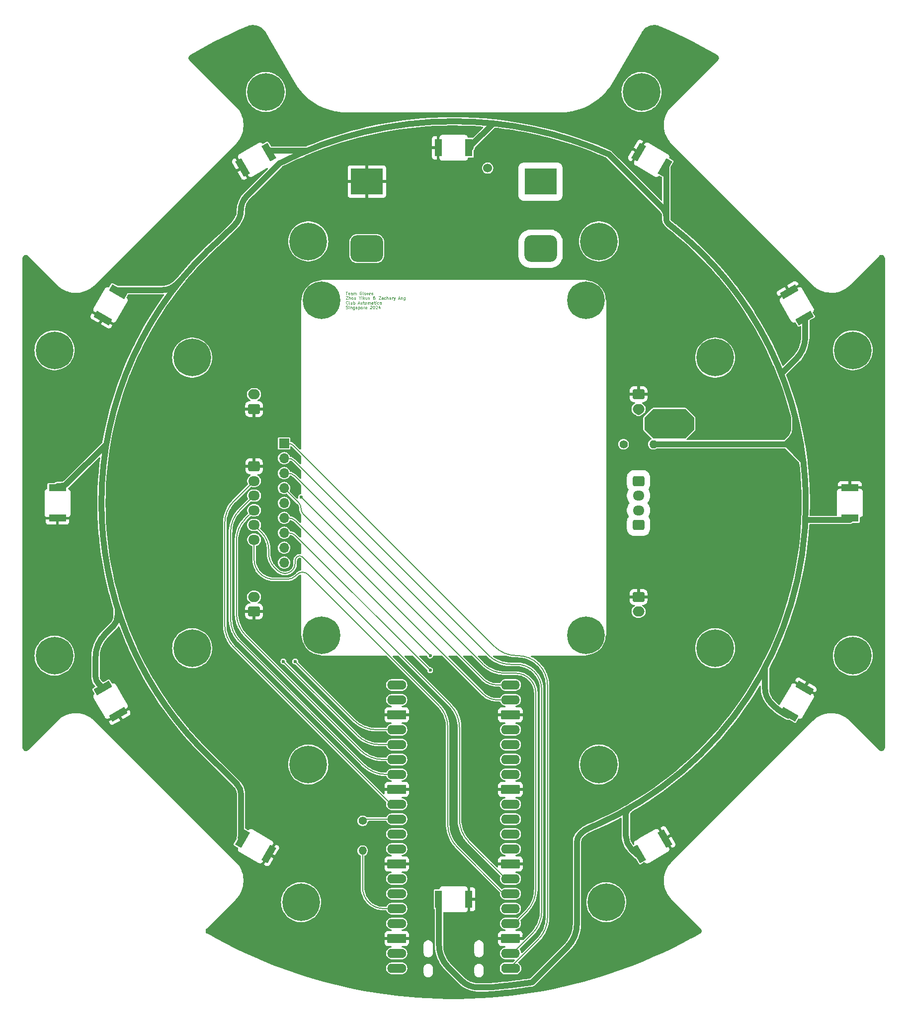
<source format=gbr>
%TF.GenerationSoftware,KiCad,Pcbnew,8.0.3*%
%TF.CreationDate,2024-06-14T01:25:08+08:00*%
%TF.ProjectId,bottom-rounded,626f7474-6f6d-42d7-926f-756e6465642e,1.2.0*%
%TF.SameCoordinates,Original*%
%TF.FileFunction,Copper,L1,Top*%
%TF.FilePolarity,Positive*%
%FSLAX46Y46*%
G04 Gerber Fmt 4.6, Leading zero omitted, Abs format (unit mm)*
G04 Created by KiCad (PCBNEW 8.0.3) date 2024-06-14 01:25:08*
%MOMM*%
%LPD*%
G01*
G04 APERTURE LIST*
G04 Aperture macros list*
%AMRoundRect*
0 Rectangle with rounded corners*
0 $1 Rounding radius*
0 $2 $3 $4 $5 $6 $7 $8 $9 X,Y pos of 4 corners*
0 Add a 4 corners polygon primitive as box body*
4,1,4,$2,$3,$4,$5,$6,$7,$8,$9,$2,$3,0*
0 Add four circle primitives for the rounded corners*
1,1,$1+$1,$2,$3*
1,1,$1+$1,$4,$5*
1,1,$1+$1,$6,$7*
1,1,$1+$1,$8,$9*
0 Add four rect primitives between the rounded corners*
20,1,$1+$1,$2,$3,$4,$5,0*
20,1,$1+$1,$4,$5,$6,$7,0*
20,1,$1+$1,$6,$7,$8,$9,0*
20,1,$1+$1,$8,$9,$2,$3,0*%
%AMRotRect*
0 Rectangle, with rotation*
0 The origin of the aperture is its center*
0 $1 length*
0 $2 width*
0 $3 Rotation angle, in degrees counterclockwise*
0 Add horizontal line*
21,1,$1,$2,0,0,$3*%
%AMFreePoly0*
4,1,26,1.935306,0.780194,1.989950,0.741421,2.341421,0.389950,2.388777,0.314585,2.400000,0.248529,2.400000,-0.248529,2.380194,-0.335306,2.341421,-0.389950,1.989950,-0.741421,1.914585,-0.788777,1.848529,-0.800000,0.000000,-0.800000,-0.248529,-0.800000,-0.335306,-0.780194,-0.389950,-0.741421,-0.741421,-0.389950,-0.788777,-0.314585,-0.800000,-0.248529,-0.800000,0.248529,-0.780194,0.335306,
-0.741421,0.389950,-0.389950,0.741421,-0.314585,0.788777,-0.248529,0.800000,1.848529,0.800000,1.935306,0.780194,1.935306,0.780194,$1*%
%AMFreePoly1*
4,1,26,0.335306,0.780194,0.389950,0.741421,0.741421,0.389950,0.788777,0.314585,0.800000,0.248529,0.800000,-0.248529,0.780194,-0.335306,0.741421,-0.389950,0.389950,-0.741421,0.314585,-0.788777,0.248529,-0.800000,0.000000,-0.800000,-0.248529,-0.800000,-0.335306,-0.780194,-0.389950,-0.741421,-0.741421,-0.389950,-0.788777,-0.314585,-0.800000,-0.248529,-0.800000,0.248529,-0.780194,0.335306,
-0.741421,0.389950,-0.389950,0.741421,-0.314585,0.788777,-0.248529,0.800000,0.248529,0.800000,0.335306,0.780194,0.335306,0.780194,$1*%
G04 Aperture macros list end*
%TA.AperFunction,Conductor*%
%ADD10C,0.200000*%
%TD*%
%TA.AperFunction,Conductor*%
%ADD11C,1.000000*%
%TD*%
%ADD12C,0.120000*%
%TA.AperFunction,NonConductor*%
%ADD13C,0.120000*%
%TD*%
%TA.AperFunction,SMDPad,CuDef*%
%ADD14FreePoly0,180.000000*%
%TD*%
%TA.AperFunction,ComponentPad*%
%ADD15FreePoly1,180.000000*%
%TD*%
%TA.AperFunction,SMDPad,CuDef*%
%ADD16O,3.200000X1.600000*%
%TD*%
%TA.AperFunction,ComponentPad*%
%ADD17C,1.600000*%
%TD*%
%TA.AperFunction,SMDPad,CuDef*%
%ADD18RoundRect,0.200000X1.400000X0.600000X-1.400000X0.600000X-1.400000X-0.600000X1.400000X-0.600000X0*%
%TD*%
%TA.AperFunction,ComponentPad*%
%ADD19RoundRect,0.200000X0.600000X0.600000X-0.600000X0.600000X-0.600000X-0.600000X0.600000X-0.600000X0*%
%TD*%
%TA.AperFunction,ComponentPad*%
%ADD20RoundRect,0.250000X0.725000X-0.600000X0.725000X0.600000X-0.725000X0.600000X-0.725000X-0.600000X0*%
%TD*%
%TA.AperFunction,ComponentPad*%
%ADD21O,1.950000X1.700000*%
%TD*%
%TA.AperFunction,ComponentPad*%
%ADD22C,0.800000*%
%TD*%
%TA.AperFunction,ComponentPad*%
%ADD23C,6.400000*%
%TD*%
%TA.AperFunction,ComponentPad*%
%ADD24RoundRect,0.250000X0.750000X-0.600000X0.750000X0.600000X-0.750000X0.600000X-0.750000X-0.600000X0*%
%TD*%
%TA.AperFunction,ComponentPad*%
%ADD25O,2.000000X1.700000*%
%TD*%
%TA.AperFunction,SMDPad,CuDef*%
%ADD26RotRect,1.190000X3.000000X120.000000*%
%TD*%
%TA.AperFunction,SMDPad,CuDef*%
%ADD27RotRect,1.190000X3.000000X330.000000*%
%TD*%
%TA.AperFunction,SMDPad,CuDef*%
%ADD28R,3.000000X1.190000*%
%TD*%
%TA.AperFunction,SMDPad,CuDef*%
%ADD29R,1.190000X3.000000*%
%TD*%
%TA.AperFunction,ComponentPad*%
%ADD30R,1.700000X1.700000*%
%TD*%
%TA.AperFunction,ComponentPad*%
%ADD31O,1.700000X1.700000*%
%TD*%
%TA.AperFunction,ComponentPad*%
%ADD32C,1.400000*%
%TD*%
%TA.AperFunction,ComponentPad*%
%ADD33O,1.400000X1.400000*%
%TD*%
%TA.AperFunction,SMDPad,CuDef*%
%ADD34RotRect,1.190000X3.000000X150.000000*%
%TD*%
%TA.AperFunction,SMDPad,CuDef*%
%ADD35RotRect,1.190000X3.000000X300.000000*%
%TD*%
%TA.AperFunction,ComponentPad*%
%ADD36RoundRect,0.250000X-0.725000X0.600000X-0.725000X-0.600000X0.725000X-0.600000X0.725000X0.600000X0*%
%TD*%
%TA.AperFunction,ComponentPad*%
%ADD37RoundRect,0.250000X-0.750000X0.600000X-0.750000X-0.600000X0.750000X-0.600000X0.750000X0.600000X0*%
%TD*%
%TA.AperFunction,SMDPad,CuDef*%
%ADD38RotRect,1.190000X3.000000X30.000000*%
%TD*%
%TA.AperFunction,SMDPad,CuDef*%
%ADD39RotRect,1.190000X3.000000X60.000000*%
%TD*%
%TA.AperFunction,SMDPad,CuDef*%
%ADD40RotRect,1.190000X3.000000X240.000000*%
%TD*%
%TA.AperFunction,SMDPad,CuDef*%
%ADD41R,5.544000X4.528000*%
%TD*%
%TA.AperFunction,SMDPad,CuDef*%
%ADD42RoundRect,1.132000X1.640000X-1.132000X1.640000X1.132000X-1.640000X1.132000X-1.640000X-1.132000X0*%
%TD*%
%TA.AperFunction,ComponentPad*%
%ADD43C,1.700000*%
%TD*%
%TA.AperFunction,ComponentPad*%
%ADD44C,1.524000*%
%TD*%
%TA.AperFunction,SMDPad,CuDef*%
%ADD45RotRect,1.190000X3.000000X210.000000*%
%TD*%
%TA.AperFunction,ViaPad*%
%ADD46C,0.600000*%
%TD*%
G04 APERTURE END LIST*
D10*
%TO.N,Net-(D1-A)*%
X159400000Y-92400000D02*
X157000000Y-89800000D01*
X158800000Y-87200000D01*
X159400000Y-92400000D01*
%TA.AperFunction,Conductor*%
G36*
X159400000Y-92400000D02*
G01*
X157000000Y-89800000D01*
X158800000Y-87200000D01*
X159400000Y-92400000D01*
G37*
%TD.AperFunction*%
D11*
X56405502Y-141225232D02*
G75*
G02*
X40000000Y-100000000I43594498J41225232D01*
G01*
D12*
D13*
X81626566Y-64017611D02*
X81912280Y-64017611D01*
X81769423Y-64517611D02*
X81769423Y-64017611D01*
X82269422Y-64493802D02*
X82221803Y-64517611D01*
X82221803Y-64517611D02*
X82126565Y-64517611D01*
X82126565Y-64517611D02*
X82078946Y-64493802D01*
X82078946Y-64493802D02*
X82055137Y-64446182D01*
X82055137Y-64446182D02*
X82055137Y-64255706D01*
X82055137Y-64255706D02*
X82078946Y-64208087D01*
X82078946Y-64208087D02*
X82126565Y-64184278D01*
X82126565Y-64184278D02*
X82221803Y-64184278D01*
X82221803Y-64184278D02*
X82269422Y-64208087D01*
X82269422Y-64208087D02*
X82293232Y-64255706D01*
X82293232Y-64255706D02*
X82293232Y-64303325D01*
X82293232Y-64303325D02*
X82055137Y-64350944D01*
X82721803Y-64517611D02*
X82721803Y-64255706D01*
X82721803Y-64255706D02*
X82697993Y-64208087D01*
X82697993Y-64208087D02*
X82650374Y-64184278D01*
X82650374Y-64184278D02*
X82555136Y-64184278D01*
X82555136Y-64184278D02*
X82507517Y-64208087D01*
X82721803Y-64493802D02*
X82674184Y-64517611D01*
X82674184Y-64517611D02*
X82555136Y-64517611D01*
X82555136Y-64517611D02*
X82507517Y-64493802D01*
X82507517Y-64493802D02*
X82483708Y-64446182D01*
X82483708Y-64446182D02*
X82483708Y-64398563D01*
X82483708Y-64398563D02*
X82507517Y-64350944D01*
X82507517Y-64350944D02*
X82555136Y-64327135D01*
X82555136Y-64327135D02*
X82674184Y-64327135D01*
X82674184Y-64327135D02*
X82721803Y-64303325D01*
X82959898Y-64517611D02*
X82959898Y-64184278D01*
X82959898Y-64231897D02*
X82983708Y-64208087D01*
X82983708Y-64208087D02*
X83031327Y-64184278D01*
X83031327Y-64184278D02*
X83102755Y-64184278D01*
X83102755Y-64184278D02*
X83150374Y-64208087D01*
X83150374Y-64208087D02*
X83174184Y-64255706D01*
X83174184Y-64255706D02*
X83174184Y-64517611D01*
X83174184Y-64255706D02*
X83197993Y-64208087D01*
X83197993Y-64208087D02*
X83245612Y-64184278D01*
X83245612Y-64184278D02*
X83317041Y-64184278D01*
X83317041Y-64184278D02*
X83364660Y-64208087D01*
X83364660Y-64208087D02*
X83388470Y-64255706D01*
X83388470Y-64255706D02*
X83388470Y-64517611D01*
X84269422Y-64041421D02*
X84221803Y-64017611D01*
X84221803Y-64017611D02*
X84150374Y-64017611D01*
X84150374Y-64017611D02*
X84078946Y-64041421D01*
X84078946Y-64041421D02*
X84031327Y-64089040D01*
X84031327Y-64089040D02*
X84007517Y-64136659D01*
X84007517Y-64136659D02*
X83983708Y-64231897D01*
X83983708Y-64231897D02*
X83983708Y-64303325D01*
X83983708Y-64303325D02*
X84007517Y-64398563D01*
X84007517Y-64398563D02*
X84031327Y-64446182D01*
X84031327Y-64446182D02*
X84078946Y-64493802D01*
X84078946Y-64493802D02*
X84150374Y-64517611D01*
X84150374Y-64517611D02*
X84197993Y-64517611D01*
X84197993Y-64517611D02*
X84269422Y-64493802D01*
X84269422Y-64493802D02*
X84293231Y-64469992D01*
X84293231Y-64469992D02*
X84293231Y-64303325D01*
X84293231Y-64303325D02*
X84197993Y-64303325D01*
X84578946Y-64517611D02*
X84531327Y-64493802D01*
X84531327Y-64493802D02*
X84507517Y-64446182D01*
X84507517Y-64446182D02*
X84507517Y-64017611D01*
X84840851Y-64517611D02*
X84793232Y-64493802D01*
X84793232Y-64493802D02*
X84769422Y-64469992D01*
X84769422Y-64469992D02*
X84745613Y-64422373D01*
X84745613Y-64422373D02*
X84745613Y-64279516D01*
X84745613Y-64279516D02*
X84769422Y-64231897D01*
X84769422Y-64231897D02*
X84793232Y-64208087D01*
X84793232Y-64208087D02*
X84840851Y-64184278D01*
X84840851Y-64184278D02*
X84912279Y-64184278D01*
X84912279Y-64184278D02*
X84959898Y-64208087D01*
X84959898Y-64208087D02*
X84983708Y-64231897D01*
X84983708Y-64231897D02*
X85007517Y-64279516D01*
X85007517Y-64279516D02*
X85007517Y-64422373D01*
X85007517Y-64422373D02*
X84983708Y-64469992D01*
X84983708Y-64469992D02*
X84959898Y-64493802D01*
X84959898Y-64493802D02*
X84912279Y-64517611D01*
X84912279Y-64517611D02*
X84840851Y-64517611D01*
X85174184Y-64184278D02*
X85293232Y-64517611D01*
X85293232Y-64517611D02*
X85412279Y-64184278D01*
X85793231Y-64493802D02*
X85745612Y-64517611D01*
X85745612Y-64517611D02*
X85650374Y-64517611D01*
X85650374Y-64517611D02*
X85602755Y-64493802D01*
X85602755Y-64493802D02*
X85578946Y-64446182D01*
X85578946Y-64446182D02*
X85578946Y-64255706D01*
X85578946Y-64255706D02*
X85602755Y-64208087D01*
X85602755Y-64208087D02*
X85650374Y-64184278D01*
X85650374Y-64184278D02*
X85745612Y-64184278D01*
X85745612Y-64184278D02*
X85793231Y-64208087D01*
X85793231Y-64208087D02*
X85817041Y-64255706D01*
X85817041Y-64255706D02*
X85817041Y-64303325D01*
X85817041Y-64303325D02*
X85578946Y-64350944D01*
X86007517Y-64493802D02*
X86055136Y-64517611D01*
X86055136Y-64517611D02*
X86150374Y-64517611D01*
X86150374Y-64517611D02*
X86197993Y-64493802D01*
X86197993Y-64493802D02*
X86221802Y-64446182D01*
X86221802Y-64446182D02*
X86221802Y-64422373D01*
X86221802Y-64422373D02*
X86197993Y-64374754D01*
X86197993Y-64374754D02*
X86150374Y-64350944D01*
X86150374Y-64350944D02*
X86078945Y-64350944D01*
X86078945Y-64350944D02*
X86031326Y-64327135D01*
X86031326Y-64327135D02*
X86007517Y-64279516D01*
X86007517Y-64279516D02*
X86007517Y-64255706D01*
X86007517Y-64255706D02*
X86031326Y-64208087D01*
X86031326Y-64208087D02*
X86078945Y-64184278D01*
X86078945Y-64184278D02*
X86150374Y-64184278D01*
X86150374Y-64184278D02*
X86197993Y-64208087D01*
X81650375Y-64822583D02*
X81983708Y-64822583D01*
X81983708Y-64822583D02*
X81650375Y-65322583D01*
X81650375Y-65322583D02*
X81983708Y-65322583D01*
X82174184Y-65322583D02*
X82174184Y-64822583D01*
X82388470Y-65322583D02*
X82388470Y-65060678D01*
X82388470Y-65060678D02*
X82364660Y-65013059D01*
X82364660Y-65013059D02*
X82317041Y-64989250D01*
X82317041Y-64989250D02*
X82245613Y-64989250D01*
X82245613Y-64989250D02*
X82197994Y-65013059D01*
X82197994Y-65013059D02*
X82174184Y-65036869D01*
X82697994Y-65322583D02*
X82650375Y-65298774D01*
X82650375Y-65298774D02*
X82626565Y-65274964D01*
X82626565Y-65274964D02*
X82602756Y-65227345D01*
X82602756Y-65227345D02*
X82602756Y-65084488D01*
X82602756Y-65084488D02*
X82626565Y-65036869D01*
X82626565Y-65036869D02*
X82650375Y-65013059D01*
X82650375Y-65013059D02*
X82697994Y-64989250D01*
X82697994Y-64989250D02*
X82769422Y-64989250D01*
X82769422Y-64989250D02*
X82817041Y-65013059D01*
X82817041Y-65013059D02*
X82840851Y-65036869D01*
X82840851Y-65036869D02*
X82864660Y-65084488D01*
X82864660Y-65084488D02*
X82864660Y-65227345D01*
X82864660Y-65227345D02*
X82840851Y-65274964D01*
X82840851Y-65274964D02*
X82817041Y-65298774D01*
X82817041Y-65298774D02*
X82769422Y-65322583D01*
X82769422Y-65322583D02*
X82697994Y-65322583D01*
X83293232Y-64989250D02*
X83293232Y-65322583D01*
X83078946Y-64989250D02*
X83078946Y-65251154D01*
X83078946Y-65251154D02*
X83102756Y-65298774D01*
X83102756Y-65298774D02*
X83150375Y-65322583D01*
X83150375Y-65322583D02*
X83221803Y-65322583D01*
X83221803Y-65322583D02*
X83269422Y-65298774D01*
X83269422Y-65298774D02*
X83293232Y-65274964D01*
X84007517Y-65084488D02*
X84007517Y-65322583D01*
X83840851Y-64822583D02*
X84007517Y-65084488D01*
X84007517Y-65084488D02*
X84174184Y-64822583D01*
X84340850Y-65322583D02*
X84340850Y-64989250D01*
X84340850Y-64822583D02*
X84317041Y-64846393D01*
X84317041Y-64846393D02*
X84340850Y-64870202D01*
X84340850Y-64870202D02*
X84364660Y-64846393D01*
X84364660Y-64846393D02*
X84340850Y-64822583D01*
X84340850Y-64822583D02*
X84340850Y-64870202D01*
X84578945Y-65322583D02*
X84578945Y-64822583D01*
X84626564Y-65132107D02*
X84769421Y-65322583D01*
X84769421Y-64989250D02*
X84578945Y-65179726D01*
X85197993Y-64989250D02*
X85197993Y-65322583D01*
X84983707Y-64989250D02*
X84983707Y-65251154D01*
X84983707Y-65251154D02*
X85007517Y-65298774D01*
X85007517Y-65298774D02*
X85055136Y-65322583D01*
X85055136Y-65322583D02*
X85126564Y-65322583D01*
X85126564Y-65322583D02*
X85174183Y-65298774D01*
X85174183Y-65298774D02*
X85197993Y-65274964D01*
X85436088Y-64989250D02*
X85436088Y-65322583D01*
X85436088Y-65036869D02*
X85459898Y-65013059D01*
X85459898Y-65013059D02*
X85507517Y-64989250D01*
X85507517Y-64989250D02*
X85578945Y-64989250D01*
X85578945Y-64989250D02*
X85626564Y-65013059D01*
X85626564Y-65013059D02*
X85650374Y-65060678D01*
X85650374Y-65060678D02*
X85650374Y-65322583D01*
X86674183Y-65322583D02*
X86650374Y-65322583D01*
X86650374Y-65322583D02*
X86602754Y-65298774D01*
X86602754Y-65298774D02*
X86531326Y-65227345D01*
X86531326Y-65227345D02*
X86412278Y-65084488D01*
X86412278Y-65084488D02*
X86364659Y-65013059D01*
X86364659Y-65013059D02*
X86340850Y-64941631D01*
X86340850Y-64941631D02*
X86340850Y-64894012D01*
X86340850Y-64894012D02*
X86364659Y-64846393D01*
X86364659Y-64846393D02*
X86412278Y-64822583D01*
X86412278Y-64822583D02*
X86436088Y-64822583D01*
X86436088Y-64822583D02*
X86483707Y-64846393D01*
X86483707Y-64846393D02*
X86507516Y-64894012D01*
X86507516Y-64894012D02*
X86507516Y-64917821D01*
X86507516Y-64917821D02*
X86483707Y-64965440D01*
X86483707Y-64965440D02*
X86459897Y-64989250D01*
X86459897Y-64989250D02*
X86317040Y-65084488D01*
X86317040Y-65084488D02*
X86293231Y-65108297D01*
X86293231Y-65108297D02*
X86269421Y-65155916D01*
X86269421Y-65155916D02*
X86269421Y-65227345D01*
X86269421Y-65227345D02*
X86293231Y-65274964D01*
X86293231Y-65274964D02*
X86317040Y-65298774D01*
X86317040Y-65298774D02*
X86364659Y-65322583D01*
X86364659Y-65322583D02*
X86436088Y-65322583D01*
X86436088Y-65322583D02*
X86483707Y-65298774D01*
X86483707Y-65298774D02*
X86507516Y-65274964D01*
X86507516Y-65274964D02*
X86578945Y-65179726D01*
X86578945Y-65179726D02*
X86602754Y-65108297D01*
X86602754Y-65108297D02*
X86602754Y-65060678D01*
X87221802Y-64822583D02*
X87555135Y-64822583D01*
X87555135Y-64822583D02*
X87221802Y-65322583D01*
X87221802Y-65322583D02*
X87555135Y-65322583D01*
X87959897Y-65322583D02*
X87959897Y-65060678D01*
X87959897Y-65060678D02*
X87936087Y-65013059D01*
X87936087Y-65013059D02*
X87888468Y-64989250D01*
X87888468Y-64989250D02*
X87793230Y-64989250D01*
X87793230Y-64989250D02*
X87745611Y-65013059D01*
X87959897Y-65298774D02*
X87912278Y-65322583D01*
X87912278Y-65322583D02*
X87793230Y-65322583D01*
X87793230Y-65322583D02*
X87745611Y-65298774D01*
X87745611Y-65298774D02*
X87721802Y-65251154D01*
X87721802Y-65251154D02*
X87721802Y-65203535D01*
X87721802Y-65203535D02*
X87745611Y-65155916D01*
X87745611Y-65155916D02*
X87793230Y-65132107D01*
X87793230Y-65132107D02*
X87912278Y-65132107D01*
X87912278Y-65132107D02*
X87959897Y-65108297D01*
X88412278Y-65298774D02*
X88364659Y-65322583D01*
X88364659Y-65322583D02*
X88269421Y-65322583D01*
X88269421Y-65322583D02*
X88221802Y-65298774D01*
X88221802Y-65298774D02*
X88197992Y-65274964D01*
X88197992Y-65274964D02*
X88174183Y-65227345D01*
X88174183Y-65227345D02*
X88174183Y-65084488D01*
X88174183Y-65084488D02*
X88197992Y-65036869D01*
X88197992Y-65036869D02*
X88221802Y-65013059D01*
X88221802Y-65013059D02*
X88269421Y-64989250D01*
X88269421Y-64989250D02*
X88364659Y-64989250D01*
X88364659Y-64989250D02*
X88412278Y-65013059D01*
X88626563Y-65322583D02*
X88626563Y-64822583D01*
X88840849Y-65322583D02*
X88840849Y-65060678D01*
X88840849Y-65060678D02*
X88817039Y-65013059D01*
X88817039Y-65013059D02*
X88769420Y-64989250D01*
X88769420Y-64989250D02*
X88697992Y-64989250D01*
X88697992Y-64989250D02*
X88650373Y-65013059D01*
X88650373Y-65013059D02*
X88626563Y-65036869D01*
X89293230Y-65322583D02*
X89293230Y-65060678D01*
X89293230Y-65060678D02*
X89269420Y-65013059D01*
X89269420Y-65013059D02*
X89221801Y-64989250D01*
X89221801Y-64989250D02*
X89126563Y-64989250D01*
X89126563Y-64989250D02*
X89078944Y-65013059D01*
X89293230Y-65298774D02*
X89245611Y-65322583D01*
X89245611Y-65322583D02*
X89126563Y-65322583D01*
X89126563Y-65322583D02*
X89078944Y-65298774D01*
X89078944Y-65298774D02*
X89055135Y-65251154D01*
X89055135Y-65251154D02*
X89055135Y-65203535D01*
X89055135Y-65203535D02*
X89078944Y-65155916D01*
X89078944Y-65155916D02*
X89126563Y-65132107D01*
X89126563Y-65132107D02*
X89245611Y-65132107D01*
X89245611Y-65132107D02*
X89293230Y-65108297D01*
X89531325Y-65322583D02*
X89531325Y-64989250D01*
X89531325Y-65084488D02*
X89555135Y-65036869D01*
X89555135Y-65036869D02*
X89578944Y-65013059D01*
X89578944Y-65013059D02*
X89626563Y-64989250D01*
X89626563Y-64989250D02*
X89674182Y-64989250D01*
X89793230Y-64989250D02*
X89912278Y-65322583D01*
X90031325Y-64989250D02*
X89912278Y-65322583D01*
X89912278Y-65322583D02*
X89864659Y-65441631D01*
X89864659Y-65441631D02*
X89840849Y-65465440D01*
X89840849Y-65465440D02*
X89793230Y-65489250D01*
X90578944Y-65179726D02*
X90817039Y-65179726D01*
X90531325Y-65322583D02*
X90697991Y-64822583D01*
X90697991Y-64822583D02*
X90864658Y-65322583D01*
X91031324Y-64989250D02*
X91031324Y-65322583D01*
X91031324Y-65036869D02*
X91055134Y-65013059D01*
X91055134Y-65013059D02*
X91102753Y-64989250D01*
X91102753Y-64989250D02*
X91174181Y-64989250D01*
X91174181Y-64989250D02*
X91221800Y-65013059D01*
X91221800Y-65013059D02*
X91245610Y-65060678D01*
X91245610Y-65060678D02*
X91245610Y-65322583D01*
X91697991Y-64989250D02*
X91697991Y-65394012D01*
X91697991Y-65394012D02*
X91674181Y-65441631D01*
X91674181Y-65441631D02*
X91650372Y-65465440D01*
X91650372Y-65465440D02*
X91602753Y-65489250D01*
X91602753Y-65489250D02*
X91531324Y-65489250D01*
X91531324Y-65489250D02*
X91483705Y-65465440D01*
X91697991Y-65298774D02*
X91650372Y-65322583D01*
X91650372Y-65322583D02*
X91555134Y-65322583D01*
X91555134Y-65322583D02*
X91507515Y-65298774D01*
X91507515Y-65298774D02*
X91483705Y-65274964D01*
X91483705Y-65274964D02*
X91459896Y-65227345D01*
X91459896Y-65227345D02*
X91459896Y-65084488D01*
X91459896Y-65084488D02*
X91483705Y-65036869D01*
X91483705Y-65036869D02*
X91507515Y-65013059D01*
X91507515Y-65013059D02*
X91555134Y-64989250D01*
X91555134Y-64989250D02*
X91650372Y-64989250D01*
X91650372Y-64989250D02*
X91697991Y-65013059D01*
X81983708Y-66079936D02*
X81959899Y-66103746D01*
X81959899Y-66103746D02*
X81888470Y-66127555D01*
X81888470Y-66127555D02*
X81840851Y-66127555D01*
X81840851Y-66127555D02*
X81769423Y-66103746D01*
X81769423Y-66103746D02*
X81721804Y-66056126D01*
X81721804Y-66056126D02*
X81697994Y-66008507D01*
X81697994Y-66008507D02*
X81674185Y-65913269D01*
X81674185Y-65913269D02*
X81674185Y-65841841D01*
X81674185Y-65841841D02*
X81697994Y-65746603D01*
X81697994Y-65746603D02*
X81721804Y-65698984D01*
X81721804Y-65698984D02*
X81769423Y-65651365D01*
X81769423Y-65651365D02*
X81840851Y-65627555D01*
X81840851Y-65627555D02*
X81888470Y-65627555D01*
X81888470Y-65627555D02*
X81959899Y-65651365D01*
X81959899Y-65651365D02*
X81983708Y-65675174D01*
X82269423Y-66127555D02*
X82221804Y-66103746D01*
X82221804Y-66103746D02*
X82197994Y-66056126D01*
X82197994Y-66056126D02*
X82197994Y-65627555D01*
X82674185Y-65794222D02*
X82674185Y-66127555D01*
X82459899Y-65794222D02*
X82459899Y-66056126D01*
X82459899Y-66056126D02*
X82483709Y-66103746D01*
X82483709Y-66103746D02*
X82531328Y-66127555D01*
X82531328Y-66127555D02*
X82602756Y-66127555D01*
X82602756Y-66127555D02*
X82650375Y-66103746D01*
X82650375Y-66103746D02*
X82674185Y-66079936D01*
X82912280Y-66127555D02*
X82912280Y-65627555D01*
X82912280Y-65818031D02*
X82959899Y-65794222D01*
X82959899Y-65794222D02*
X83055137Y-65794222D01*
X83055137Y-65794222D02*
X83102756Y-65818031D01*
X83102756Y-65818031D02*
X83126566Y-65841841D01*
X83126566Y-65841841D02*
X83150375Y-65889460D01*
X83150375Y-65889460D02*
X83150375Y-66032317D01*
X83150375Y-66032317D02*
X83126566Y-66079936D01*
X83126566Y-66079936D02*
X83102756Y-66103746D01*
X83102756Y-66103746D02*
X83055137Y-66127555D01*
X83055137Y-66127555D02*
X82959899Y-66127555D01*
X82959899Y-66127555D02*
X82912280Y-66103746D01*
X83721804Y-65984698D02*
X83959899Y-65984698D01*
X83674185Y-66127555D02*
X83840851Y-65627555D01*
X83840851Y-65627555D02*
X84007518Y-66127555D01*
X84388470Y-65794222D02*
X84388470Y-66127555D01*
X84174184Y-65794222D02*
X84174184Y-66056126D01*
X84174184Y-66056126D02*
X84197994Y-66103746D01*
X84197994Y-66103746D02*
X84245613Y-66127555D01*
X84245613Y-66127555D02*
X84317041Y-66127555D01*
X84317041Y-66127555D02*
X84364660Y-66103746D01*
X84364660Y-66103746D02*
X84388470Y-66079936D01*
X84555137Y-65794222D02*
X84745613Y-65794222D01*
X84626565Y-65627555D02*
X84626565Y-66056126D01*
X84626565Y-66056126D02*
X84650375Y-66103746D01*
X84650375Y-66103746D02*
X84697994Y-66127555D01*
X84697994Y-66127555D02*
X84745613Y-66127555D01*
X84983708Y-66127555D02*
X84936089Y-66103746D01*
X84936089Y-66103746D02*
X84912279Y-66079936D01*
X84912279Y-66079936D02*
X84888470Y-66032317D01*
X84888470Y-66032317D02*
X84888470Y-65889460D01*
X84888470Y-65889460D02*
X84912279Y-65841841D01*
X84912279Y-65841841D02*
X84936089Y-65818031D01*
X84936089Y-65818031D02*
X84983708Y-65794222D01*
X84983708Y-65794222D02*
X85055136Y-65794222D01*
X85055136Y-65794222D02*
X85102755Y-65818031D01*
X85102755Y-65818031D02*
X85126565Y-65841841D01*
X85126565Y-65841841D02*
X85150374Y-65889460D01*
X85150374Y-65889460D02*
X85150374Y-66032317D01*
X85150374Y-66032317D02*
X85126565Y-66079936D01*
X85126565Y-66079936D02*
X85102755Y-66103746D01*
X85102755Y-66103746D02*
X85055136Y-66127555D01*
X85055136Y-66127555D02*
X84983708Y-66127555D01*
X85364660Y-66127555D02*
X85364660Y-65794222D01*
X85364660Y-65841841D02*
X85388470Y-65818031D01*
X85388470Y-65818031D02*
X85436089Y-65794222D01*
X85436089Y-65794222D02*
X85507517Y-65794222D01*
X85507517Y-65794222D02*
X85555136Y-65818031D01*
X85555136Y-65818031D02*
X85578946Y-65865650D01*
X85578946Y-65865650D02*
X85578946Y-66127555D01*
X85578946Y-65865650D02*
X85602755Y-65818031D01*
X85602755Y-65818031D02*
X85650374Y-65794222D01*
X85650374Y-65794222D02*
X85721803Y-65794222D01*
X85721803Y-65794222D02*
X85769422Y-65818031D01*
X85769422Y-65818031D02*
X85793232Y-65865650D01*
X85793232Y-65865650D02*
X85793232Y-66127555D01*
X86245613Y-66127555D02*
X86245613Y-65865650D01*
X86245613Y-65865650D02*
X86221803Y-65818031D01*
X86221803Y-65818031D02*
X86174184Y-65794222D01*
X86174184Y-65794222D02*
X86078946Y-65794222D01*
X86078946Y-65794222D02*
X86031327Y-65818031D01*
X86245613Y-66103746D02*
X86197994Y-66127555D01*
X86197994Y-66127555D02*
X86078946Y-66127555D01*
X86078946Y-66127555D02*
X86031327Y-66103746D01*
X86031327Y-66103746D02*
X86007518Y-66056126D01*
X86007518Y-66056126D02*
X86007518Y-66008507D01*
X86007518Y-66008507D02*
X86031327Y-65960888D01*
X86031327Y-65960888D02*
X86078946Y-65937079D01*
X86078946Y-65937079D02*
X86197994Y-65937079D01*
X86197994Y-65937079D02*
X86245613Y-65913269D01*
X86412280Y-65794222D02*
X86602756Y-65794222D01*
X86483708Y-65627555D02*
X86483708Y-66056126D01*
X86483708Y-66056126D02*
X86507518Y-66103746D01*
X86507518Y-66103746D02*
X86555137Y-66127555D01*
X86555137Y-66127555D02*
X86602756Y-66127555D01*
X86769422Y-66127555D02*
X86769422Y-65794222D01*
X86769422Y-65627555D02*
X86745613Y-65651365D01*
X86745613Y-65651365D02*
X86769422Y-65675174D01*
X86769422Y-65675174D02*
X86793232Y-65651365D01*
X86793232Y-65651365D02*
X86769422Y-65627555D01*
X86769422Y-65627555D02*
X86769422Y-65675174D01*
X87221803Y-66103746D02*
X87174184Y-66127555D01*
X87174184Y-66127555D02*
X87078946Y-66127555D01*
X87078946Y-66127555D02*
X87031327Y-66103746D01*
X87031327Y-66103746D02*
X87007517Y-66079936D01*
X87007517Y-66079936D02*
X86983708Y-66032317D01*
X86983708Y-66032317D02*
X86983708Y-65889460D01*
X86983708Y-65889460D02*
X87007517Y-65841841D01*
X87007517Y-65841841D02*
X87031327Y-65818031D01*
X87031327Y-65818031D02*
X87078946Y-65794222D01*
X87078946Y-65794222D02*
X87174184Y-65794222D01*
X87174184Y-65794222D02*
X87221803Y-65818031D01*
X87650374Y-66127555D02*
X87650374Y-65865650D01*
X87650374Y-65865650D02*
X87626564Y-65818031D01*
X87626564Y-65818031D02*
X87578945Y-65794222D01*
X87578945Y-65794222D02*
X87483707Y-65794222D01*
X87483707Y-65794222D02*
X87436088Y-65818031D01*
X87650374Y-66103746D02*
X87602755Y-66127555D01*
X87602755Y-66127555D02*
X87483707Y-66127555D01*
X87483707Y-66127555D02*
X87436088Y-66103746D01*
X87436088Y-66103746D02*
X87412279Y-66056126D01*
X87412279Y-66056126D02*
X87412279Y-66008507D01*
X87412279Y-66008507D02*
X87436088Y-65960888D01*
X87436088Y-65960888D02*
X87483707Y-65937079D01*
X87483707Y-65937079D02*
X87602755Y-65937079D01*
X87602755Y-65937079D02*
X87650374Y-65913269D01*
X81674185Y-66908718D02*
X81745613Y-66932527D01*
X81745613Y-66932527D02*
X81864661Y-66932527D01*
X81864661Y-66932527D02*
X81912280Y-66908718D01*
X81912280Y-66908718D02*
X81936089Y-66884908D01*
X81936089Y-66884908D02*
X81959899Y-66837289D01*
X81959899Y-66837289D02*
X81959899Y-66789670D01*
X81959899Y-66789670D02*
X81936089Y-66742051D01*
X81936089Y-66742051D02*
X81912280Y-66718241D01*
X81912280Y-66718241D02*
X81864661Y-66694432D01*
X81864661Y-66694432D02*
X81769423Y-66670622D01*
X81769423Y-66670622D02*
X81721804Y-66646813D01*
X81721804Y-66646813D02*
X81697994Y-66623003D01*
X81697994Y-66623003D02*
X81674185Y-66575384D01*
X81674185Y-66575384D02*
X81674185Y-66527765D01*
X81674185Y-66527765D02*
X81697994Y-66480146D01*
X81697994Y-66480146D02*
X81721804Y-66456337D01*
X81721804Y-66456337D02*
X81769423Y-66432527D01*
X81769423Y-66432527D02*
X81888470Y-66432527D01*
X81888470Y-66432527D02*
X81959899Y-66456337D01*
X82174184Y-66932527D02*
X82174184Y-66599194D01*
X82174184Y-66432527D02*
X82150375Y-66456337D01*
X82150375Y-66456337D02*
X82174184Y-66480146D01*
X82174184Y-66480146D02*
X82197994Y-66456337D01*
X82197994Y-66456337D02*
X82174184Y-66432527D01*
X82174184Y-66432527D02*
X82174184Y-66480146D01*
X82412279Y-66599194D02*
X82412279Y-66932527D01*
X82412279Y-66646813D02*
X82436089Y-66623003D01*
X82436089Y-66623003D02*
X82483708Y-66599194D01*
X82483708Y-66599194D02*
X82555136Y-66599194D01*
X82555136Y-66599194D02*
X82602755Y-66623003D01*
X82602755Y-66623003D02*
X82626565Y-66670622D01*
X82626565Y-66670622D02*
X82626565Y-66932527D01*
X83078946Y-66599194D02*
X83078946Y-67003956D01*
X83078946Y-67003956D02*
X83055136Y-67051575D01*
X83055136Y-67051575D02*
X83031327Y-67075384D01*
X83031327Y-67075384D02*
X82983708Y-67099194D01*
X82983708Y-67099194D02*
X82912279Y-67099194D01*
X82912279Y-67099194D02*
X82864660Y-67075384D01*
X83078946Y-66908718D02*
X83031327Y-66932527D01*
X83031327Y-66932527D02*
X82936089Y-66932527D01*
X82936089Y-66932527D02*
X82888470Y-66908718D01*
X82888470Y-66908718D02*
X82864660Y-66884908D01*
X82864660Y-66884908D02*
X82840851Y-66837289D01*
X82840851Y-66837289D02*
X82840851Y-66694432D01*
X82840851Y-66694432D02*
X82864660Y-66646813D01*
X82864660Y-66646813D02*
X82888470Y-66623003D01*
X82888470Y-66623003D02*
X82936089Y-66599194D01*
X82936089Y-66599194D02*
X83031327Y-66599194D01*
X83031327Y-66599194D02*
X83078946Y-66623003D01*
X83531327Y-66932527D02*
X83531327Y-66670622D01*
X83531327Y-66670622D02*
X83507517Y-66623003D01*
X83507517Y-66623003D02*
X83459898Y-66599194D01*
X83459898Y-66599194D02*
X83364660Y-66599194D01*
X83364660Y-66599194D02*
X83317041Y-66623003D01*
X83531327Y-66908718D02*
X83483708Y-66932527D01*
X83483708Y-66932527D02*
X83364660Y-66932527D01*
X83364660Y-66932527D02*
X83317041Y-66908718D01*
X83317041Y-66908718D02*
X83293232Y-66861098D01*
X83293232Y-66861098D02*
X83293232Y-66813479D01*
X83293232Y-66813479D02*
X83317041Y-66765860D01*
X83317041Y-66765860D02*
X83364660Y-66742051D01*
X83364660Y-66742051D02*
X83483708Y-66742051D01*
X83483708Y-66742051D02*
X83531327Y-66718241D01*
X83769422Y-66599194D02*
X83769422Y-67099194D01*
X83769422Y-66623003D02*
X83817041Y-66599194D01*
X83817041Y-66599194D02*
X83912279Y-66599194D01*
X83912279Y-66599194D02*
X83959898Y-66623003D01*
X83959898Y-66623003D02*
X83983708Y-66646813D01*
X83983708Y-66646813D02*
X84007517Y-66694432D01*
X84007517Y-66694432D02*
X84007517Y-66837289D01*
X84007517Y-66837289D02*
X83983708Y-66884908D01*
X83983708Y-66884908D02*
X83959898Y-66908718D01*
X83959898Y-66908718D02*
X83912279Y-66932527D01*
X83912279Y-66932527D02*
X83817041Y-66932527D01*
X83817041Y-66932527D02*
X83769422Y-66908718D01*
X84293232Y-66932527D02*
X84245613Y-66908718D01*
X84245613Y-66908718D02*
X84221803Y-66884908D01*
X84221803Y-66884908D02*
X84197994Y-66837289D01*
X84197994Y-66837289D02*
X84197994Y-66694432D01*
X84197994Y-66694432D02*
X84221803Y-66646813D01*
X84221803Y-66646813D02*
X84245613Y-66623003D01*
X84245613Y-66623003D02*
X84293232Y-66599194D01*
X84293232Y-66599194D02*
X84364660Y-66599194D01*
X84364660Y-66599194D02*
X84412279Y-66623003D01*
X84412279Y-66623003D02*
X84436089Y-66646813D01*
X84436089Y-66646813D02*
X84459898Y-66694432D01*
X84459898Y-66694432D02*
X84459898Y-66837289D01*
X84459898Y-66837289D02*
X84436089Y-66884908D01*
X84436089Y-66884908D02*
X84412279Y-66908718D01*
X84412279Y-66908718D02*
X84364660Y-66932527D01*
X84364660Y-66932527D02*
X84293232Y-66932527D01*
X84674184Y-66932527D02*
X84674184Y-66599194D01*
X84674184Y-66694432D02*
X84697994Y-66646813D01*
X84697994Y-66646813D02*
X84721803Y-66623003D01*
X84721803Y-66623003D02*
X84769422Y-66599194D01*
X84769422Y-66599194D02*
X84817041Y-66599194D01*
X85174184Y-66908718D02*
X85126565Y-66932527D01*
X85126565Y-66932527D02*
X85031327Y-66932527D01*
X85031327Y-66932527D02*
X84983708Y-66908718D01*
X84983708Y-66908718D02*
X84959899Y-66861098D01*
X84959899Y-66861098D02*
X84959899Y-66670622D01*
X84959899Y-66670622D02*
X84983708Y-66623003D01*
X84983708Y-66623003D02*
X85031327Y-66599194D01*
X85031327Y-66599194D02*
X85126565Y-66599194D01*
X85126565Y-66599194D02*
X85174184Y-66623003D01*
X85174184Y-66623003D02*
X85197994Y-66670622D01*
X85197994Y-66670622D02*
X85197994Y-66718241D01*
X85197994Y-66718241D02*
X84959899Y-66765860D01*
X85769422Y-66480146D02*
X85793231Y-66456337D01*
X85793231Y-66456337D02*
X85840850Y-66432527D01*
X85840850Y-66432527D02*
X85959898Y-66432527D01*
X85959898Y-66432527D02*
X86007517Y-66456337D01*
X86007517Y-66456337D02*
X86031326Y-66480146D01*
X86031326Y-66480146D02*
X86055136Y-66527765D01*
X86055136Y-66527765D02*
X86055136Y-66575384D01*
X86055136Y-66575384D02*
X86031326Y-66646813D01*
X86031326Y-66646813D02*
X85745612Y-66932527D01*
X85745612Y-66932527D02*
X86055136Y-66932527D01*
X86364659Y-66432527D02*
X86412278Y-66432527D01*
X86412278Y-66432527D02*
X86459897Y-66456337D01*
X86459897Y-66456337D02*
X86483707Y-66480146D01*
X86483707Y-66480146D02*
X86507516Y-66527765D01*
X86507516Y-66527765D02*
X86531326Y-66623003D01*
X86531326Y-66623003D02*
X86531326Y-66742051D01*
X86531326Y-66742051D02*
X86507516Y-66837289D01*
X86507516Y-66837289D02*
X86483707Y-66884908D01*
X86483707Y-66884908D02*
X86459897Y-66908718D01*
X86459897Y-66908718D02*
X86412278Y-66932527D01*
X86412278Y-66932527D02*
X86364659Y-66932527D01*
X86364659Y-66932527D02*
X86317040Y-66908718D01*
X86317040Y-66908718D02*
X86293231Y-66884908D01*
X86293231Y-66884908D02*
X86269421Y-66837289D01*
X86269421Y-66837289D02*
X86245612Y-66742051D01*
X86245612Y-66742051D02*
X86245612Y-66623003D01*
X86245612Y-66623003D02*
X86269421Y-66527765D01*
X86269421Y-66527765D02*
X86293231Y-66480146D01*
X86293231Y-66480146D02*
X86317040Y-66456337D01*
X86317040Y-66456337D02*
X86364659Y-66432527D01*
X86721802Y-66480146D02*
X86745611Y-66456337D01*
X86745611Y-66456337D02*
X86793230Y-66432527D01*
X86793230Y-66432527D02*
X86912278Y-66432527D01*
X86912278Y-66432527D02*
X86959897Y-66456337D01*
X86959897Y-66456337D02*
X86983706Y-66480146D01*
X86983706Y-66480146D02*
X87007516Y-66527765D01*
X87007516Y-66527765D02*
X87007516Y-66575384D01*
X87007516Y-66575384D02*
X86983706Y-66646813D01*
X86983706Y-66646813D02*
X86697992Y-66932527D01*
X86697992Y-66932527D02*
X87007516Y-66932527D01*
X87436087Y-66599194D02*
X87436087Y-66932527D01*
X87317039Y-66408718D02*
X87197992Y-66765860D01*
X87197992Y-66765860D02*
X87507515Y-66765860D01*
%TD*%
D14*
%TO.P,U1,1,GPIO2-ADC1_1*%
%TO.N,GPIO2*%
X110490000Y-179260000D03*
D15*
X108890000Y-179260000D03*
D16*
%TO.P,U1,2,GPIO3-ADC1_2*%
%TO.N,GPIO3*%
X109690000Y-176720000D03*
D17*
X108890000Y-176720000D03*
D18*
%TO.P,U1,3,GND*%
%TO.N,GND*%
X109690000Y-174180000D03*
D19*
X108890000Y-174180000D03*
D16*
%TO.P,U1,4,GPIO4-ADC1_3*%
%TO.N,GPIO4*%
X109690000Y-171640000D03*
D17*
X108890000Y-171640000D03*
D16*
%TO.P,U1,5,GPIO5-ADC1_4*%
%TO.N,TEMT9*%
X109690000Y-169100000D03*
D17*
X108890000Y-169100000D03*
D16*
%TO.P,U1,6,GPIO43*%
%TO.N,Bottom-TX0-Top-RX*%
X109690000Y-166560000D03*
D17*
X108890000Y-166560000D03*
D16*
%TO.P,U1,7,GPIO44*%
%TO.N,Bottom-RX0-Top-TX*%
X109690000Y-164020000D03*
D17*
X108890000Y-164020000D03*
D18*
%TO.P,U1,8,GND*%
%TO.N,GND*%
X109690000Y-161480000D03*
D19*
X108890000Y-161480000D03*
D16*
%TO.P,U1,9,GPIO14-ADC2_3*%
%TO.N,TEMT8*%
X109690000Y-158940000D03*
D17*
X108890000Y-158940000D03*
D16*
%TO.P,U1,10,GPIO15-ADC2_4*%
%TO.N,TEMT7*%
X109690000Y-156400000D03*
D17*
X108890000Y-156400000D03*
D16*
%TO.P,U1,11,GPIO16-ADC2_5*%
%TO.N,TEMT6*%
X109690000Y-153860000D03*
D17*
X108890000Y-153860000D03*
D16*
%TO.P,U1,12,GPIO17-ADC2_6*%
%TO.N,TEMT5*%
X109690000Y-151320000D03*
D17*
X108890000Y-151320000D03*
D18*
%TO.P,U1,13,GND*%
%TO.N,GND*%
X109690000Y-148780000D03*
D19*
X108890000Y-148780000D03*
D16*
%TO.P,U1,14,GPIO10-ADC1_9*%
%TO.N,TEMT4*%
X109690000Y-146240000D03*
D17*
X108890000Y-146240000D03*
D16*
%TO.P,U1,15,GPIO11-ADC2_0*%
%TO.N,TEMT3*%
X109690000Y-143700000D03*
D17*
X108890000Y-143700000D03*
D16*
%TO.P,U1,16,GPIO12-ADC2_1*%
%TO.N,TEMT2*%
X109690000Y-141160000D03*
D17*
X108890000Y-141160000D03*
D16*
%TO.P,U1,17,GPIO13-ADC2_2*%
%TO.N,TEMT1*%
X109690000Y-138620000D03*
D17*
X108890000Y-138620000D03*
D18*
%TO.P,U1,18,GND*%
%TO.N,GND*%
X109690000Y-136080000D03*
D19*
X108890000Y-136080000D03*
D16*
%TO.P,U1,19,GPIO34*%
%TO.N,GPIO34*%
X109690000Y-133540000D03*
D17*
X108890000Y-133540000D03*
D16*
%TO.P,U1,20,GPIO35*%
%TO.N,GPIO35*%
X109690000Y-131000000D03*
D17*
X108890000Y-131000000D03*
%TO.P,U1,21,GPIO36*%
%TO.N,GPIO36*%
X91110000Y-131000000D03*
D16*
X90310000Y-131000000D03*
D17*
%TO.P,U1,22,GPIO37*%
%TO.N,GPIO37*%
X91110000Y-133540000D03*
D16*
X90310000Y-133540000D03*
D19*
%TO.P,U1,23,GND*%
%TO.N,GND*%
X91110000Y-136080000D03*
D18*
X90310000Y-136080000D03*
D17*
%TO.P,U1,24,GPIO38*%
%TO.N,GPIO38*%
X91110000Y-138620000D03*
D16*
X90310000Y-138620000D03*
D17*
%TO.P,U1,25,GPIO39*%
%TO.N,GPIO39*%
X91110000Y-141160000D03*
D16*
X90310000Y-141160000D03*
D17*
%TO.P,U1,26,GPIO40*%
%TO.N,Bottom-D2*%
X91110000Y-143700000D03*
D16*
X90310000Y-143700000D03*
D17*
%TO.P,U1,27,GPIO41*%
%TO.N,Bottom-D1*%
X91110000Y-146240000D03*
D16*
X90310000Y-146240000D03*
D19*
%TO.P,U1,28,GND*%
%TO.N,GND*%
X91110000Y-148780000D03*
D18*
X90310000Y-148780000D03*
D17*
%TO.P,U1,29,GPIO42*%
%TO.N,Bottom-D0*%
X91110000Y-151320000D03*
D16*
X90310000Y-151320000D03*
D17*
%TO.P,U1,30,RUN*%
%TO.N,Net-(U1-RUN)*%
X91110000Y-153860000D03*
D16*
X90310000Y-153860000D03*
D17*
%TO.P,U1,31,GPIO6-ADC1_5*%
%TO.N,TEMT12*%
X91110000Y-156400000D03*
D16*
X90310000Y-156400000D03*
D17*
%TO.P,U1,32,GPIO7-ADC1_6*%
%TO.N,TEMT11*%
X91110000Y-158940000D03*
D16*
X90310000Y-158940000D03*
D19*
%TO.P,U1,33,GND*%
%TO.N,GND*%
X91110000Y-161480000D03*
D18*
X90310000Y-161480000D03*
D17*
%TO.P,U1,34,GPIO8-ADC1_7*%
%TO.N,TEMT10*%
X91110000Y-164020000D03*
D16*
X90310000Y-164020000D03*
D17*
%TO.P,U1,35,NC*%
%TO.N,unconnected-(U1-NC-Pad35)_0*%
X91110000Y-166560000D03*
D16*
%TO.N,unconnected-(U1-NC-Pad35)*%
X90310000Y-166560000D03*
D17*
%TO.P,U1,36,3V3*%
%TO.N,Net-(U1-3V3)*%
X91110000Y-169100000D03*
D16*
X90310000Y-169100000D03*
D17*
%TO.P,U1,37,3V3_EN*%
%TO.N,unconnected-(U1-3V3_EN-Pad37)_0*%
X91110000Y-171640000D03*
D16*
%TO.N,unconnected-(U1-3V3_EN-Pad37)*%
X90310000Y-171640000D03*
D19*
%TO.P,U1,38,GND*%
%TO.N,GND*%
X91110000Y-174180000D03*
D18*
X90310000Y-174180000D03*
D17*
%TO.P,U1,39,VSYS*%
%TO.N,+3.3V*%
X91110000Y-176720000D03*
D16*
X90310000Y-176720000D03*
D17*
%TO.P,U1,40,VBUS*%
%TO.N,unconnected-(U1-VBUS-Pad40)*%
X91110000Y-179260000D03*
D16*
%TO.N,unconnected-(U1-VBUS-Pad40)_0*%
X90310000Y-179260000D03*
%TD*%
D20*
%TO.P,J4,1,Pin_1*%
%TO.N,GND1*%
X131500000Y-103750000D03*
D21*
%TO.P,J4,2,Pin_2*%
%TO.N,+12V*%
X131500000Y-101250000D03*
%TO.P,J4,3,Pin_3*%
X131500000Y-98750000D03*
D20*
%TO.P,J4,4,Pin_4*%
%TO.N,GND1*%
X131500000Y-96250000D03*
%TD*%
D22*
%TO.P,H20,1*%
%TO.N,N/C*%
X120100000Y-65500000D03*
X120802944Y-63802944D03*
X120802944Y-67197056D03*
X122500000Y-63100000D03*
D23*
X122500000Y-65500000D03*
D22*
X122500000Y-67900000D03*
X124197056Y-63802944D03*
X124197056Y-67197056D03*
X124900000Y-65500000D03*
%TD*%
D24*
%TO.P,J7,1,Pin_1*%
%TO.N,GND*%
X66000000Y-118500000D03*
D25*
%TO.P,J7,2,Pin_2*%
%TO.N,+3.3V*%
X66000000Y-116000000D03*
%TD*%
D26*
%TO.P,D9,1,K*%
%TO.N,GND*%
X42840500Y-135997336D03*
%TO.P,D9,2,A*%
%TO.N,Net-(D1-A)*%
X40245500Y-131502664D03*
%TD*%
D27*
%TO.P,D2,1,K*%
%TO.N,GND*%
X131502664Y-40245500D03*
%TO.P,D2,2,A*%
%TO.N,Net-(D1-A)*%
X135997336Y-42840500D03*
%TD*%
D28*
%TO.P,D4,1,K*%
%TO.N,GND*%
X167500000Y-97405000D03*
%TO.P,D4,2,A*%
%TO.N,Net-(D1-A)*%
X167500000Y-102595000D03*
%TD*%
D29*
%TO.P,D1,1,K*%
%TO.N,GND*%
X97405000Y-39500000D03*
%TO.P,D1,2,A*%
%TO.N,Net-(D1-A)*%
X102595000Y-39500000D03*
%TD*%
D30*
%TO.P,J2,1,Pin_1*%
%TO.N,GPIO2*%
X71120000Y-89850000D03*
D31*
%TO.P,J2,2,Pin_2*%
%TO.N,GPIO3*%
X71120000Y-92390000D03*
%TO.P,J2,3,Pin_3*%
%TO.N,GPIO4*%
X71120000Y-94930000D03*
%TO.P,J2,4,Pin_4*%
%TO.N,GPIO34*%
X71120000Y-97470000D03*
%TO.P,J2,5,Pin_5*%
%TO.N,GPIO35*%
X71120000Y-100010000D03*
%TO.P,J2,6,Pin_6*%
%TO.N,GPIO36*%
X71120000Y-102550000D03*
%TO.P,J2,7,Pin_7*%
%TO.N,GPIO37*%
X71120000Y-105090000D03*
%TO.P,J2,8,Pin_8*%
%TO.N,GPIO38*%
X71120000Y-107630000D03*
%TO.P,J2,9,Pin_9*%
%TO.N,GPIO39*%
X71120000Y-110170000D03*
%TD*%
D32*
%TO.P,R14,1*%
%TO.N,Net-(U1-RUN)*%
X84500000Y-154140000D03*
D33*
%TO.P,R14,2*%
%TO.N,Net-(U1-3V3)*%
X84500000Y-159220000D03*
%TD*%
D22*
%TO.P,H10,1*%
%TO.N,N/C*%
X53052273Y-75251263D03*
X53755217Y-73554207D03*
X53755217Y-76948319D03*
X55452273Y-72851263D03*
D23*
X55452273Y-75251263D03*
D22*
X55452273Y-77651263D03*
X57149329Y-73554207D03*
X57149329Y-76948319D03*
X57852273Y-75251263D03*
%TD*%
%TO.P,H18,1*%
%TO.N,N/C*%
X75100000Y-122500000D03*
X75802944Y-120802944D03*
X75802944Y-124197056D03*
X77500000Y-120100000D03*
D23*
X77500000Y-122500000D03*
D22*
X77500000Y-124900000D03*
X79197056Y-120802944D03*
X79197056Y-124197056D03*
X79900000Y-122500000D03*
%TD*%
%TO.P,H12,1*%
%TO.N,N/C*%
X72851263Y-144547727D03*
X73554207Y-142850671D03*
X73554207Y-146244783D03*
X75251263Y-142147727D03*
D23*
X75251263Y-144547727D03*
D22*
X75251263Y-146947727D03*
X76948319Y-142850671D03*
X76948319Y-146244783D03*
X77651263Y-144547727D03*
%TD*%
%TO.P,H8,1*%
%TO.N,N/C*%
X29600000Y-126000000D03*
X30302944Y-124302944D03*
X30302944Y-127697056D03*
X32000000Y-123600000D03*
D23*
X32000000Y-126000000D03*
D22*
X32000000Y-128400000D03*
X33697056Y-124302944D03*
X33697056Y-127697056D03*
X34400000Y-126000000D03*
%TD*%
D34*
%TO.P,D8,1,K*%
%TO.N,GND*%
X68497336Y-159754500D03*
%TO.P,D8,2,A*%
%TO.N,Net-(D1-A)*%
X64002664Y-157159500D03*
%TD*%
D22*
%TO.P,H11,1*%
%TO.N,N/C*%
X53052273Y-124748737D03*
X53755217Y-123051681D03*
X53755217Y-126445793D03*
X55452273Y-122348737D03*
D23*
X55452273Y-124748737D03*
D22*
X55452273Y-127148737D03*
X57149329Y-123051681D03*
X57149329Y-126445793D03*
X57852273Y-124748737D03*
%TD*%
%TO.P,H6,1*%
%TO.N,N/C*%
X71600000Y-168000000D03*
X72302944Y-166302944D03*
X72302944Y-169697056D03*
X74000000Y-165600000D03*
D23*
X74000000Y-168000000D03*
D22*
X74000000Y-170400000D03*
X75697056Y-166302944D03*
X75697056Y-169697056D03*
X76400000Y-168000000D03*
%TD*%
%TO.P,H9,1*%
%TO.N,N/C*%
X72851263Y-55452273D03*
X73554207Y-53755217D03*
X73554207Y-57149329D03*
X75251263Y-53052273D03*
D23*
X75251263Y-55452273D03*
D22*
X75251263Y-57852273D03*
X76948319Y-53755217D03*
X76948319Y-57149329D03*
X77651263Y-55452273D03*
%TD*%
%TO.P,H5,1*%
%TO.N,N/C*%
X123600000Y-168000000D03*
X124302944Y-166302944D03*
X124302944Y-169697056D03*
X126000000Y-165600000D03*
D23*
X126000000Y-168000000D03*
D22*
X126000000Y-170400000D03*
X127697056Y-166302944D03*
X127697056Y-169697056D03*
X128400000Y-168000000D03*
%TD*%
D35*
%TO.P,D3,1,K*%
%TO.N,GND*%
X157159500Y-64002664D03*
%TO.P,D3,2,A*%
%TO.N,Net-(D1-A)*%
X159754500Y-68497336D03*
%TD*%
D24*
%TO.P,J6,1,Pin_1*%
%TO.N,GND*%
X66000000Y-84000000D03*
D25*
%TO.P,J6,2,Pin_2*%
%TO.N,+3.3V*%
X66000000Y-81500000D03*
%TD*%
D36*
%TO.P,J1,1,Pin_1*%
%TO.N,GND*%
X66000000Y-93750000D03*
D21*
%TO.P,J1,2,Pin_2*%
%TO.N,Bottom-D0*%
X66000000Y-96250000D03*
%TO.P,J1,3,Pin_3*%
%TO.N,Bottom-D1*%
X66000000Y-98750000D03*
%TO.P,J1,4,Pin_4*%
%TO.N,Bottom-D2*%
X66000000Y-101250000D03*
%TO.P,J1,5,Pin_5*%
%TO.N,Bottom-RX0-Top-TX*%
X66000000Y-103750000D03*
%TO.P,J1,6,Pin_6*%
%TO.N,Bottom-TX0-Top-RX*%
X66000000Y-106250000D03*
%TD*%
D29*
%TO.P,D7,1,K*%
%TO.N,GND*%
X102595000Y-167500000D03*
%TO.P,D7,2,A*%
%TO.N,Net-(D1-A)*%
X97405000Y-167500000D03*
%TD*%
D37*
%TO.P,J3,1,Pin_1*%
%TO.N,GND*%
X131500000Y-81500000D03*
D25*
%TO.P,J3,2,Pin_2*%
%TO.N,+3.3V*%
X131500000Y-84000000D03*
%TD*%
D22*
%TO.P,H15,1*%
%TO.N,N/C*%
X122348737Y-144547727D03*
X123051681Y-142850671D03*
X123051681Y-146244783D03*
X124748737Y-142147727D03*
D23*
X124748737Y-144547727D03*
D22*
X124748737Y-146947727D03*
X126445793Y-142850671D03*
X126445793Y-146244783D03*
X127148737Y-144547727D03*
%TD*%
D38*
%TO.P,D12,1,K*%
%TO.N,GND*%
X64002664Y-42840500D03*
%TO.P,D12,2,A*%
%TO.N,Net-(D1-A)*%
X68497336Y-40245500D03*
%TD*%
D22*
%TO.P,H16,1*%
%TO.N,N/C*%
X122348737Y-55452273D03*
X123051681Y-53755217D03*
X123051681Y-57149329D03*
X124748737Y-53052273D03*
D23*
X124748737Y-55452273D03*
D22*
X124748737Y-57852273D03*
X126445793Y-53755217D03*
X126445793Y-57149329D03*
X127148737Y-55452273D03*
%TD*%
%TO.P,H2,1*%
%TO.N,N/C*%
X129600000Y-30000000D03*
X130302944Y-28302944D03*
X130302944Y-31697056D03*
X132000000Y-27600000D03*
D23*
X132000000Y-30000000D03*
D22*
X132000000Y-32400000D03*
X133697056Y-28302944D03*
X133697056Y-31697056D03*
X134400000Y-30000000D03*
%TD*%
%TO.P,H1,1*%
%TO.N,N/C*%
X65600000Y-30000000D03*
X66302944Y-28302944D03*
X66302944Y-31697056D03*
X68000000Y-27600000D03*
D23*
X68000000Y-30000000D03*
D22*
X68000000Y-32400000D03*
X69697056Y-28302944D03*
X69697056Y-31697056D03*
X70400000Y-30000000D03*
%TD*%
%TO.P,H14,1*%
%TO.N,N/C*%
X142147727Y-124748737D03*
X142850671Y-123051681D03*
X142850671Y-126445793D03*
X144547727Y-122348737D03*
D23*
X144547727Y-124748737D03*
D22*
X144547727Y-127148737D03*
X146244783Y-123051681D03*
X146244783Y-126445793D03*
X146947727Y-124748737D03*
%TD*%
D39*
%TO.P,D11,1,K*%
%TO.N,GND*%
X40245500Y-68497336D03*
%TO.P,D11,2,A*%
%TO.N,Net-(D1-A)*%
X42840500Y-64002664D03*
%TD*%
D22*
%TO.P,H13,1*%
%TO.N,N/C*%
X142147727Y-75251263D03*
X142850671Y-73554207D03*
X142850671Y-76948319D03*
X144547727Y-72851263D03*
D23*
X144547727Y-75251263D03*
D22*
X144547727Y-77651263D03*
X146244783Y-73554207D03*
X146244783Y-76948319D03*
X146947727Y-75251263D03*
%TD*%
%TO.P,H17,1*%
%TO.N,N/C*%
X120100000Y-122500000D03*
X120802944Y-120802944D03*
X120802944Y-124197056D03*
X122500000Y-120100000D03*
D23*
X122500000Y-122500000D03*
D22*
X122500000Y-124900000D03*
X124197056Y-120802944D03*
X124197056Y-124197056D03*
X124900000Y-122500000D03*
%TD*%
D40*
%TO.P,D5,1,K*%
%TO.N,GND*%
X159754500Y-131502664D03*
%TO.P,D5,2,A*%
%TO.N,Net-(D1-A)*%
X157159500Y-135997336D03*
%TD*%
D41*
%TO.P,U2,1,GND*%
%TO.N,GND*%
X85227000Y-45270000D03*
D30*
X87005000Y-44000000D03*
X87005000Y-46540000D03*
D42*
%TO.P,U2,2,VOUT*%
%TO.N,+3.3V*%
X85205000Y-56678000D03*
D43*
X87005000Y-55430000D03*
X87005000Y-57970000D03*
%TO.P,U2,3,VIN*%
%TO.N,+12V*%
X113005000Y-55430000D03*
X113005000Y-57970000D03*
D42*
X114805000Y-56700000D03*
D30*
%TO.P,U2,4,GND_IN*%
%TO.N,GND1*%
X113005000Y-44000000D03*
X113005000Y-46540000D03*
D41*
X114805000Y-45270000D03*
D44*
%TO.P,U2,5,EN*%
%TO.N,unconnected-(U2-EN-Pad5)*%
X105801000Y-42954000D03*
%TD*%
D22*
%TO.P,H7,1*%
%TO.N,N/C*%
X29600000Y-74000000D03*
X30302944Y-72302944D03*
X30302944Y-75697056D03*
X32000000Y-71600000D03*
D23*
X32000000Y-74000000D03*
D22*
X32000000Y-76400000D03*
X33697056Y-72302944D03*
X33697056Y-75697056D03*
X34400000Y-74000000D03*
%TD*%
D37*
%TO.P,J5,1,Pin_1*%
%TO.N,GND*%
X131500000Y-116000000D03*
D25*
%TO.P,J5,2,Pin_2*%
%TO.N,+3.3V*%
X131500000Y-118500000D03*
%TD*%
D22*
%TO.P,H19,1*%
%TO.N,N/C*%
X75100000Y-65500000D03*
X75802944Y-63802944D03*
X75802944Y-67197056D03*
X77500000Y-63100000D03*
D23*
X77500000Y-65500000D03*
D22*
X77500000Y-67900000D03*
X79197056Y-63802944D03*
X79197056Y-67197056D03*
X79900000Y-65500000D03*
%TD*%
D28*
%TO.P,D10,1,K*%
%TO.N,GND*%
X32500000Y-102595000D03*
%TO.P,D10,2,A*%
%TO.N,Net-(D1-A)*%
X32500000Y-97405000D03*
%TD*%
D45*
%TO.P,D6,1,K*%
%TO.N,GND*%
X135997336Y-157159500D03*
%TO.P,D6,2,A*%
%TO.N,Net-(D1-A)*%
X131502664Y-159754500D03*
%TD*%
D32*
%TO.P,R13,1*%
%TO.N,+3.3V*%
X128960000Y-90000000D03*
D33*
%TO.P,R13,2*%
%TO.N,Net-(D1-A)*%
X134040000Y-90000000D03*
%TD*%
D22*
%TO.P,H3,1*%
%TO.N,N/C*%
X165600000Y-74000000D03*
X166302944Y-72302944D03*
X166302944Y-75697056D03*
X168000000Y-71600000D03*
D23*
X168000000Y-74000000D03*
D22*
X168000000Y-76400000D03*
X169697056Y-72302944D03*
X169697056Y-75697056D03*
X170400000Y-74000000D03*
%TD*%
%TO.P,H4,1*%
%TO.N,N/C*%
X165600000Y-126000000D03*
X166302944Y-124302944D03*
X166302944Y-127697056D03*
X168000000Y-123600000D03*
D23*
X168000000Y-126000000D03*
D22*
X168000000Y-128400000D03*
X169697056Y-124302944D03*
X169697056Y-127697056D03*
X170400000Y-126000000D03*
%TD*%
D46*
%TO.N,GND*%
X106000000Y-160000000D03*
X113250000Y-147000000D03*
X110500000Y-126750000D03*
X101000000Y-157500000D03*
X116750000Y-147000000D03*
X95000000Y-183500000D03*
X102000000Y-158150000D03*
X113250000Y-144500000D03*
X156500000Y-74572500D03*
X46330000Y-139000000D03*
X98500000Y-157500000D03*
X97000000Y-183500000D03*
X112000000Y-177750000D03*
X66962805Y-52000000D03*
X133037195Y-52000000D03*
X112000000Y-173750000D03*
X128000000Y-155447500D03*
X99000000Y-183500000D03*
X163000000Y-107000000D03*
X116750000Y-153250000D03*
X153670000Y-139000000D03*
X43500000Y-74572500D03*
X105000000Y-183500000D03*
X110502999Y-129700064D03*
X113250000Y-143000000D03*
X114018014Y-173731986D03*
X104000000Y-160000000D03*
X116750000Y-150750000D03*
X113250000Y-154500000D03*
X113250000Y-150750000D03*
X95500000Y-41500000D03*
X116750000Y-154460000D03*
X100000000Y-160000000D03*
X104109265Y-158150000D03*
X113018014Y-172731986D03*
X113250000Y-152000000D03*
X37000000Y-107000000D03*
X72000000Y-155447500D03*
X113250000Y-145500000D03*
X116750000Y-152000000D03*
X116750000Y-140500000D03*
X113250000Y-140500000D03*
X103500000Y-157500000D03*
X103000000Y-183500000D03*
X113250000Y-142000000D03*
X113000000Y-174750000D03*
X113018014Y-176731986D03*
X101000000Y-183500000D03*
X103000000Y-160000000D03*
X116750000Y-142000000D03*
X113250000Y-153250000D03*
X98500000Y-160000000D03*
X115047294Y-174761266D03*
X116750000Y-144500000D03*
%TO.N,GPIO39*%
X71000000Y-127000000D03*
%TO.N,GPIO35*%
X74000000Y-99000000D03*
%TO.N,GPIO37*%
X96000000Y-128500000D03*
%TO.N,GPIO38*%
X73000000Y-127000000D03*
%TO.N,GPIO36*%
X96000000Y-126000000D03*
%TO.N,+3.3V*%
X133000000Y-85500000D03*
X139500000Y-84500000D03*
X133000000Y-87500000D03*
X134000000Y-88500000D03*
X139500000Y-86500000D03*
X140500000Y-85500000D03*
X139500000Y-88500000D03*
X134000000Y-84500000D03*
X134000000Y-86500000D03*
X140500000Y-87500000D03*
%TD*%
D10*
%TO.N,Net-(U1-3V3)*%
X85550000Y-168050000D02*
G75*
G03*
X88084924Y-169099990I2534900J2534900D01*
G01*
X84500000Y-165515075D02*
G75*
G03*
X85549993Y-168050007I3584900J-25D01*
G01*
%TO.N,Net-(U1-RUN)*%
X84977989Y-153860000D02*
G75*
G03*
X84640003Y-154000003I11J-478000D01*
G01*
%TO.N,GPIO36*%
X73055581Y-103055581D02*
G75*
G03*
X71835000Y-102550011I-1220581J-1220619D01*
G01*
%TO.N,GPIO38*%
X83026207Y-137026207D02*
G75*
G03*
X86873963Y-138620011I3847793J3847807D01*
G01*
%TO.N,GPIO2*%
X114500000Y-127500000D02*
G75*
G03*
X110878679Y-126000008I-3621300J-3621300D01*
G01*
X106909009Y-124409009D02*
G75*
G03*
X110750000Y-125999994I3840991J3841009D01*
G01*
X109723294Y-179042340D02*
G75*
G02*
X109197817Y-179260023I-525494J525440D01*
G01*
X72784870Y-90284870D02*
G75*
G03*
X71735000Y-89849988I-1049870J-1049830D01*
G01*
X116000000Y-170511671D02*
G75*
G02*
X114406232Y-174359452I-5441600J-29D01*
G01*
X114500000Y-127500000D02*
G75*
G02*
X115999992Y-131121320I-3621300J-3621300D01*
G01*
%TO.N,GPIO37*%
X73109723Y-105609723D02*
G75*
G03*
X71855000Y-105089986I-1254723J-1254677D01*
G01*
%TO.N,GPIO3*%
X113750000Y-128750000D02*
G75*
G02*
X115000014Y-131767766I-3017800J-3017800D01*
G01*
X113750000Y-128750000D02*
G75*
G03*
X110732233Y-127499986I-3017800J-3017800D01*
G01*
X105906207Y-125906207D02*
G75*
G03*
X109753963Y-127500011I3847793J3847807D01*
G01*
X110433050Y-176316949D02*
G75*
G02*
X109460000Y-176720000I-973050J973049D01*
G01*
X72839012Y-92839012D02*
G75*
G03*
X71755000Y-92389992I-1084012J-1083988D01*
G01*
X115000000Y-169496036D02*
G75*
G02*
X113406200Y-173343785I-5441600J36D01*
G01*
%TO.N,GPIO4*%
X113000000Y-130000000D02*
G75*
G03*
X110585786Y-129000006I-2414200J-2414200D01*
G01*
X72893154Y-95393154D02*
G75*
G03*
X71775000Y-94929997I-1118154J-1118146D01*
G01*
X104906207Y-127406207D02*
G75*
G03*
X108753963Y-129000011I3847793J3847807D01*
G01*
X110879723Y-171120276D02*
G75*
G02*
X109625000Y-171640013I-1254723J1254676D01*
G01*
X114000000Y-165746036D02*
G75*
G02*
X112406200Y-169593785I-5441600J36D01*
G01*
X113000000Y-130000000D02*
G75*
G02*
X113999994Y-132414213I-2414200J-2414200D01*
G01*
%TO.N,GPIO35*%
X104978230Y-129978230D02*
G75*
G03*
X107445000Y-131000011I2466770J2466730D01*
G01*
%TO.N,GPIO39*%
X83566207Y-139566207D02*
G75*
G03*
X87413963Y-141160011I3847793J3847807D01*
G01*
%TO.N,GPIO34*%
X73593413Y-99943413D02*
G75*
G02*
X73999992Y-100925000I-981613J-981587D01*
G01*
X74000000Y-100925000D02*
G75*
G03*
X74406580Y-101906592I1388200J0D01*
G01*
X105032372Y-132532372D02*
G75*
G03*
X107465000Y-133539987I2432628J2432672D01*
G01*
%TO.N,Bottom-TX0-Top-RX*%
X66000000Y-109585786D02*
G75*
G03*
X66999996Y-112000004I3414200J-14D01*
G01*
X74250000Y-111782842D02*
G75*
G03*
X73340389Y-112159626I0J-1286358D01*
G01*
X75159618Y-112159618D02*
G75*
G03*
X74250000Y-111782831I-909618J-909582D01*
G01*
X67000000Y-112000000D02*
G75*
G03*
X69414213Y-112999994I2414200J2414200D01*
G01*
X73108579Y-112391421D02*
G75*
G02*
X71639339Y-113000033I-1469279J1469221D01*
G01*
X108443327Y-166443327D02*
G75*
G03*
X108725000Y-166560013I281673J281627D01*
G01*
X97406207Y-134406207D02*
G75*
G02*
X99000011Y-138253963I-3847807J-3847793D01*
G01*
X99000000Y-154746036D02*
G75*
G03*
X100593800Y-158593784I5441600J36D01*
G01*
%TO.N,Bottom-RX0-Top-TX*%
X67250000Y-105000000D02*
G75*
G02*
X68500014Y-108017766I-3017800J-3017800D01*
G01*
X73000000Y-110292893D02*
G75*
G02*
X72500002Y-111500002I-1707100J-7D01*
G01*
X74176776Y-109176776D02*
G75*
G03*
X73750000Y-108999984I-426776J-426724D01*
G01*
X72500000Y-111500000D02*
G75*
G02*
X71292893Y-111999997I-1207100J1207100D01*
G01*
X68500000Y-108585786D02*
G75*
G03*
X69499996Y-111000004I3414200J-14D01*
G01*
X73249999Y-109249999D02*
G75*
G03*
X73000021Y-109853553I603501J-603501D01*
G01*
X69969669Y-111469669D02*
G75*
G03*
X71250000Y-111999988I1280331J1280369D01*
G01*
X73750000Y-109000000D02*
G75*
G03*
X73323235Y-109176788I0J-603500D01*
G01*
X101000000Y-153876036D02*
G75*
G03*
X102593800Y-157723784I5441600J36D01*
G01*
X99406207Y-134406207D02*
G75*
G02*
X101000011Y-138253963I-3847807J-3847793D01*
G01*
%TO.N,Bottom-D0*%
X62593792Y-99656207D02*
G75*
G03*
X60999959Y-103503963I3847708J-3847793D01*
G01*
X88687139Y-150687139D02*
G75*
G03*
X90215000Y-151320006I1527861J1527839D01*
G01*
X61000000Y-120746036D02*
G75*
G03*
X62593790Y-124593794I5441550J-4D01*
G01*
%TO.N,Bottom-D2*%
X84106207Y-142106207D02*
G75*
G03*
X87953963Y-143700011I3847793J3847807D01*
G01*
X64500000Y-102750000D02*
G75*
G03*
X63000008Y-106371320I3621300J-3621300D01*
G01*
X63000000Y-118746036D02*
G75*
G03*
X64593790Y-122593794I5441550J-4D01*
G01*
%TO.N,Bottom-D1*%
X84646207Y-144646207D02*
G75*
G03*
X88493963Y-146240011I3847793J3847807D01*
G01*
X63593792Y-101156207D02*
G75*
G03*
X61999959Y-105003963I3847708J-3847793D01*
G01*
X62000000Y-119746036D02*
G75*
G03*
X63593790Y-123593794I5441550J-4D01*
G01*
D11*
%TO.N,Net-(D1-A)*%
X154428549Y-134456878D02*
G75*
G03*
X156091512Y-135732930I5677751J5677678D01*
G01*
X34177327Y-96661875D02*
G75*
G02*
X33119601Y-97099986I-1057727J1057775D01*
G01*
X97500000Y-175246036D02*
G75*
G03*
X99093800Y-179093784I5441600J36D01*
G01*
X129338095Y-156662759D02*
G75*
G03*
X130288298Y-158956797I3244205J-41D01*
G01*
X106655867Y-182448015D02*
G75*
G02*
X106080886Y-182491735I-2303667J26493515D01*
G01*
X101349876Y-181349876D02*
G75*
G03*
X104151819Y-182510456I2801924J2801976D01*
G01*
X106858488Y-35378023D02*
G75*
G03*
X106616911Y-35478084I12J-341677D01*
G01*
X160095663Y-102900000D02*
G75*
G03*
X159974973Y-102950020I37J-170700D01*
G01*
X156683216Y-90000000D02*
G75*
G03*
X156766400Y-89916784I-16J83200D01*
G01*
X156825274Y-90058842D02*
G75*
G03*
X156683216Y-89999988I-142074J-142058D01*
G01*
X156766432Y-89916784D02*
G75*
G03*
X156825273Y-90058843I200868J-16D01*
G01*
X158196562Y-87392183D02*
G75*
G02*
X157481501Y-89118507I-2441362J-17D01*
G01*
X68731722Y-40011113D02*
G75*
G03*
X68728461Y-40035837I14478J-14487D01*
G01*
X121618973Y-156356920D02*
G75*
G03*
X121000036Y-157851254I1494327J-1494280D01*
G01*
X110896635Y-182000005D02*
G75*
G02*
X109088393Y-182216684I-10895935J83276105D01*
G01*
X42754915Y-119122542D02*
G75*
G02*
X41961156Y-121038841I-2710055J2D01*
G01*
X39941893Y-131199057D02*
G75*
G03*
X40037181Y-131238549I95307J95257D01*
G01*
X63750000Y-50166111D02*
G75*
G02*
X62746044Y-52589856I-3427700J11D01*
G01*
X68758548Y-40000002D02*
G75*
G03*
X68731707Y-40011098I-48J-37898D01*
G01*
X135640837Y-49818392D02*
G75*
G02*
X136220607Y-51218089I-1399737J-1399708D01*
G01*
X63779389Y-156895363D02*
G75*
G02*
X63758973Y-156971621I-152489J-37D01*
G01*
X64753950Y-47742360D02*
G75*
G03*
X63750007Y-50166111I2423750J-2423740D01*
G01*
X156300000Y-90000000D02*
X156300000Y-90000000D01*
X129656848Y-152294355D02*
G75*
G03*
X129338094Y-153063894I769552J-769545D01*
G01*
X106080886Y-182491736D02*
G75*
G02*
X105504821Y-182510480I-576086J8843336D01*
G01*
X52774600Y-62750551D02*
G75*
G02*
X50389416Y-63738548I-2385200J2385151D01*
G01*
X136241042Y-43028387D02*
G75*
G03*
X136220628Y-43104636I132058J-76213D01*
G01*
X159907000Y-71660177D02*
G75*
G02*
X158313229Y-75507955I-5441600J-23D01*
G01*
X153043186Y-131563361D02*
G75*
G03*
X154109590Y-134137961I3641014J-39D01*
G01*
X39000000Y-129563235D02*
G75*
G03*
X39490697Y-130747829I1675300J35D01*
G01*
X40593792Y-122406207D02*
G75*
G03*
X38999959Y-126253963I3847708J-3847793D01*
G01*
X113163853Y-181694807D02*
G75*
G03*
X112882796Y-181716170I-53J-1858793D01*
G01*
X113405135Y-181594864D02*
G75*
G02*
X113163853Y-181694849I-241335J241264D01*
G01*
X121000000Y-171746036D02*
G75*
G02*
X119406200Y-175593785I-5441600J36D01*
G01*
X156825274Y-89774725D02*
G75*
G03*
X156766410Y-89916784I142026J-142075D01*
G01*
X123043720Y-155395916D02*
G75*
G03*
X121618979Y-156356926I1759580J-4145284D01*
G01*
X109088393Y-182216684D02*
G75*
G02*
X107275878Y-182394104I-9089493J83510984D01*
G01*
X103007833Y-39087166D02*
G75*
G03*
X102900009Y-39347500I260367J-260334D01*
G01*
X63071970Y-147891700D02*
G75*
G02*
X63779414Y-149599559I-1707870J-1707900D01*
G01*
X136495011Y-52312412D02*
G75*
G02*
X136220654Y-51649951I662489J662412D01*
G01*
X136220611Y-51649951D02*
G75*
G03*
X136494981Y-52312442I936889J-49D01*
G01*
X136220611Y-51649951D02*
X136220611Y-51649951D01*
X112411100Y-181788329D02*
G75*
G02*
X111186390Y-181962093I-8626100J56394929D01*
G01*
X63779389Y-149599559D02*
X63779389Y-151600440D01*
X155700000Y-90000000D02*
X156300000Y-90000000D01*
X156300000Y-90000000D02*
X155700000Y-90000000D01*
X129338095Y-153957715D02*
X129338095Y-156646927D01*
X155700000Y-90000000D02*
X155100000Y-90000000D01*
X113405135Y-181594864D02*
X119406207Y-175593792D01*
X102900000Y-39347500D02*
X102900000Y-39500000D01*
X52774600Y-62750551D02*
X53762576Y-61762576D01*
X106655867Y-182448015D02*
X107275878Y-182394104D01*
X160095663Y-102900000D02*
X167500000Y-102900000D01*
X39000000Y-129563235D02*
X39000000Y-126253963D01*
X159907000Y-71660177D02*
X159907000Y-68761473D01*
X129338095Y-156662759D02*
X129338095Y-156646927D01*
X158313207Y-75507933D02*
X155821141Y-78000000D01*
X68758548Y-40000002D02*
X75000000Y-40000002D01*
X63779389Y-151600440D02*
X63779389Y-156895363D01*
X136220611Y-51218089D02*
X136220611Y-51649951D01*
X34177327Y-96661875D02*
X40839203Y-90000000D01*
X121000000Y-157851254D02*
X121000000Y-171746036D01*
X106858488Y-35378023D02*
X107000000Y-35378023D01*
X110896635Y-182000005D02*
X111186390Y-181962094D01*
X135640837Y-49818392D02*
X126445288Y-40622843D01*
X70329209Y-42167102D02*
X64753950Y-47742360D01*
X40037181Y-131238527D02*
X40093000Y-131238527D01*
X153043186Y-131563361D02*
X153043186Y-128043186D01*
X129656848Y-152294355D02*
X129975602Y-151975602D01*
X129338095Y-153063894D02*
X129338095Y-153957715D01*
X99093792Y-179093792D02*
X101349876Y-181349876D01*
X39941893Y-131199057D02*
X39490681Y-130747845D01*
X62746049Y-52589861D02*
X60521868Y-54814043D01*
X68728468Y-40035833D02*
X68761473Y-40093000D01*
X41961157Y-121038842D02*
X40593792Y-122406207D01*
X112882797Y-181716177D02*
X112411100Y-181788329D01*
X156091518Y-135732919D02*
X157007000Y-136261473D01*
X63071970Y-147891700D02*
X56405502Y-141225232D01*
X42754915Y-119122542D02*
X42754915Y-118000000D01*
X156300000Y-90000000D02*
X159160796Y-90000000D01*
X155100000Y-90000000D02*
X134040000Y-90000000D01*
X159974953Y-102950000D02*
X159924953Y-103000000D01*
X157481496Y-89118502D02*
X156825274Y-89774725D01*
X154428549Y-134456878D02*
X154109611Y-134137940D01*
X106616913Y-35478086D02*
X103007833Y-39087166D01*
X136220611Y-43104636D02*
X136220611Y-51649951D01*
X97500000Y-175246036D02*
X97500000Y-167900000D01*
X136769411Y-52586812D02*
X136495011Y-52312412D01*
X130288311Y-158956784D02*
X131238527Y-159907000D01*
X50389416Y-63738527D02*
X42993000Y-63738527D01*
X158196562Y-87392183D02*
X158196562Y-85400000D01*
X123043720Y-155395916D02*
X124000000Y-154990000D01*
X156825274Y-90058842D02*
X159566432Y-92800000D01*
X63758958Y-156971612D02*
X63738527Y-157007000D01*
X136241042Y-43028387D02*
X136261473Y-42993000D01*
X33119601Y-97100000D02*
X32500000Y-97100000D01*
X104151819Y-182510479D02*
X105504821Y-182510479D01*
X156683216Y-90000000D02*
X156300000Y-90000000D01*
X160000000Y-100000000D02*
G75*
G03*
X136769411Y-52586812I-60000000J0D01*
G01*
X70329209Y-42167102D02*
G75*
G02*
X100000000Y-35000001I29670791J-57832898D01*
G01*
X160000000Y-100000000D02*
G75*
G02*
X123996667Y-154992363I-60000000J0D01*
G01*
X100000000Y-35000000D02*
G75*
G02*
X126445288Y-40622843I0J-65000000D01*
G01*
X60521868Y-54814043D02*
G75*
G03*
X40000000Y-100000000I39491802J-45188917D01*
G01*
D10*
%TO.N,Bottom-D1*%
X84646207Y-144646207D02*
X63593792Y-123593792D01*
X62000000Y-105003963D02*
X62000000Y-119746036D01*
X88493963Y-146240000D02*
X91110000Y-146240000D01*
X63593792Y-101156207D02*
X66000000Y-98750000D01*
%TO.N,Bottom-D2*%
X87953963Y-143700000D02*
X91110000Y-143700000D01*
X64500000Y-102750000D02*
X66000000Y-101250000D01*
X84106207Y-142106207D02*
X64593792Y-122593792D01*
X63000000Y-106371320D02*
X63000000Y-118746036D01*
%TO.N,Bottom-D0*%
X62593792Y-99656207D02*
X66000000Y-96250000D01*
X61000000Y-103503963D02*
X61000000Y-120746036D01*
X90215000Y-151320000D02*
X91110000Y-151320000D01*
X88687139Y-150687139D02*
X62593792Y-124593792D01*
%TO.N,Bottom-RX0-Top-TX*%
X68500000Y-108017766D02*
X68500000Y-108585786D01*
X73000000Y-110292893D02*
X73000000Y-109853553D01*
X74176776Y-109176776D02*
X99406207Y-134406207D01*
X101000000Y-153876036D02*
X101000000Y-138253963D01*
X67250000Y-105000000D02*
X66000000Y-103750000D01*
X71292893Y-112000000D02*
X71250000Y-112000000D01*
X73249999Y-109249999D02*
X73323223Y-109176776D01*
X69500000Y-111000000D02*
X69969669Y-111469669D01*
X102593792Y-157723792D02*
X108890000Y-164020000D01*
%TO.N,Bottom-TX0-Top-RX*%
X66000000Y-109585786D02*
X66000000Y-106250000D01*
X99000000Y-138253963D02*
X99000000Y-154746036D01*
X108443327Y-166443327D02*
X100593792Y-158593792D01*
X75159618Y-112159618D02*
X97406207Y-134406207D01*
X73340381Y-112159618D02*
X73108579Y-112391421D01*
X69414213Y-113000000D02*
X71639339Y-113000000D01*
X108725000Y-166560000D02*
X108890000Y-166560000D01*
%TO.N,GPIO34*%
X107465000Y-133540000D02*
X108890000Y-133540000D01*
X74406586Y-101906586D02*
X105032372Y-132532372D01*
X73593413Y-99943413D02*
X71120000Y-97470000D01*
%TO.N,GPIO39*%
X71000000Y-127000000D02*
X83566207Y-139566207D01*
X87413963Y-141160000D02*
X91110000Y-141160000D01*
%TO.N,GPIO35*%
X107445000Y-131000000D02*
X108890000Y-131000000D01*
X74000000Y-99000000D02*
X104978230Y-129978230D01*
X71120000Y-100010000D02*
X70460000Y-100010000D01*
%TO.N,GPIO4*%
X114000000Y-165746036D02*
X114000000Y-132414213D01*
X109625000Y-171640000D02*
X108890000Y-171640000D01*
X72893154Y-95393154D02*
X104906207Y-127406207D01*
X110585786Y-129000000D02*
X108753963Y-129000000D01*
X110879723Y-171120276D02*
X112406207Y-169593792D01*
X71775000Y-94930000D02*
X71120000Y-94930000D01*
%TO.N,GPIO3*%
X109460000Y-176720000D02*
X108890000Y-176720000D01*
X105906207Y-125906207D02*
X72839012Y-92839012D01*
X115000000Y-131767766D02*
X115000000Y-169496036D01*
X110732233Y-127500000D02*
X109753963Y-127500000D01*
X71755000Y-92390000D02*
X71120000Y-92390000D01*
X110433050Y-176316949D02*
X113406207Y-173343792D01*
%TO.N,GPIO37*%
X73109723Y-105609723D02*
X96000000Y-128500000D01*
X71855000Y-105090000D02*
X71120000Y-105090000D01*
%TO.N,GPIO2*%
X106909009Y-124409009D02*
X72784870Y-90284870D01*
X110878679Y-126000000D02*
X110750000Y-126000000D01*
X71735000Y-89850000D02*
X71120000Y-89850000D01*
X109723294Y-179042340D02*
X114406207Y-174359427D01*
X116000000Y-170511671D02*
X116000000Y-131121320D01*
X109197817Y-179260000D02*
X108890000Y-179260000D01*
%TO.N,GPIO38*%
X86873963Y-138620000D02*
X91110000Y-138620000D01*
X73000000Y-127000000D02*
X83026207Y-137026207D01*
%TO.N,GPIO36*%
X71835000Y-102550000D02*
X71120000Y-102550000D01*
X96000000Y-126000000D02*
X73055581Y-103055581D01*
D11*
%TO.N,+3.3V*%
X131500000Y-84500000D02*
X131500000Y-84000000D01*
D10*
%TO.N,Net-(U1-RUN)*%
X84640000Y-154000000D02*
X84500000Y-154140000D01*
X84977989Y-153860000D02*
X91110000Y-153860000D01*
%TO.N,Net-(U1-3V3)*%
X84500000Y-165515075D02*
X84500000Y-159220000D01*
X88084924Y-169100000D02*
X91110000Y-169100000D01*
%TD*%
%TA.AperFunction,Conductor*%
%TO.N,+3.3V*%
G36*
X139515677Y-84019685D02*
G01*
X139536319Y-84036319D01*
X140963681Y-85463681D01*
X140997166Y-85525004D01*
X141000000Y-85551362D01*
X141000000Y-87448638D01*
X140980315Y-87515677D01*
X140963681Y-87536319D01*
X139536319Y-88963681D01*
X139474996Y-88997166D01*
X139448638Y-89000000D01*
X134051362Y-89000000D01*
X133984323Y-88980315D01*
X133963681Y-88963681D01*
X132536319Y-87536319D01*
X132502834Y-87474996D01*
X132500000Y-87448638D01*
X132500000Y-85551362D01*
X132519685Y-85484323D01*
X132536319Y-85463681D01*
X133963681Y-84036319D01*
X134025004Y-84002834D01*
X134051362Y-84000000D01*
X139448638Y-84000000D01*
X139515677Y-84019685D01*
G37*
%TD.AperFunction*%
%TD*%
%TA.AperFunction,Conductor*%
%TO.N,GND*%
G36*
X108935894Y-126006069D02*
G01*
X109048932Y-126042797D01*
X109192772Y-126089533D01*
X109630785Y-126194690D01*
X110075699Y-126265158D01*
X110524770Y-126300500D01*
X110710438Y-126300500D01*
X110831086Y-126300500D01*
X110876256Y-126300500D01*
X110881123Y-126300595D01*
X111252047Y-126315168D01*
X111261737Y-126315930D01*
X111628010Y-126359280D01*
X111637598Y-126360799D01*
X111999307Y-126432746D01*
X112008744Y-126435011D01*
X112363714Y-126535122D01*
X112372969Y-126538129D01*
X112718969Y-126665775D01*
X112727941Y-126669491D01*
X113062876Y-126823897D01*
X113071528Y-126828305D01*
X113282024Y-126946188D01*
X113393310Y-127008511D01*
X113401609Y-127013597D01*
X113679688Y-127199404D01*
X113708241Y-127218482D01*
X113716117Y-127224205D01*
X114005733Y-127452519D01*
X114013119Y-127458825D01*
X114283869Y-127709105D01*
X114290747Y-127715984D01*
X114383483Y-127816305D01*
X114495344Y-127937316D01*
X114541150Y-127986868D01*
X114547470Y-127994268D01*
X114689721Y-128174712D01*
X114775787Y-128283886D01*
X114781510Y-128291764D01*
X114986392Y-128598393D01*
X114991479Y-128606694D01*
X115171679Y-128928463D01*
X115176099Y-128937136D01*
X115187790Y-128962495D01*
X115330495Y-129272049D01*
X115334221Y-129281045D01*
X115461860Y-129627029D01*
X115464869Y-129636289D01*
X115564975Y-129991242D01*
X115567247Y-130000709D01*
X115639188Y-130362387D01*
X115640712Y-130372004D01*
X115684059Y-130738254D01*
X115684822Y-130747960D01*
X115699404Y-131119117D01*
X115699500Y-131123985D01*
X115699500Y-170509248D01*
X115699404Y-170514116D01*
X115683845Y-170910157D01*
X115683082Y-170919863D01*
X115636782Y-171311073D01*
X115635258Y-171320690D01*
X115558407Y-171707056D01*
X115556135Y-171716523D01*
X115449208Y-172095669D01*
X115446199Y-172104928D01*
X115309860Y-172474502D01*
X115306134Y-172483498D01*
X115141212Y-172841247D01*
X115136792Y-172849922D01*
X114944314Y-173193623D01*
X114939227Y-173201925D01*
X114720371Y-173529474D01*
X114714648Y-173537351D01*
X114470775Y-173846709D01*
X114464452Y-173854113D01*
X114195992Y-174144535D01*
X114192616Y-174148045D01*
X111692484Y-176648177D01*
X111631161Y-176681662D01*
X111561469Y-176676678D01*
X111505536Y-176634806D01*
X111483186Y-176584687D01*
X111462847Y-176482439D01*
X111452051Y-176428165D01*
X111435480Y-176388159D01*
X111376635Y-176246092D01*
X111376628Y-176246079D01*
X111267139Y-176082218D01*
X111263274Y-176077508D01*
X111264320Y-176076649D01*
X111234141Y-176021381D01*
X111239125Y-175951689D01*
X111267624Y-175907344D01*
X113574830Y-173600139D01*
X113574835Y-173600135D01*
X113585037Y-173589932D01*
X113585039Y-173589932D01*
X113618693Y-173556277D01*
X113646667Y-173528303D01*
X113646668Y-173528300D01*
X113652667Y-173522302D01*
X113652761Y-173522193D01*
X113778212Y-173396742D01*
X114071250Y-173053639D01*
X114336464Y-172688602D01*
X114572222Y-172303882D01*
X114777067Y-171901851D01*
X114949739Y-171484987D01*
X115089172Y-171055861D01*
X115194507Y-170617118D01*
X115265094Y-170171463D01*
X115300498Y-169721643D01*
X115300500Y-169496038D01*
X115300501Y-169448443D01*
X115300500Y-169448439D01*
X115300500Y-131819159D01*
X115300513Y-131819111D01*
X115300512Y-131752912D01*
X115300511Y-131568309D01*
X115265741Y-131170917D01*
X115196469Y-130778068D01*
X115093221Y-130392752D01*
X114956785Y-130017900D01*
X114788197Y-129656366D01*
X114783639Y-129648472D01*
X114704769Y-129511866D01*
X114588741Y-129310900D01*
X114359935Y-128984133D01*
X114359934Y-128984132D01*
X114359930Y-128984126D01*
X114183086Y-128773373D01*
X114103521Y-128678551D01*
X114003211Y-128578241D01*
X114003208Y-128578237D01*
X113962487Y-128537515D01*
X113921824Y-128496853D01*
X113921690Y-128496739D01*
X113821442Y-128396491D01*
X113515865Y-128140079D01*
X113189091Y-127911269D01*
X112958631Y-127778212D01*
X112843628Y-127711814D01*
X112843624Y-127711812D01*
X112843618Y-127711809D01*
X112482111Y-127543234D01*
X112482103Y-127543231D01*
X112482101Y-127543230D01*
X112482094Y-127543227D01*
X112107244Y-127406791D01*
X111902485Y-127351925D01*
X111721930Y-127303544D01*
X111721923Y-127303543D01*
X111329082Y-127234272D01*
X111329085Y-127234272D01*
X110931692Y-127199502D01*
X110931691Y-127199501D01*
X110771796Y-127199500D01*
X110771795Y-127199500D01*
X110732236Y-127199500D01*
X110732230Y-127199499D01*
X110684641Y-127199499D01*
X110684640Y-127199499D01*
X110674653Y-127199499D01*
X110674641Y-127199500D01*
X109756391Y-127199500D01*
X109751522Y-127199404D01*
X109355471Y-127183840D01*
X109345765Y-127183076D01*
X108954570Y-127136773D01*
X108944953Y-127135250D01*
X108558589Y-127058396D01*
X108549122Y-127056123D01*
X108380305Y-127008511D01*
X108169993Y-126949195D01*
X108160734Y-126946188D01*
X107791143Y-126809837D01*
X107782148Y-126806111D01*
X107424397Y-126641185D01*
X107415722Y-126636764D01*
X107072034Y-126444289D01*
X107063732Y-126439202D01*
X107054065Y-126432743D01*
X106822801Y-126278217D01*
X106746302Y-126227102D01*
X106701497Y-126173490D01*
X106692790Y-126104165D01*
X106722944Y-126041138D01*
X106782387Y-126004418D01*
X106815193Y-126000000D01*
X108897576Y-126000000D01*
X108935894Y-126006069D01*
G37*
%TD.AperFunction*%
%TA.AperFunction,Conductor*%
G36*
X105590706Y-126019685D02*
G01*
X105611348Y-126036319D01*
X105655727Y-126080698D01*
X105655748Y-126080721D01*
X105693708Y-126118680D01*
X105693723Y-126118694D01*
X105727545Y-126152516D01*
X105727672Y-126152627D01*
X105853257Y-126278212D01*
X106196360Y-126571249D01*
X106561397Y-126836464D01*
X106561401Y-126836466D01*
X106561406Y-126836470D01*
X106946100Y-127072211D01*
X106946106Y-127072214D01*
X106946117Y-127072221D01*
X107348149Y-127277067D01*
X107765012Y-127449739D01*
X108194138Y-127589172D01*
X108632881Y-127694507D01*
X109078536Y-127765094D01*
X109528356Y-127800498D01*
X109699962Y-127800498D01*
X109699968Y-127800500D01*
X109753961Y-127800500D01*
X109801556Y-127800501D01*
X109801559Y-127800500D01*
X110684636Y-127800500D01*
X110729523Y-127800500D01*
X110734932Y-127800618D01*
X110754898Y-127801489D01*
X111072611Y-127815363D01*
X111083349Y-127816303D01*
X111415778Y-127860070D01*
X111426418Y-127861947D01*
X111753748Y-127934517D01*
X111764192Y-127937314D01*
X112083959Y-128038138D01*
X112094109Y-128041832D01*
X112277646Y-128117857D01*
X112403866Y-128170140D01*
X112413670Y-128174712D01*
X112711059Y-128329524D01*
X112720424Y-128334931D01*
X112817050Y-128396489D01*
X113003184Y-128515070D01*
X113012045Y-128521274D01*
X113033211Y-128537515D01*
X113278053Y-128725389D01*
X113286317Y-128732324D01*
X113434433Y-128868047D01*
X113533626Y-128958941D01*
X113541270Y-128966585D01*
X113721824Y-129163625D01*
X113767671Y-129213658D01*
X113774622Y-129221940D01*
X113842890Y-129310908D01*
X113978740Y-129487951D01*
X113984944Y-129496813D01*
X114165078Y-129779565D01*
X114170487Y-129788933D01*
X114325299Y-130086323D01*
X114329871Y-130096127D01*
X114458176Y-130405879D01*
X114461876Y-130416044D01*
X114562696Y-130735798D01*
X114565496Y-130746247D01*
X114638065Y-131073578D01*
X114639943Y-131084231D01*
X114683707Y-131416628D01*
X114684650Y-131427404D01*
X114699382Y-131764767D01*
X114699500Y-131770177D01*
X114699500Y-169493607D01*
X114699404Y-169498476D01*
X114683840Y-169894528D01*
X114683076Y-169904234D01*
X114636774Y-170295428D01*
X114635251Y-170305045D01*
X114558396Y-170691409D01*
X114556123Y-170700876D01*
X114449197Y-171080004D01*
X114446188Y-171089264D01*
X114309836Y-171458855D01*
X114306111Y-171467850D01*
X114141190Y-171825591D01*
X114136769Y-171834266D01*
X113944283Y-172177973D01*
X113939196Y-172186275D01*
X113720344Y-172513811D01*
X113714621Y-172521688D01*
X113470741Y-172831049D01*
X113464418Y-172838452D01*
X113195194Y-173129697D01*
X113191819Y-173133207D01*
X113160066Y-173164960D01*
X113160064Y-173164963D01*
X111930194Y-174394831D01*
X111868871Y-174428316D01*
X111841363Y-174426348D01*
X111841363Y-174430000D01*
X109323012Y-174430000D01*
X109355925Y-174372993D01*
X109390000Y-174245826D01*
X109390000Y-174114174D01*
X109355925Y-173987007D01*
X109323012Y-173930000D01*
X111789999Y-173930000D01*
X111789999Y-173523417D01*
X111783591Y-173452897D01*
X111783590Y-173452892D01*
X111733018Y-173290603D01*
X111645072Y-173145122D01*
X111524877Y-173024927D01*
X111379395Y-172936980D01*
X111379396Y-172936980D01*
X111217105Y-172886409D01*
X111217106Y-172886409D01*
X111146572Y-172880000D01*
X110643487Y-172880000D01*
X110576448Y-172860315D01*
X110530693Y-172807511D01*
X110520749Y-172738353D01*
X110549774Y-172674797D01*
X110608552Y-172637023D01*
X110619295Y-172634383D01*
X110733402Y-172611685D01*
X110781835Y-172602051D01*
X110947917Y-172533258D01*
X110963907Y-172526635D01*
X110963907Y-172526634D01*
X110963914Y-172526632D01*
X111127782Y-172417139D01*
X111267139Y-172277782D01*
X111376632Y-172113914D01*
X111452051Y-171931835D01*
X111472304Y-171830017D01*
X111490500Y-171738543D01*
X111490500Y-171541456D01*
X111452052Y-171348170D01*
X111452051Y-171348166D01*
X111452051Y-171348165D01*
X111435480Y-171308159D01*
X111374301Y-171160457D01*
X111376696Y-171159464D01*
X111364718Y-171102146D01*
X111389670Y-171036884D01*
X111400638Y-171024330D01*
X112574830Y-169850139D01*
X112574835Y-169850135D01*
X112585037Y-169839932D01*
X112585039Y-169839932D01*
X112618693Y-169806277D01*
X112646667Y-169778303D01*
X112646668Y-169778300D01*
X112652667Y-169772302D01*
X112652761Y-169772193D01*
X112778212Y-169646742D01*
X113071250Y-169303639D01*
X113336464Y-168938602D01*
X113572222Y-168553882D01*
X113777067Y-168151851D01*
X113949739Y-167734987D01*
X114089172Y-167305861D01*
X114194507Y-166867118D01*
X114265094Y-166421463D01*
X114300498Y-165971643D01*
X114300500Y-165746038D01*
X114300501Y-165698443D01*
X114300500Y-165698439D01*
X114300500Y-132374651D01*
X114300500Y-132366429D01*
X114300494Y-132366339D01*
X114300494Y-132317927D01*
X114300495Y-132252026D01*
X114272225Y-131928885D01*
X114272212Y-131928814D01*
X114264775Y-131886632D01*
X114215898Y-131609437D01*
X114154181Y-131379103D01*
X114131946Y-131296120D01*
X114130386Y-131291835D01*
X114077664Y-131146978D01*
X114021004Y-130991304D01*
X113883919Y-130697324D01*
X113883911Y-130697309D01*
X113814505Y-130577094D01*
X113721728Y-130416398D01*
X113721720Y-130416387D01*
X113721716Y-130416380D01*
X113535673Y-130150683D01*
X113377213Y-129961839D01*
X113327169Y-129902199D01*
X113253211Y-129828241D01*
X113253199Y-129828227D01*
X113253199Y-129828228D01*
X113248799Y-129823827D01*
X113248789Y-129823809D01*
X113157358Y-129732379D01*
X113097805Y-129672826D01*
X112967514Y-129563499D01*
X112849319Y-129464321D01*
X112583622Y-129278278D01*
X112583611Y-129278271D01*
X112583605Y-129278267D01*
X112478627Y-129217658D01*
X112302692Y-129116082D01*
X112302668Y-129116069D01*
X112008705Y-128978993D01*
X112008697Y-128978990D01*
X111703880Y-128868047D01*
X111390570Y-128784098D01*
X111390573Y-128784098D01*
X111390563Y-128784096D01*
X111390557Y-128784094D01*
X111390553Y-128784094D01*
X111071120Y-128727769D01*
X110747974Y-128699499D01*
X110747973Y-128699499D01*
X110585785Y-128699500D01*
X108756391Y-128699500D01*
X108751522Y-128699404D01*
X108355471Y-128683840D01*
X108345765Y-128683076D01*
X107954570Y-128636773D01*
X107944953Y-128635250D01*
X107558589Y-128558396D01*
X107549122Y-128556123D01*
X107169994Y-128449196D01*
X107160734Y-128446188D01*
X106791143Y-128309837D01*
X106782148Y-128306111D01*
X106424397Y-128141185D01*
X106415722Y-128136764D01*
X106072034Y-127944289D01*
X106063732Y-127939202D01*
X106060909Y-127937316D01*
X105822801Y-127778217D01*
X105736188Y-127720344D01*
X105728311Y-127714621D01*
X105606610Y-127618680D01*
X105418946Y-127470737D01*
X105411546Y-127464417D01*
X105401936Y-127455534D01*
X105264217Y-127328227D01*
X105120277Y-127195170D01*
X105116766Y-127191794D01*
X105080720Y-127155747D01*
X105080697Y-127155726D01*
X104136652Y-126211681D01*
X104103167Y-126150358D01*
X104108151Y-126080666D01*
X104150023Y-126024733D01*
X104215487Y-126000316D01*
X104224333Y-126000000D01*
X105523667Y-126000000D01*
X105590706Y-126019685D01*
G37*
%TD.AperFunction*%
%TA.AperFunction,Conductor*%
G36*
X65922104Y-18588337D02*
G01*
X66186791Y-18613616D01*
X66200506Y-18615706D01*
X66460710Y-18670408D01*
X66474099Y-18674016D01*
X66544923Y-18697424D01*
X66726563Y-18757458D01*
X66739478Y-18762545D01*
X66802163Y-18791385D01*
X66981021Y-18873675D01*
X66993284Y-18880171D01*
X67220899Y-19017604D01*
X67232359Y-19025430D01*
X67232458Y-19025507D01*
X67443194Y-19187446D01*
X67453709Y-19196507D01*
X67645103Y-19381060D01*
X67654540Y-19391239D01*
X67824109Y-19596027D01*
X67832349Y-19607196D01*
X67979904Y-19832609D01*
X67983543Y-19838523D01*
X68523679Y-20774065D01*
X72807107Y-28193179D01*
X72807108Y-28193180D01*
X72807141Y-28193237D01*
X72813279Y-28203869D01*
X72813280Y-28203876D01*
X72992818Y-28514843D01*
X72992835Y-28514871D01*
X73328591Y-29025362D01*
X73328614Y-29025395D01*
X73693511Y-29515537D01*
X73693523Y-29515552D01*
X74086295Y-29983639D01*
X74086302Y-29983647D01*
X74505635Y-30428114D01*
X74950102Y-30847447D01*
X74950110Y-30847454D01*
X75236024Y-31087365D01*
X75418215Y-31240241D01*
X75908366Y-31605145D01*
X75908382Y-31605155D01*
X75908387Y-31605159D01*
X76418878Y-31940915D01*
X76418892Y-31940924D01*
X76418905Y-31940932D01*
X76948105Y-32246465D01*
X77494175Y-32520712D01*
X78055267Y-32762743D01*
X78454211Y-32907946D01*
X78629462Y-32971733D01*
X78629465Y-32971734D01*
X78629482Y-32971740D01*
X79214878Y-33146996D01*
X79778570Y-33280593D01*
X79809478Y-33287919D01*
X80082392Y-33336041D01*
X80411258Y-33394029D01*
X81018193Y-33464969D01*
X81424881Y-33488656D01*
X81628224Y-33500500D01*
X81628226Y-33500500D01*
X118371832Y-33500500D01*
X118507391Y-33492604D01*
X118981857Y-33464970D01*
X119588786Y-33394030D01*
X120080943Y-33307249D01*
X120190559Y-33287921D01*
X120190560Y-33287920D01*
X120190564Y-33287920D01*
X120785154Y-33147000D01*
X121370543Y-32971746D01*
X121944753Y-32762751D01*
X122505839Y-32520722D01*
X123051903Y-32246478D01*
X123581097Y-31940948D01*
X124091631Y-31605165D01*
X124581777Y-31240264D01*
X125049877Y-30847482D01*
X125494346Y-30428147D01*
X125898285Y-29999997D01*
X128594506Y-29999997D01*
X128594506Y-30000002D01*
X128614469Y-30368196D01*
X128614470Y-30368213D01*
X128674122Y-30732068D01*
X128674128Y-30732094D01*
X128772768Y-31087365D01*
X128772770Y-31087371D01*
X128909255Y-31429926D01*
X128909261Y-31429938D01*
X129081973Y-31755708D01*
X129081979Y-31755717D01*
X129288909Y-32060916D01*
X129524059Y-32337755D01*
X129527627Y-32341956D01*
X129795330Y-32595538D01*
X130088881Y-32818690D01*
X130404838Y-33008795D01*
X130404840Y-33008796D01*
X130404842Y-33008797D01*
X130404846Y-33008799D01*
X130739486Y-33163620D01*
X130739497Y-33163625D01*
X131088934Y-33281364D01*
X131449052Y-33360632D01*
X131815630Y-33400500D01*
X131815636Y-33400500D01*
X132184364Y-33400500D01*
X132184370Y-33400500D01*
X132550948Y-33360632D01*
X132911066Y-33281364D01*
X133260503Y-33163625D01*
X133595162Y-33008795D01*
X133911119Y-32818690D01*
X134204670Y-32595538D01*
X134472373Y-32341956D01*
X134711090Y-32060917D01*
X134918022Y-31755716D01*
X135090743Y-31429930D01*
X135227227Y-31087379D01*
X135325875Y-30732081D01*
X135375703Y-30428147D01*
X135385529Y-30368213D01*
X135385529Y-30368210D01*
X135385531Y-30368199D01*
X135405494Y-30000000D01*
X135385531Y-29631801D01*
X135382441Y-29612955D01*
X135325877Y-29267931D01*
X135325876Y-29267930D01*
X135325875Y-29267919D01*
X135258549Y-29025431D01*
X135227231Y-28912634D01*
X135227229Y-28912628D01*
X135227228Y-28912627D01*
X135227227Y-28912621D01*
X135090743Y-28570070D01*
X134951467Y-28307367D01*
X134918026Y-28244291D01*
X134918024Y-28244288D01*
X134918022Y-28244284D01*
X134711090Y-27939083D01*
X134472373Y-27658044D01*
X134204670Y-27404462D01*
X133911119Y-27181310D01*
X133595162Y-26991205D01*
X133595161Y-26991204D01*
X133595157Y-26991202D01*
X133595153Y-26991200D01*
X133260513Y-26836379D01*
X133260508Y-26836377D01*
X133260503Y-26836375D01*
X133090172Y-26778983D01*
X132911065Y-26718635D01*
X132550946Y-26639367D01*
X132184371Y-26599500D01*
X132184370Y-26599500D01*
X131815630Y-26599500D01*
X131815628Y-26599500D01*
X131449053Y-26639367D01*
X131088934Y-26718635D01*
X130818812Y-26809650D01*
X130739497Y-26836375D01*
X130739494Y-26836376D01*
X130739486Y-26836379D01*
X130404846Y-26991200D01*
X130404842Y-26991202D01*
X130169538Y-27132779D01*
X130088881Y-27181310D01*
X129988410Y-27257685D01*
X129795330Y-27404461D01*
X129795330Y-27404462D01*
X129527626Y-27658044D01*
X129288909Y-27939083D01*
X129081979Y-28244282D01*
X129081973Y-28244291D01*
X128909261Y-28570061D01*
X128909255Y-28570073D01*
X128772770Y-28912628D01*
X128772768Y-28912634D01*
X128674128Y-29267905D01*
X128674122Y-29267931D01*
X128614470Y-29631786D01*
X128614469Y-29631803D01*
X128594506Y-29999997D01*
X125898285Y-29999997D01*
X125913682Y-29983677D01*
X126306464Y-29515577D01*
X126671364Y-29025431D01*
X127007148Y-28514898D01*
X127119817Y-28319747D01*
X127119823Y-28319740D01*
X127159947Y-28250244D01*
X127163389Y-28244282D01*
X127192860Y-28193237D01*
X127192860Y-28193236D01*
X131985208Y-19892647D01*
X132016430Y-19838568D01*
X132020043Y-19832697D01*
X132167596Y-19607284D01*
X132175814Y-19596143D01*
X132345417Y-19391313D01*
X132354838Y-19381151D01*
X132546260Y-19196569D01*
X132556750Y-19187530D01*
X132767601Y-19025497D01*
X132779042Y-19017682D01*
X133006678Y-18880231D01*
X133018935Y-18873736D01*
X133260510Y-18762584D01*
X133273390Y-18757510D01*
X133525877Y-18674053D01*
X133539249Y-18670448D01*
X133799490Y-18615729D01*
X133813186Y-18613642D01*
X134077890Y-18588353D01*
X134091746Y-18587809D01*
X134357627Y-18592260D01*
X134371447Y-18593268D01*
X134635160Y-18627406D01*
X134648799Y-18629955D01*
X134907024Y-18693347D01*
X134920286Y-18697402D01*
X135171920Y-18790033D01*
X135179367Y-18793053D01*
X135445497Y-18911139D01*
X136527494Y-19391239D01*
X136607726Y-19426839D01*
X136609708Y-19427739D01*
X138028735Y-20087702D01*
X138030670Y-20088623D01*
X139437748Y-20773589D01*
X139439634Y-20774528D01*
X140834421Y-21484332D01*
X140836331Y-21485325D01*
X142218341Y-22219722D01*
X142220171Y-22220715D01*
X143588928Y-22979450D01*
X143590746Y-22980478D01*
X144939391Y-23759598D01*
X144953592Y-23769170D01*
X145035791Y-23833252D01*
X145058287Y-23856030D01*
X145116778Y-23933016D01*
X145132692Y-23960792D01*
X145169524Y-24050184D01*
X145177797Y-24081110D01*
X145190516Y-24176953D01*
X145190596Y-24208967D01*
X145178354Y-24304874D01*
X145170235Y-24335841D01*
X145133847Y-24425418D01*
X145118072Y-24453273D01*
X145055559Y-24536409D01*
X145044132Y-24549567D01*
X137070675Y-32523025D01*
X137070432Y-32523301D01*
X136983845Y-32609889D01*
X136983823Y-32609913D01*
X136731219Y-32910952D01*
X136505808Y-33232872D01*
X136505799Y-33232887D01*
X136309311Y-33573213D01*
X136309303Y-33573229D01*
X136143229Y-33929374D01*
X136143226Y-33929382D01*
X136143223Y-33929388D01*
X136143222Y-33929392D01*
X136076016Y-34114037D01*
X136008807Y-34298693D01*
X135907099Y-34678276D01*
X135907096Y-34678289D01*
X135838854Y-35065303D01*
X135804603Y-35456798D01*
X135804602Y-35456801D01*
X135804602Y-35653299D01*
X135804602Y-35849794D01*
X135804602Y-35849795D01*
X135804601Y-35849795D01*
X135838854Y-36241295D01*
X135838854Y-36241297D01*
X135907094Y-36628303D01*
X135907098Y-36628320D01*
X136008806Y-37007903D01*
X136008809Y-37007913D01*
X136008810Y-37007914D01*
X136044784Y-37106753D01*
X136143226Y-37377218D01*
X136309297Y-37733359D01*
X136309309Y-37733383D01*
X136390409Y-37873851D01*
X136505802Y-38073718D01*
X136505805Y-38073722D01*
X136505813Y-38073735D01*
X136731213Y-38395640D01*
X136845309Y-38531613D01*
X136969052Y-38679084D01*
X136983826Y-38696690D01*
X137071833Y-38784697D01*
X137071854Y-38784720D01*
X149119486Y-50832351D01*
X161154182Y-62867047D01*
X161292362Y-63006142D01*
X161593250Y-63260263D01*
X161606475Y-63269583D01*
X161858570Y-63447237D01*
X161915184Y-63487133D01*
X161915192Y-63487137D01*
X161915199Y-63487142D01*
X162255692Y-63685011D01*
X162255702Y-63685017D01*
X162612182Y-63852393D01*
X162612193Y-63852397D01*
X162612205Y-63852403D01*
X162981964Y-63988011D01*
X163131835Y-64028532D01*
X163362152Y-64090804D01*
X163749858Y-64159996D01*
X163749859Y-64159996D01*
X163749870Y-64159998D01*
X164142148Y-64195063D01*
X164535989Y-64195730D01*
X164536000Y-64195728D01*
X164536004Y-64195729D01*
X164646131Y-64186261D01*
X164928384Y-64161996D01*
X165316332Y-64094118D01*
X165696869Y-63992614D01*
X166067086Y-63858261D01*
X166424154Y-63692085D01*
X166765342Y-63495357D01*
X167088043Y-63269581D01*
X167389791Y-63016481D01*
X167476385Y-62929901D01*
X167476479Y-62929820D01*
X167529049Y-62877250D01*
X167539391Y-62866908D01*
X167575642Y-62830657D01*
X167575642Y-62830656D01*
X172469997Y-57936299D01*
X172470002Y-57936296D01*
X172480205Y-57926092D01*
X172480207Y-57926092D01*
X172521059Y-57885239D01*
X172533235Y-57874560D01*
X172617278Y-57810067D01*
X172645294Y-57793890D01*
X172735578Y-57756483D01*
X172766833Y-57748104D01*
X172863720Y-57735332D01*
X172896078Y-57735325D01*
X172992975Y-57748059D01*
X173024230Y-57756425D01*
X173114530Y-57793796D01*
X173142555Y-57809964D01*
X173220112Y-57869431D01*
X173242998Y-57892299D01*
X173274389Y-57933171D01*
X173307296Y-57976018D01*
X173316627Y-57990046D01*
X173397045Y-58130839D01*
X173397070Y-58130891D01*
X173401030Y-58137824D01*
X173401031Y-58137825D01*
X173431023Y-58190328D01*
X173431046Y-58190367D01*
X173435957Y-58199898D01*
X173465384Y-58263639D01*
X173472650Y-58283797D01*
X173489277Y-58346427D01*
X173492965Y-58367532D01*
X173499035Y-58437534D01*
X173499499Y-58448246D01*
X173499499Y-58518684D01*
X173499500Y-58518697D01*
X173499500Y-141551836D01*
X173499036Y-141562550D01*
X173492975Y-141632437D01*
X173489287Y-141653542D01*
X173472667Y-141716142D01*
X173465401Y-141736296D01*
X173454575Y-141759749D01*
X173435936Y-141800122D01*
X173431017Y-141809667D01*
X173397686Y-141867996D01*
X173397539Y-141868292D01*
X173346404Y-141957819D01*
X173346403Y-141957822D01*
X173317767Y-142007955D01*
X173308795Y-142021513D01*
X173257615Y-142088811D01*
X173244936Y-142105484D01*
X173244499Y-142106058D01*
X173221641Y-142129098D01*
X173144121Y-142189030D01*
X173116072Y-142205348D01*
X173025653Y-142243117D01*
X172994332Y-142251598D01*
X172902855Y-142263856D01*
X172897212Y-142264613D01*
X172864762Y-142264677D01*
X172767588Y-142252047D01*
X172736230Y-142243689D01*
X172645665Y-142206280D01*
X172617550Y-142190072D01*
X172533193Y-142125386D01*
X172520965Y-142114665D01*
X172474841Y-142068539D01*
X172474815Y-142068516D01*
X167476858Y-137070559D01*
X167476580Y-137070315D01*
X167390099Y-136983834D01*
X167390098Y-136983833D01*
X167390091Y-136983826D01*
X167390082Y-136983818D01*
X167390075Y-136983812D01*
X167089044Y-136731216D01*
X166767141Y-136505817D01*
X166767130Y-136505810D01*
X166767124Y-136505806D01*
X166426784Y-136309310D01*
X166426774Y-136309305D01*
X166070631Y-136143231D01*
X166070623Y-136143228D01*
X166070621Y-136143227D01*
X166070614Y-136143224D01*
X165701323Y-136008813D01*
X165386262Y-135924392D01*
X165321725Y-135907099D01*
X165321718Y-135907098D01*
X165321678Y-135907091D01*
X165207780Y-135887007D01*
X164934704Y-135838855D01*
X164934707Y-135838855D01*
X164543209Y-135804603D01*
X164543208Y-135804602D01*
X164150213Y-135804602D01*
X163758720Y-135838852D01*
X163758716Y-135838852D01*
X163371709Y-135907091D01*
X163371693Y-135907095D01*
X162992114Y-136008800D01*
X162992107Y-136008803D01*
X162992102Y-136008804D01*
X162992101Y-136008805D01*
X162977350Y-136014174D01*
X162622813Y-136143212D01*
X162622805Y-136143215D01*
X162266657Y-136309289D01*
X162266640Y-136309297D01*
X161926297Y-136505791D01*
X161604378Y-136731200D01*
X161303324Y-136983811D01*
X161215309Y-137071825D01*
X161215305Y-137071829D01*
X137133049Y-161154084D01*
X137132754Y-161154379D01*
X136994073Y-161292129D01*
X136739926Y-161593004D01*
X136739924Y-161593006D01*
X136513028Y-161914932D01*
X136513023Y-161914939D01*
X136315102Y-162255474D01*
X136147689Y-162611982D01*
X136012059Y-162981745D01*
X136012056Y-162981757D01*
X135909244Y-163361938D01*
X135909237Y-163361968D01*
X135840027Y-163749681D01*
X135804945Y-164141965D01*
X135804262Y-164535828D01*
X135818149Y-164697416D01*
X135837986Y-164928248D01*
X135837987Y-164928252D01*
X135837987Y-164928255D01*
X135905856Y-165316213D01*
X135905857Y-165316217D01*
X136007355Y-165696771D01*
X136007358Y-165696779D01*
X136141711Y-166067021D01*
X136307881Y-166424090D01*
X136307884Y-166424096D01*
X136307885Y-166424097D01*
X136333483Y-166468494D01*
X136504617Y-166765301D01*
X136504630Y-166765321D01*
X136730403Y-167088024D01*
X136983512Y-167389785D01*
X137016294Y-167422572D01*
X137070752Y-167477040D01*
X137070844Y-167477144D01*
X142069567Y-172475865D01*
X142069588Y-172475888D01*
X142114741Y-172521040D01*
X142125454Y-172533258D01*
X142190041Y-172617469D01*
X142206241Y-172645558D01*
X142243650Y-172736046D01*
X142252015Y-172767376D01*
X142264685Y-172864470D01*
X142264640Y-172896897D01*
X142251704Y-172993952D01*
X142243254Y-173025259D01*
X142205599Y-173115639D01*
X142189322Y-173143684D01*
X142129517Y-173221219D01*
X142106525Y-173244085D01*
X142022728Y-173307990D01*
X142008045Y-173317623D01*
X140977087Y-173894005D01*
X140450189Y-174188579D01*
X140447908Y-174189823D01*
X138865380Y-175030962D01*
X138863041Y-175032174D01*
X137262969Y-175839529D01*
X137260605Y-175840690D01*
X135643803Y-176613852D01*
X135641415Y-176614963D01*
X134008535Y-177353621D01*
X134006124Y-177354681D01*
X132357941Y-178058482D01*
X132355508Y-178059491D01*
X130692685Y-178728154D01*
X130690231Y-178729110D01*
X129013680Y-179362267D01*
X129011206Y-179363172D01*
X127321489Y-179960611D01*
X127318997Y-179961462D01*
X125617058Y-180522849D01*
X125614548Y-180523648D01*
X123901010Y-181048780D01*
X123898484Y-181049525D01*
X122174180Y-181538143D01*
X122171638Y-181538834D01*
X120437380Y-181990710D01*
X120434825Y-181991347D01*
X118691305Y-182406300D01*
X118688736Y-182406882D01*
X116936872Y-182784693D01*
X116934292Y-182785221D01*
X115174753Y-183125748D01*
X115172162Y-183126221D01*
X113405796Y-183429297D01*
X113403195Y-183429715D01*
X111630761Y-183695212D01*
X111628153Y-183695574D01*
X109850536Y-183923358D01*
X109847920Y-183923665D01*
X108065861Y-184113643D01*
X108063239Y-184113895D01*
X106277464Y-184265987D01*
X106274837Y-184266182D01*
X104486336Y-184380305D01*
X104483706Y-184380445D01*
X102693137Y-184456557D01*
X102690505Y-184456641D01*
X100898725Y-184494707D01*
X100896091Y-184494735D01*
X99103909Y-184494735D01*
X99101275Y-184494707D01*
X97309494Y-184456641D01*
X97306862Y-184456557D01*
X95516293Y-184380445D01*
X95513663Y-184380305D01*
X93725162Y-184266182D01*
X93722535Y-184265987D01*
X91936760Y-184113895D01*
X91934138Y-184113643D01*
X90152079Y-183923665D01*
X90149474Y-183923359D01*
X89640532Y-183858143D01*
X88371846Y-183695574D01*
X88369238Y-183695212D01*
X86596804Y-183429715D01*
X86594203Y-183429297D01*
X84827837Y-183126221D01*
X84825246Y-183125748D01*
X83065707Y-182785221D01*
X83063127Y-182784693D01*
X81311263Y-182406882D01*
X81308694Y-182406300D01*
X79988746Y-182092156D01*
X79565171Y-181991346D01*
X79562619Y-181990710D01*
X79556735Y-181989177D01*
X79490200Y-181971840D01*
X77828361Y-181538834D01*
X77825819Y-181538143D01*
X76101515Y-181049525D01*
X76098989Y-181048780D01*
X74385451Y-180523648D01*
X74382941Y-180522849D01*
X72681002Y-179961462D01*
X72678510Y-179960611D01*
X70988793Y-179363172D01*
X70986319Y-179362267D01*
X70976458Y-179358543D01*
X88509499Y-179358543D01*
X88547947Y-179551829D01*
X88547950Y-179551839D01*
X88623364Y-179733907D01*
X88623371Y-179733920D01*
X88732860Y-179897781D01*
X88732863Y-179897785D01*
X88872214Y-180037136D01*
X88872218Y-180037139D01*
X89036079Y-180146628D01*
X89036092Y-180146635D01*
X89197523Y-180213501D01*
X89218165Y-180222051D01*
X89218169Y-180222051D01*
X89218170Y-180222052D01*
X89411456Y-180260500D01*
X89411459Y-180260500D01*
X91054756Y-180260500D01*
X91066909Y-180261096D01*
X91110000Y-180265341D01*
X91153090Y-180261096D01*
X91165244Y-180260500D01*
X91208542Y-180260500D01*
X91224454Y-180257334D01*
X91251005Y-180252053D01*
X91263037Y-180250268D01*
X91306132Y-180246024D01*
X91347580Y-180233450D01*
X91359353Y-180230500D01*
X91401835Y-180222051D01*
X91441847Y-180205476D01*
X91453280Y-180201386D01*
X91494727Y-180188814D01*
X91532918Y-180168399D01*
X91543906Y-180163202D01*
X91583914Y-180146632D01*
X91619938Y-180122560D01*
X91630351Y-180116320D01*
X91656591Y-180102295D01*
X91668535Y-180095912D01*
X91668539Y-180095909D01*
X91702005Y-180068444D01*
X91711782Y-180061193D01*
X91747781Y-180037140D01*
X91747783Y-180037138D01*
X91747785Y-180037136D01*
X91778408Y-180006512D01*
X91787402Y-179998359D01*
X91820883Y-179970883D01*
X91848359Y-179937402D01*
X91856512Y-179928408D01*
X91887139Y-179897782D01*
X91911193Y-179861781D01*
X91918444Y-179852005D01*
X91945909Y-179818539D01*
X91945912Y-179818535D01*
X91956456Y-179798807D01*
X91966320Y-179780351D01*
X91972560Y-179769938D01*
X91996632Y-179733914D01*
X92013202Y-179693906D01*
X92018399Y-179682918D01*
X92038814Y-179644727D01*
X92051386Y-179603280D01*
X92055476Y-179591847D01*
X92072051Y-179551835D01*
X92080500Y-179509353D01*
X92083450Y-179497580D01*
X92096024Y-179456132D01*
X92100268Y-179413037D01*
X92102054Y-179400999D01*
X92110500Y-179358541D01*
X92110500Y-179315244D01*
X92111097Y-179303090D01*
X92115341Y-179260000D01*
X92111097Y-179216907D01*
X92110500Y-179204754D01*
X92110500Y-179201153D01*
X94874500Y-179201153D01*
X94874500Y-180058846D01*
X94905261Y-180213489D01*
X94905264Y-180213501D01*
X94965602Y-180359172D01*
X94965609Y-180359185D01*
X95053210Y-180490288D01*
X95053213Y-180490292D01*
X95164707Y-180601786D01*
X95164711Y-180601789D01*
X95295814Y-180689390D01*
X95295827Y-180689397D01*
X95441498Y-180749735D01*
X95441503Y-180749737D01*
X95596153Y-180780499D01*
X95596156Y-180780500D01*
X95596158Y-180780500D01*
X95753844Y-180780500D01*
X95753845Y-180780499D01*
X95908497Y-180749737D01*
X96054179Y-180689394D01*
X96185289Y-180601789D01*
X96296789Y-180490289D01*
X96384394Y-180359179D01*
X96444737Y-180213497D01*
X96475500Y-180058842D01*
X96475500Y-179201158D01*
X96475500Y-179201155D01*
X96475499Y-179201153D01*
X96455863Y-179102437D01*
X96444737Y-179046503D01*
X96444735Y-179046498D01*
X96384397Y-178900827D01*
X96384390Y-178900814D01*
X96296789Y-178769711D01*
X96296786Y-178769707D01*
X96185292Y-178658213D01*
X96185288Y-178658210D01*
X96054185Y-178570609D01*
X96054172Y-178570602D01*
X95908501Y-178510264D01*
X95908489Y-178510261D01*
X95753845Y-178479500D01*
X95753842Y-178479500D01*
X95596158Y-178479500D01*
X95596155Y-178479500D01*
X95441510Y-178510261D01*
X95441498Y-178510264D01*
X95295827Y-178570602D01*
X95295814Y-178570609D01*
X95164711Y-178658210D01*
X95164707Y-178658213D01*
X95053213Y-178769707D01*
X95053210Y-178769711D01*
X94965609Y-178900814D01*
X94965602Y-178900827D01*
X94905264Y-179046498D01*
X94905261Y-179046510D01*
X94874500Y-179201153D01*
X92110500Y-179201153D01*
X92110500Y-179161458D01*
X92108117Y-179149480D01*
X92102052Y-179118990D01*
X92100268Y-179106961D01*
X92099822Y-179102437D01*
X92096024Y-179063868D01*
X92083448Y-179022414D01*
X92080499Y-179010640D01*
X92072051Y-178968165D01*
X92055480Y-178928160D01*
X92051382Y-178916706D01*
X92049148Y-178909341D01*
X92038814Y-178875273D01*
X92018404Y-178837091D01*
X92013201Y-178826090D01*
X92003889Y-178803608D01*
X91996632Y-178786086D01*
X91977319Y-178757182D01*
X91972572Y-178750078D01*
X91966316Y-178739640D01*
X91945911Y-178701464D01*
X91945910Y-178701462D01*
X91918438Y-178667988D01*
X91911194Y-178658219D01*
X91887140Y-178622219D01*
X91887136Y-178622214D01*
X91856520Y-178591599D01*
X91848346Y-178582581D01*
X91820884Y-178549118D01*
X91787416Y-178521651D01*
X91778401Y-178513479D01*
X91747787Y-178482865D01*
X91747783Y-178482862D01*
X91747780Y-178482860D01*
X91731139Y-178471740D01*
X91711772Y-178458799D01*
X91702002Y-178451552D01*
X91668543Y-178424094D01*
X91668535Y-178424088D01*
X91651436Y-178414948D01*
X91630350Y-178403678D01*
X91619918Y-178397425D01*
X91583918Y-178373370D01*
X91583914Y-178373368D01*
X91543915Y-178356800D01*
X91532913Y-178351597D01*
X91494729Y-178331187D01*
X91494728Y-178331186D01*
X91494727Y-178331186D01*
X91453277Y-178318612D01*
X91441834Y-178314517D01*
X91401834Y-178297948D01*
X91401827Y-178297946D01*
X91359378Y-178289503D01*
X91347575Y-178286547D01*
X91306134Y-178273976D01*
X91306130Y-178273975D01*
X91263035Y-178269730D01*
X91251006Y-178267945D01*
X91208544Y-178259500D01*
X91208541Y-178259500D01*
X91165244Y-178259500D01*
X91153090Y-178258903D01*
X91110000Y-178254659D01*
X91066910Y-178258903D01*
X91054756Y-178259500D01*
X89411457Y-178259500D01*
X89218170Y-178297947D01*
X89218160Y-178297950D01*
X89036092Y-178373364D01*
X89036079Y-178373371D01*
X88872218Y-178482860D01*
X88872214Y-178482863D01*
X88732863Y-178622214D01*
X88732860Y-178622218D01*
X88623371Y-178786079D01*
X88623364Y-178786092D01*
X88547950Y-178968160D01*
X88547947Y-178968170D01*
X88509500Y-179161456D01*
X88509500Y-179161458D01*
X88509500Y-179161459D01*
X88509500Y-179358541D01*
X88509500Y-179358543D01*
X88509499Y-179358543D01*
X70976458Y-179358543D01*
X69309768Y-178729110D01*
X69307314Y-178728154D01*
X67644491Y-178059491D01*
X67642058Y-178058482D01*
X65993875Y-177354681D01*
X65991464Y-177353621D01*
X64358584Y-176614963D01*
X64356196Y-176613852D01*
X62739394Y-175840690D01*
X62737030Y-175839529D01*
X61136958Y-175032174D01*
X61134619Y-175030962D01*
X59552128Y-174189842D01*
X59549816Y-174188582D01*
X58497289Y-173600143D01*
X58360069Y-173523427D01*
X88210000Y-173523427D01*
X88210000Y-173930000D01*
X90676988Y-173930000D01*
X90644075Y-173987007D01*
X90610000Y-174114174D01*
X90610000Y-174245826D01*
X90644075Y-174372993D01*
X90676988Y-174430000D01*
X88210001Y-174430000D01*
X88210001Y-174836582D01*
X88216408Y-174907102D01*
X88216409Y-174907107D01*
X88266981Y-175069396D01*
X88354927Y-175214877D01*
X88475122Y-175335072D01*
X88620604Y-175423019D01*
X88620603Y-175423019D01*
X88782894Y-175473590D01*
X88782893Y-175473590D01*
X88853427Y-175479999D01*
X89356514Y-175479999D01*
X89423553Y-175499683D01*
X89469308Y-175552487D01*
X89479252Y-175621646D01*
X89450227Y-175685202D01*
X89391449Y-175722976D01*
X89380706Y-175725616D01*
X89218170Y-175757947D01*
X89218160Y-175757950D01*
X89036092Y-175833364D01*
X89036079Y-175833371D01*
X88872218Y-175942860D01*
X88872214Y-175942863D01*
X88732863Y-176082214D01*
X88732860Y-176082218D01*
X88623371Y-176246079D01*
X88623364Y-176246092D01*
X88547950Y-176428160D01*
X88547947Y-176428170D01*
X88509500Y-176621456D01*
X88509500Y-176621458D01*
X88509500Y-176621459D01*
X88509500Y-176818541D01*
X88509500Y-176818543D01*
X88509499Y-176818543D01*
X88547947Y-177011829D01*
X88547950Y-177011839D01*
X88623364Y-177193907D01*
X88623371Y-177193920D01*
X88732860Y-177357781D01*
X88732863Y-177357785D01*
X88872214Y-177497136D01*
X88872218Y-177497139D01*
X89036079Y-177606628D01*
X89036092Y-177606635D01*
X89178168Y-177665484D01*
X89218165Y-177682051D01*
X89218169Y-177682051D01*
X89218170Y-177682052D01*
X89411456Y-177720500D01*
X89411459Y-177720500D01*
X91054756Y-177720500D01*
X91066909Y-177721096D01*
X91110000Y-177725341D01*
X91153090Y-177721096D01*
X91165244Y-177720500D01*
X91208542Y-177720500D01*
X91224454Y-177717334D01*
X91251005Y-177712053D01*
X91263037Y-177710268D01*
X91306132Y-177706024D01*
X91347580Y-177693450D01*
X91359353Y-177690500D01*
X91401835Y-177682051D01*
X91441847Y-177665476D01*
X91453280Y-177661386D01*
X91494727Y-177648814D01*
X91532918Y-177628399D01*
X91543910Y-177623201D01*
X91583914Y-177606632D01*
X91619938Y-177582560D01*
X91630351Y-177576320D01*
X91656591Y-177562295D01*
X91668535Y-177555912D01*
X91668539Y-177555909D01*
X91702005Y-177528444D01*
X91711782Y-177521193D01*
X91747781Y-177497140D01*
X91747783Y-177497138D01*
X91747785Y-177497136D01*
X91778408Y-177466512D01*
X91787402Y-177458359D01*
X91820883Y-177430883D01*
X91848359Y-177397402D01*
X91856512Y-177388408D01*
X91887139Y-177357782D01*
X91889920Y-177353621D01*
X91911193Y-177321782D01*
X91918444Y-177312005D01*
X91936998Y-177289397D01*
X91945910Y-177278538D01*
X91966320Y-177240351D01*
X91972560Y-177229938D01*
X91996632Y-177193914D01*
X92013202Y-177153906D01*
X92018402Y-177142913D01*
X92038814Y-177104727D01*
X92051386Y-177063280D01*
X92055476Y-177051847D01*
X92072051Y-177011835D01*
X92080500Y-176969353D01*
X92083450Y-176957580D01*
X92096024Y-176916132D01*
X92100268Y-176873037D01*
X92102054Y-176860999D01*
X92110500Y-176818541D01*
X92110500Y-176775244D01*
X92111097Y-176763090D01*
X92115341Y-176720000D01*
X92111097Y-176676907D01*
X92110500Y-176664754D01*
X92110500Y-176621458D01*
X92108117Y-176609480D01*
X92102052Y-176578990D01*
X92100268Y-176566961D01*
X92096024Y-176523869D01*
X92096024Y-176523868D01*
X92083448Y-176482414D01*
X92080499Y-176470640D01*
X92072051Y-176428165D01*
X92055480Y-176388159D01*
X92051383Y-176376710D01*
X92038814Y-176335273D01*
X92018404Y-176297091D01*
X92013203Y-176286095D01*
X91996632Y-176246086D01*
X91972572Y-176210078D01*
X91966316Y-176199640D01*
X91945911Y-176161464D01*
X91945910Y-176161462D01*
X91918438Y-176127988D01*
X91911194Y-176118219D01*
X91887140Y-176082219D01*
X91887136Y-176082214D01*
X91856520Y-176051599D01*
X91848346Y-176042581D01*
X91846467Y-176040292D01*
X91820883Y-176009117D01*
X91787415Y-175981650D01*
X91778401Y-175973479D01*
X91747787Y-175942865D01*
X91747783Y-175942862D01*
X91747780Y-175942860D01*
X91731139Y-175931740D01*
X91711772Y-175918799D01*
X91702002Y-175911552D01*
X91668543Y-175884094D01*
X91668535Y-175884088D01*
X91651436Y-175874948D01*
X91630350Y-175863678D01*
X91619918Y-175857425D01*
X91583918Y-175833370D01*
X91583914Y-175833368D01*
X91543915Y-175816800D01*
X91532913Y-175811597D01*
X91494729Y-175791187D01*
X91494728Y-175791186D01*
X91494727Y-175791186D01*
X91453277Y-175778612D01*
X91441834Y-175774517D01*
X91401834Y-175757948D01*
X91401827Y-175757946D01*
X91359378Y-175749503D01*
X91347575Y-175746547D01*
X91306134Y-175733976D01*
X91306130Y-175733975D01*
X91263035Y-175729730D01*
X91251008Y-175727946D01*
X91239301Y-175725618D01*
X91177389Y-175693236D01*
X91142811Y-175632522D01*
X91146547Y-175562752D01*
X91187410Y-175506078D01*
X91252427Y-175480493D01*
X91263486Y-175479999D01*
X91766581Y-175479999D01*
X91837102Y-175473591D01*
X91837107Y-175473590D01*
X91999396Y-175423018D01*
X92144877Y-175335072D01*
X92265072Y-175214877D01*
X92273368Y-175201153D01*
X94874500Y-175201153D01*
X94874500Y-176658846D01*
X94905261Y-176813489D01*
X94905264Y-176813501D01*
X94965602Y-176959172D01*
X94965609Y-176959185D01*
X95053210Y-177090288D01*
X95053213Y-177090292D01*
X95164707Y-177201786D01*
X95164711Y-177201789D01*
X95295814Y-177289390D01*
X95295827Y-177289397D01*
X95441498Y-177349735D01*
X95441503Y-177349737D01*
X95596153Y-177380499D01*
X95596156Y-177380500D01*
X95596158Y-177380500D01*
X95753844Y-177380500D01*
X95753845Y-177380499D01*
X95908497Y-177349737D01*
X96054179Y-177289394D01*
X96185289Y-177201789D01*
X96296789Y-177090289D01*
X96384394Y-176959179D01*
X96444737Y-176813497D01*
X96475500Y-176658842D01*
X96475500Y-175201158D01*
X96475500Y-175201155D01*
X96475499Y-175201153D01*
X96455453Y-175100376D01*
X96444737Y-175046503D01*
X96386998Y-174907107D01*
X96384397Y-174900827D01*
X96384390Y-174900814D01*
X96296789Y-174769711D01*
X96296786Y-174769707D01*
X96185292Y-174658213D01*
X96185288Y-174658210D01*
X96054185Y-174570609D01*
X96054172Y-174570602D01*
X95908501Y-174510264D01*
X95908489Y-174510261D01*
X95753845Y-174479500D01*
X95753842Y-174479500D01*
X95596158Y-174479500D01*
X95596155Y-174479500D01*
X95441510Y-174510261D01*
X95441498Y-174510264D01*
X95295827Y-174570602D01*
X95295814Y-174570609D01*
X95164711Y-174658210D01*
X95164707Y-174658213D01*
X95053213Y-174769707D01*
X95053210Y-174769711D01*
X94965609Y-174900814D01*
X94965602Y-174900827D01*
X94905264Y-175046498D01*
X94905261Y-175046510D01*
X94874500Y-175201153D01*
X92273368Y-175201153D01*
X92353019Y-175069395D01*
X92403590Y-174907106D01*
X92410000Y-174836572D01*
X92410000Y-174430000D01*
X91543012Y-174430000D01*
X91575925Y-174372993D01*
X91610000Y-174245826D01*
X91610000Y-174114174D01*
X91575925Y-173987007D01*
X91543012Y-173930000D01*
X92409999Y-173930000D01*
X92409999Y-173523417D01*
X92403591Y-173452897D01*
X92403590Y-173452892D01*
X92353018Y-173290603D01*
X92265072Y-173145122D01*
X92144877Y-173024927D01*
X91999395Y-172936980D01*
X91999396Y-172936980D01*
X91837105Y-172886409D01*
X91837106Y-172886409D01*
X91766572Y-172880000D01*
X91263484Y-172880000D01*
X91196445Y-172860315D01*
X91150690Y-172807511D01*
X91140746Y-172738353D01*
X91169771Y-172674797D01*
X91228549Y-172637023D01*
X91239285Y-172634384D01*
X91251005Y-172632053D01*
X91263037Y-172630268D01*
X91306132Y-172626024D01*
X91347580Y-172613450D01*
X91359353Y-172610500D01*
X91401835Y-172602051D01*
X91441847Y-172585476D01*
X91453280Y-172581386D01*
X91494727Y-172568814D01*
X91532918Y-172548399D01*
X91543910Y-172543201D01*
X91583914Y-172526632D01*
X91619938Y-172502560D01*
X91630351Y-172496320D01*
X91656591Y-172482295D01*
X91668535Y-172475912D01*
X91668539Y-172475909D01*
X91670254Y-172474502D01*
X91702005Y-172448444D01*
X91711782Y-172441193D01*
X91747781Y-172417140D01*
X91747783Y-172417138D01*
X91747785Y-172417136D01*
X91778408Y-172386512D01*
X91787402Y-172378359D01*
X91820883Y-172350883D01*
X91848359Y-172317402D01*
X91856512Y-172308408D01*
X91887139Y-172277782D01*
X91911200Y-172241772D01*
X91918444Y-172232005D01*
X91945909Y-172198539D01*
X91945912Y-172198535D01*
X91954632Y-172182220D01*
X91966320Y-172160351D01*
X91972560Y-172149938D01*
X91996632Y-172113914D01*
X92013202Y-172073906D01*
X92018402Y-172062913D01*
X92038814Y-172024727D01*
X92051386Y-171983280D01*
X92055476Y-171971847D01*
X92072051Y-171931835D01*
X92080500Y-171889353D01*
X92083450Y-171877580D01*
X92096024Y-171836132D01*
X92100268Y-171793037D01*
X92102054Y-171780999D01*
X92110500Y-171738541D01*
X92110500Y-171695244D01*
X92111097Y-171683090D01*
X92115341Y-171640000D01*
X92111097Y-171596907D01*
X92110500Y-171584754D01*
X92110500Y-171541458D01*
X92108117Y-171529480D01*
X92102052Y-171498990D01*
X92100268Y-171486961D01*
X92096024Y-171443869D01*
X92096024Y-171443868D01*
X92083448Y-171402414D01*
X92080499Y-171390640D01*
X92072051Y-171348165D01*
X92055480Y-171308159D01*
X92051383Y-171296710D01*
X92038814Y-171255273D01*
X92018404Y-171217091D01*
X92013203Y-171206095D01*
X91996632Y-171166086D01*
X91972572Y-171130078D01*
X91966316Y-171119640D01*
X91945910Y-171081462D01*
X91918438Y-171047988D01*
X91911194Y-171038219D01*
X91887140Y-171002219D01*
X91887136Y-171002214D01*
X91856520Y-170971599D01*
X91848346Y-170962581D01*
X91820884Y-170929118D01*
X91787416Y-170901651D01*
X91778401Y-170893479D01*
X91747787Y-170862865D01*
X91747783Y-170862862D01*
X91747780Y-170862860D01*
X91731139Y-170851740D01*
X91711772Y-170838799D01*
X91702002Y-170831552D01*
X91668543Y-170804094D01*
X91668535Y-170804088D01*
X91651436Y-170794948D01*
X91630350Y-170783678D01*
X91619918Y-170777425D01*
X91583918Y-170753370D01*
X91583914Y-170753368D01*
X91543915Y-170736800D01*
X91532913Y-170731597D01*
X91494729Y-170711187D01*
X91494728Y-170711186D01*
X91494727Y-170711186D01*
X91453277Y-170698612D01*
X91441834Y-170694517D01*
X91401834Y-170677948D01*
X91401827Y-170677946D01*
X91359378Y-170669503D01*
X91347575Y-170666547D01*
X91306134Y-170653976D01*
X91306130Y-170653975D01*
X91263035Y-170649730D01*
X91251006Y-170647945D01*
X91208544Y-170639500D01*
X91208541Y-170639500D01*
X91165244Y-170639500D01*
X91153090Y-170638903D01*
X91110000Y-170634659D01*
X91066910Y-170638903D01*
X91054756Y-170639500D01*
X89411457Y-170639500D01*
X89218170Y-170677947D01*
X89218160Y-170677950D01*
X89036092Y-170753364D01*
X89036079Y-170753371D01*
X88872218Y-170862860D01*
X88872214Y-170862863D01*
X88732863Y-171002214D01*
X88732860Y-171002218D01*
X88623371Y-171166079D01*
X88623364Y-171166092D01*
X88547950Y-171348160D01*
X88547947Y-171348170D01*
X88509500Y-171541456D01*
X88509500Y-171541458D01*
X88509500Y-171541459D01*
X88509500Y-171738541D01*
X88509500Y-171738543D01*
X88509499Y-171738543D01*
X88547947Y-171931829D01*
X88547950Y-171931839D01*
X88623364Y-172113907D01*
X88623371Y-172113920D01*
X88732860Y-172277781D01*
X88732863Y-172277785D01*
X88872214Y-172417136D01*
X88872218Y-172417139D01*
X89036079Y-172526628D01*
X89036092Y-172526635D01*
X89178168Y-172585484D01*
X89218165Y-172602051D01*
X89338679Y-172626023D01*
X89380707Y-172634383D01*
X89442618Y-172666768D01*
X89477192Y-172727483D01*
X89473453Y-172797253D01*
X89432586Y-172853925D01*
X89367568Y-172879506D01*
X89356516Y-172880000D01*
X88853417Y-172880000D01*
X88782897Y-172886408D01*
X88782892Y-172886409D01*
X88620603Y-172936981D01*
X88475122Y-173024927D01*
X88354927Y-173145122D01*
X88266980Y-173290604D01*
X88216409Y-173452893D01*
X88210000Y-173523427D01*
X58360069Y-173523427D01*
X57992022Y-173317662D01*
X57977340Y-173308028D01*
X57893479Y-173244072D01*
X57870489Y-173221208D01*
X57810689Y-173143680D01*
X57794411Y-173115634D01*
X57768583Y-173053639D01*
X57756755Y-173025249D01*
X57748306Y-172993945D01*
X57744347Y-172964243D01*
X57735370Y-172896888D01*
X57735327Y-172864464D01*
X57747998Y-172767370D01*
X57756359Y-172736053D01*
X57793772Y-172645555D01*
X57809966Y-172617478D01*
X57874621Y-172533180D01*
X57885310Y-172520988D01*
X57926097Y-172480204D01*
X57926098Y-172480201D01*
X57934995Y-172471305D01*
X57935004Y-172471293D01*
X62406301Y-167999997D01*
X70594506Y-167999997D01*
X70594506Y-168000002D01*
X70597629Y-168057602D01*
X70608824Y-168264091D01*
X70614469Y-168368196D01*
X70614470Y-168368213D01*
X70674122Y-168732068D01*
X70674128Y-168732094D01*
X70772768Y-169087365D01*
X70772770Y-169087371D01*
X70772772Y-169087377D01*
X70772773Y-169087379D01*
X70799813Y-169155244D01*
X70909255Y-169429926D01*
X70909261Y-169429938D01*
X71081973Y-169755708D01*
X71081976Y-169755713D01*
X71081978Y-169755716D01*
X71119382Y-169810882D01*
X71288909Y-170060916D01*
X71492219Y-170300270D01*
X71527627Y-170341956D01*
X71795330Y-170595538D01*
X72088881Y-170818690D01*
X72404838Y-171008795D01*
X72404840Y-171008796D01*
X72404842Y-171008797D01*
X72404846Y-171008799D01*
X72644425Y-171119640D01*
X72739497Y-171163625D01*
X73088934Y-171281364D01*
X73449052Y-171360632D01*
X73815630Y-171400500D01*
X73815636Y-171400500D01*
X74184364Y-171400500D01*
X74184370Y-171400500D01*
X74550948Y-171360632D01*
X74911066Y-171281364D01*
X75260503Y-171163625D01*
X75595162Y-171008795D01*
X75911119Y-170818690D01*
X76204670Y-170595538D01*
X76472373Y-170341956D01*
X76711090Y-170060917D01*
X76918022Y-169755716D01*
X77090743Y-169429930D01*
X77227227Y-169087379D01*
X77229768Y-169078229D01*
X77261266Y-168964780D01*
X77325875Y-168732081D01*
X77357126Y-168541460D01*
X77385529Y-168368213D01*
X77385529Y-168368210D01*
X77385531Y-168368199D01*
X77405494Y-168000000D01*
X77385531Y-167631801D01*
X77381088Y-167604701D01*
X77325877Y-167267931D01*
X77325876Y-167267930D01*
X77325875Y-167267919D01*
X77276215Y-167089059D01*
X77227231Y-166912634D01*
X77227229Y-166912628D01*
X77227228Y-166912627D01*
X77227227Y-166912621D01*
X77090743Y-166570070D01*
X76981422Y-166363869D01*
X76918026Y-166244291D01*
X76918024Y-166244288D01*
X76918022Y-166244284D01*
X76711090Y-165939083D01*
X76472373Y-165658044D01*
X76204670Y-165404462D01*
X76198145Y-165399502D01*
X76111463Y-165333608D01*
X75911119Y-165181310D01*
X75595162Y-164991205D01*
X75595161Y-164991204D01*
X75595157Y-164991202D01*
X75595153Y-164991200D01*
X75260513Y-164836379D01*
X75260508Y-164836377D01*
X75260503Y-164836375D01*
X75053181Y-164766520D01*
X74911065Y-164718635D01*
X74550946Y-164639367D01*
X74184371Y-164599500D01*
X74184370Y-164599500D01*
X73815630Y-164599500D01*
X73815628Y-164599500D01*
X73449053Y-164639367D01*
X73088934Y-164718635D01*
X72855954Y-164797136D01*
X72739497Y-164836375D01*
X72739494Y-164836376D01*
X72739486Y-164836379D01*
X72404846Y-164991200D01*
X72404842Y-164991202D01*
X72341294Y-165029438D01*
X72088881Y-165181310D01*
X71988410Y-165257685D01*
X71795330Y-165404461D01*
X71795330Y-165404462D01*
X71527626Y-165658044D01*
X71288909Y-165939083D01*
X71081979Y-166244282D01*
X71081973Y-166244291D01*
X70909261Y-166570061D01*
X70909255Y-166570073D01*
X70772770Y-166912628D01*
X70772768Y-166912634D01*
X70674128Y-167267905D01*
X70674122Y-167267931D01*
X70614470Y-167631786D01*
X70614469Y-167631799D01*
X70614469Y-167631801D01*
X70606483Y-167779080D01*
X70594506Y-167999997D01*
X62406301Y-167999997D01*
X62845902Y-167560396D01*
X62845913Y-167560390D01*
X62877252Y-167529050D01*
X62877253Y-167529051D01*
X63016196Y-167390108D01*
X63268807Y-167089059D01*
X63494217Y-166767139D01*
X63690713Y-166426798D01*
X63856799Y-166070626D01*
X63991210Y-165701335D01*
X64092924Y-165321734D01*
X64161166Y-164934712D01*
X64195417Y-164543216D01*
X64195417Y-164150224D01*
X64161166Y-163758728D01*
X64155776Y-163728162D01*
X64139398Y-163635273D01*
X64092924Y-163371706D01*
X64005798Y-163046547D01*
X63991213Y-162992115D01*
X63991211Y-162992111D01*
X63991210Y-162992105D01*
X63856799Y-162622814D01*
X63851745Y-162611976D01*
X63690717Y-162266651D01*
X63690709Y-162266635D01*
X63656340Y-162207106D01*
X63494217Y-161926301D01*
X63494209Y-161926290D01*
X63494205Y-161926283D01*
X63273827Y-161611550D01*
X67713842Y-161611550D01*
X67713842Y-161611551D01*
X68054043Y-161807966D01*
X68108816Y-161832196D01*
X68250598Y-161856037D01*
X68250599Y-161856037D01*
X68393362Y-161838966D01*
X68525529Y-161782371D01*
X68636400Y-161690828D01*
X68636402Y-161690825D01*
X68671714Y-161642465D01*
X68671724Y-161642451D01*
X69320633Y-160518505D01*
X69320633Y-160518504D01*
X68588842Y-160096005D01*
X68588841Y-160096005D01*
X67713842Y-161611550D01*
X63273827Y-161611550D01*
X63268806Y-161604379D01*
X63109204Y-161414174D01*
X63016196Y-161303332D01*
X62877253Y-161164389D01*
X62877253Y-161164388D01*
X62830660Y-161117795D01*
X62830659Y-161117794D01*
X62826329Y-161113464D01*
X62826318Y-161113454D01*
X38926706Y-137213840D01*
X41233448Y-137213840D01*
X41233448Y-137213841D01*
X41429858Y-137554034D01*
X41429868Y-137554048D01*
X41465180Y-137602408D01*
X41465182Y-137602411D01*
X41576053Y-137693954D01*
X41708220Y-137750549D01*
X41850983Y-137767620D01*
X41850984Y-137767620D01*
X41992766Y-137743779D01*
X42047539Y-137719549D01*
X43171492Y-137070634D01*
X43171492Y-137070633D01*
X42748993Y-136338841D01*
X42748992Y-136338841D01*
X41233448Y-137213840D01*
X38926706Y-137213840D01*
X38785929Y-137073063D01*
X38785898Y-137073034D01*
X38696676Y-136983812D01*
X38696672Y-136983809D01*
X38599912Y-136902617D01*
X38395630Y-136731203D01*
X38073710Y-136505792D01*
X38073707Y-136505790D01*
X38073704Y-136505788D01*
X37932895Y-136424492D01*
X37733369Y-136309295D01*
X37733353Y-136309287D01*
X37377196Y-136143207D01*
X37377186Y-136143203D01*
X37007892Y-136008792D01*
X36628350Y-135907095D01*
X36628298Y-135907081D01*
X36628292Y-135907079D01*
X36628288Y-135907079D01*
X36241280Y-135838839D01*
X35849783Y-135804588D01*
X35849779Y-135804588D01*
X35456787Y-135804588D01*
X35456782Y-135804588D01*
X35065287Y-135838839D01*
X35065283Y-135838839D01*
X34678277Y-135907079D01*
X34678260Y-135907083D01*
X34298673Y-136008792D01*
X33929379Y-136143203D01*
X33929369Y-136143207D01*
X33573212Y-136309287D01*
X33573196Y-136309295D01*
X33232870Y-136505783D01*
X33232855Y-136505792D01*
X32910935Y-136731203D01*
X32609895Y-136983807D01*
X32609872Y-136983828D01*
X27519793Y-142073908D01*
X27519792Y-142073909D01*
X27478945Y-142114755D01*
X27466752Y-142125448D01*
X27382707Y-142189939D01*
X27354674Y-142206125D01*
X27264368Y-142243532D01*
X27233101Y-142251910D01*
X27136195Y-142264669D01*
X27103827Y-142264670D01*
X27006919Y-142251915D01*
X26975650Y-142243537D01*
X26885344Y-142206134D01*
X26857312Y-142189951D01*
X26779767Y-142130454D01*
X26756877Y-142107566D01*
X26692586Y-142023788D01*
X26683285Y-142009798D01*
X26603478Y-141870076D01*
X26603455Y-141870028D01*
X26568954Y-141809632D01*
X26564043Y-141800101D01*
X26534616Y-141736361D01*
X26527349Y-141716202D01*
X26510722Y-141653572D01*
X26507034Y-141632467D01*
X26500964Y-141562465D01*
X26500500Y-141551751D01*
X26500500Y-141532989D01*
X26500501Y-141491303D01*
X26500500Y-141491299D01*
X26500500Y-126000000D01*
X28594506Y-126000000D01*
X28610798Y-126300500D01*
X28614469Y-126368196D01*
X28614470Y-126368213D01*
X28674122Y-126732068D01*
X28674128Y-126732094D01*
X28772768Y-127087365D01*
X28772770Y-127087371D01*
X28772772Y-127087377D01*
X28772773Y-127087379D01*
X28815140Y-127193713D01*
X28909255Y-127429926D01*
X28909261Y-127429938D01*
X29081973Y-127755708D01*
X29081976Y-127755713D01*
X29081978Y-127755716D01*
X29140699Y-127842323D01*
X29288909Y-128060916D01*
X29521662Y-128334933D01*
X29527627Y-128341956D01*
X29795330Y-128595538D01*
X30088881Y-128818690D01*
X30404838Y-129008795D01*
X30404840Y-129008796D01*
X30404842Y-129008797D01*
X30404846Y-129008799D01*
X30714255Y-129151947D01*
X30739497Y-129163625D01*
X31088934Y-129281364D01*
X31449052Y-129360632D01*
X31815630Y-129400500D01*
X31815636Y-129400500D01*
X32184364Y-129400500D01*
X32184370Y-129400500D01*
X32550948Y-129360632D01*
X32911066Y-129281364D01*
X33260503Y-129163625D01*
X33595162Y-129008795D01*
X33911119Y-128818690D01*
X34204670Y-128595538D01*
X34472373Y-128341956D01*
X34711090Y-128060917D01*
X34918022Y-127755716D01*
X35090743Y-127429930D01*
X35227227Y-127087379D01*
X35325875Y-126732081D01*
X35363193Y-126504453D01*
X35385529Y-126368213D01*
X35385529Y-126368210D01*
X35385531Y-126368199D01*
X35405494Y-126000000D01*
X35385531Y-125631801D01*
X35365933Y-125512261D01*
X35325877Y-125267931D01*
X35325876Y-125267930D01*
X35325875Y-125267919D01*
X35278014Y-125095538D01*
X35227231Y-124912634D01*
X35227229Y-124912628D01*
X35227228Y-124912627D01*
X35227227Y-124912621D01*
X35090743Y-124570070D01*
X34990667Y-124381307D01*
X34918026Y-124244291D01*
X34918024Y-124244288D01*
X34918022Y-124244284D01*
X34711090Y-123939083D01*
X34472373Y-123658044D01*
X34204670Y-123404462D01*
X34174215Y-123381311D01*
X34158364Y-123369261D01*
X33911119Y-123181310D01*
X33595162Y-122991205D01*
X33595161Y-122991204D01*
X33595157Y-122991202D01*
X33595153Y-122991200D01*
X33260513Y-122836379D01*
X33260508Y-122836377D01*
X33260503Y-122836375D01*
X33088151Y-122778303D01*
X32911065Y-122718635D01*
X32550946Y-122639367D01*
X32184371Y-122599500D01*
X32184370Y-122599500D01*
X31815630Y-122599500D01*
X31815628Y-122599500D01*
X31449053Y-122639367D01*
X31088934Y-122718635D01*
X30828825Y-122806277D01*
X30739497Y-122836375D01*
X30739494Y-122836376D01*
X30739486Y-122836379D01*
X30404846Y-122991200D01*
X30404842Y-122991202D01*
X30249147Y-123084881D01*
X30088881Y-123181310D01*
X30022110Y-123232068D01*
X29795330Y-123404461D01*
X29795330Y-123404462D01*
X29527626Y-123658044D01*
X29288909Y-123939083D01*
X29081979Y-124244282D01*
X29081973Y-124244291D01*
X28909261Y-124570061D01*
X28909255Y-124570073D01*
X28772770Y-124912628D01*
X28772768Y-124912634D01*
X28674128Y-125267905D01*
X28674122Y-125267931D01*
X28614470Y-125631786D01*
X28614469Y-125631803D01*
X28595221Y-125986819D01*
X28594506Y-126000000D01*
X26500500Y-126000000D01*
X26500500Y-103237844D01*
X30500000Y-103237844D01*
X30506401Y-103297372D01*
X30506403Y-103297379D01*
X30556645Y-103432086D01*
X30556649Y-103432093D01*
X30642809Y-103547187D01*
X30642812Y-103547190D01*
X30757906Y-103633350D01*
X30757913Y-103633354D01*
X30892620Y-103683596D01*
X30892627Y-103683598D01*
X30952155Y-103689999D01*
X30952172Y-103690000D01*
X32250000Y-103690000D01*
X32750000Y-103690000D01*
X34047828Y-103690000D01*
X34047844Y-103689999D01*
X34107372Y-103683598D01*
X34107379Y-103683596D01*
X34242086Y-103633354D01*
X34242093Y-103633350D01*
X34357187Y-103547190D01*
X34357190Y-103547187D01*
X34443350Y-103432093D01*
X34443354Y-103432086D01*
X34493596Y-103297379D01*
X34493598Y-103297372D01*
X34499999Y-103237844D01*
X34500000Y-103237827D01*
X34500000Y-102845000D01*
X32750000Y-102845000D01*
X32750000Y-103690000D01*
X32250000Y-103690000D01*
X32250000Y-102845000D01*
X30500000Y-102845000D01*
X30500000Y-103237844D01*
X26500500Y-103237844D01*
X26500500Y-98034108D01*
X30299500Y-98034108D01*
X30299500Y-101834108D01*
X30299500Y-101965892D01*
X30303839Y-101982084D01*
X30333608Y-102093187D01*
X30345196Y-102113257D01*
X30399500Y-102207314D01*
X30399502Y-102207316D01*
X30463681Y-102271495D01*
X30497166Y-102332818D01*
X30498292Y-102343292D01*
X30500000Y-102345000D01*
X30536537Y-102345000D01*
X30598537Y-102361613D01*
X30606814Y-102366392D01*
X30734108Y-102400500D01*
X30734110Y-102400500D01*
X34265890Y-102400500D01*
X34265892Y-102400500D01*
X34393186Y-102366392D01*
X34401462Y-102361613D01*
X34463463Y-102345000D01*
X34500000Y-102345000D01*
X34505892Y-102339107D01*
X34519685Y-102292137D01*
X34536319Y-102271495D01*
X34567612Y-102240202D01*
X34600500Y-102207314D01*
X34666392Y-102093186D01*
X34700500Y-101965892D01*
X34700500Y-98034108D01*
X34666392Y-97906814D01*
X34600500Y-97792686D01*
X34507314Y-97699500D01*
X34401462Y-97638386D01*
X34393185Y-97633607D01*
X34388792Y-97631788D01*
X34334388Y-97587948D01*
X34312322Y-97521654D01*
X34329600Y-97453954D01*
X34370273Y-97412231D01*
X34392556Y-97398231D01*
X34585425Y-97244429D01*
X34618208Y-97211645D01*
X34618248Y-97211611D01*
X34672642Y-97157217D01*
X34672644Y-97157215D01*
X34728455Y-97101405D01*
X34728455Y-97101403D01*
X34738660Y-97091199D01*
X34738663Y-97091194D01*
X39571592Y-92258266D01*
X39632913Y-92224783D01*
X39702605Y-92229767D01*
X39758538Y-92271639D01*
X39782955Y-92337103D01*
X39782297Y-92361460D01*
X39681194Y-93163346D01*
X39528680Y-94678110D01*
X39414190Y-96196252D01*
X39337798Y-97716784D01*
X39299552Y-99238749D01*
X39299505Y-99914903D01*
X39299500Y-99915013D01*
X39299500Y-99999969D01*
X39299497Y-100084995D01*
X39299498Y-100085034D01*
X39299495Y-100741632D01*
X39335734Y-102224456D01*
X39408191Y-103705951D01*
X39516824Y-105185244D01*
X39611080Y-106146534D01*
X39661565Y-106661421D01*
X39738275Y-107286171D01*
X39842330Y-108133635D01*
X39925890Y-108699500D01*
X40059009Y-109600986D01*
X40311436Y-111062382D01*
X40311481Y-111062642D01*
X40599569Y-112517592D01*
X40599576Y-112517625D01*
X40923141Y-113965170D01*
X41281975Y-115404376D01*
X41308976Y-115502402D01*
X41675862Y-116834378D01*
X42049123Y-118070676D01*
X42054415Y-118106516D01*
X42054415Y-119119060D01*
X42054220Y-119126013D01*
X42042169Y-119340587D01*
X42040612Y-119354405D01*
X42005197Y-119562842D01*
X42002103Y-119576399D01*
X41943571Y-119779567D01*
X41938978Y-119792691D01*
X41858071Y-119988019D01*
X41852038Y-120000548D01*
X41749765Y-120185596D01*
X41742367Y-120197370D01*
X41620020Y-120369802D01*
X41611352Y-120380670D01*
X41574928Y-120421430D01*
X41468122Y-120540944D01*
X41463344Y-120545997D01*
X40185227Y-121824115D01*
X40185226Y-121824116D01*
X39943418Y-122065917D01*
X39943392Y-122065944D01*
X39656078Y-122397515D01*
X39393167Y-122748716D01*
X39393164Y-122748720D01*
X39155960Y-123117808D01*
X38965174Y-123467202D01*
X38945698Y-123502869D01*
X38791762Y-123839933D01*
X38763430Y-123901970D01*
X38610124Y-124312989D01*
X38610112Y-124313025D01*
X38486507Y-124733974D01*
X38393244Y-125162674D01*
X38330803Y-125596940D01*
X38299501Y-126034552D01*
X38299500Y-126184967D01*
X38299500Y-129478188D01*
X38299499Y-129478210D01*
X38299499Y-129511866D01*
X38299477Y-129511940D01*
X38299480Y-129696674D01*
X38319404Y-129873466D01*
X38329363Y-129961836D01*
X38369444Y-130137426D01*
X38388747Y-130221992D01*
X38476884Y-130473859D01*
X38476886Y-130473863D01*
X38592662Y-130714264D01*
X38592664Y-130714268D01*
X38592666Y-130714271D01*
X38734638Y-130940211D01*
X38743120Y-130950847D01*
X38884853Y-131128571D01*
X38901015Y-131148836D01*
X38920832Y-131168653D01*
X38954319Y-131229974D01*
X38949336Y-131299666D01*
X38907466Y-131355600D01*
X38895153Y-131363722D01*
X38531613Y-131573613D01*
X38531606Y-131573618D01*
X38486778Y-131612930D01*
X38474074Y-131638693D01*
X38451500Y-131684469D01*
X38446283Y-131764062D01*
X38464986Y-131819159D01*
X38465451Y-131820529D01*
X38813739Y-132423780D01*
X38830212Y-132491680D01*
X38807359Y-132557707D01*
X38794034Y-132573461D01*
X38720257Y-132647238D01*
X38654365Y-132761364D01*
X38624828Y-132871599D01*
X38620257Y-132888660D01*
X38620257Y-133020444D01*
X38646154Y-133117091D01*
X38654365Y-133147737D01*
X38654366Y-133147740D01*
X39267000Y-134208852D01*
X40546200Y-136424492D01*
X40553433Y-136437019D01*
X40553436Y-136437025D01*
X40593139Y-136505792D01*
X40620255Y-136552759D01*
X40620257Y-136552761D01*
X40620258Y-136552763D01*
X40713443Y-136645948D01*
X40796898Y-136694131D01*
X40827567Y-136711838D01*
X40827571Y-136711840D01*
X40915245Y-136735332D01*
X40974904Y-136771696D01*
X40981115Y-136780203D01*
X40983449Y-136780828D01*
X41015091Y-136762561D01*
X41077089Y-136745949D01*
X41086647Y-136745949D01*
X41086649Y-136745949D01*
X41213943Y-136711840D01*
X41328071Y-136645948D01*
X41328070Y-136645948D01*
X42293008Y-136088841D01*
X43182005Y-136088841D01*
X43182005Y-136088842D01*
X43604504Y-136820633D01*
X43604505Y-136820633D01*
X44728451Y-136171724D01*
X44728465Y-136171714D01*
X44776825Y-136136402D01*
X44776828Y-136136400D01*
X44868371Y-136025529D01*
X44924966Y-135893362D01*
X44942037Y-135750599D01*
X44942037Y-135750598D01*
X44918196Y-135608816D01*
X44893966Y-135554043D01*
X44697550Y-135213842D01*
X44697549Y-135213842D01*
X43182005Y-136088841D01*
X42293008Y-136088841D01*
X44272557Y-134945948D01*
X44315084Y-134903421D01*
X44365743Y-134852763D01*
X44370521Y-134844486D01*
X44415909Y-134799098D01*
X44447551Y-134780829D01*
X44449708Y-134772780D01*
X44438166Y-134725205D01*
X44442251Y-134699013D01*
X44442962Y-134696361D01*
X44465743Y-134611340D01*
X44465744Y-134479556D01*
X44451564Y-134426634D01*
X44451563Y-134426630D01*
X44451563Y-134426629D01*
X44431636Y-134352265D01*
X44431635Y-134352262D01*
X44393680Y-134286523D01*
X44365743Y-134238134D01*
X44365742Y-134238133D01*
X44320669Y-134160065D01*
X43905782Y-133441459D01*
X42465743Y-130947238D01*
X42419964Y-130901459D01*
X42372558Y-130854052D01*
X42372557Y-130854051D01*
X42258431Y-130788161D01*
X42258430Y-130788160D01*
X42258429Y-130788160D01*
X42131135Y-130754052D01*
X41999351Y-130754052D01*
X41898569Y-130781055D01*
X41828721Y-130779393D01*
X41770859Y-130740230D01*
X41759094Y-130723285D01*
X41410802Y-130120027D01*
X41371486Y-130075195D01*
X41299948Y-130039917D01*
X41220355Y-130034700D01*
X41163887Y-130053868D01*
X40373605Y-130510137D01*
X40305705Y-130526610D01*
X40239678Y-130503757D01*
X40223924Y-130490431D01*
X39989451Y-130255958D01*
X39982842Y-130248809D01*
X39960683Y-130222865D01*
X39910484Y-130164090D01*
X39892995Y-130143613D01*
X39881559Y-130127872D01*
X39811834Y-130014095D01*
X39803000Y-129996759D01*
X39751928Y-129873466D01*
X39745915Y-129854960D01*
X39738030Y-129822117D01*
X39714761Y-129725202D01*
X39711717Y-129705990D01*
X39710983Y-129696671D01*
X39700882Y-129568350D01*
X39700500Y-129558619D01*
X39700500Y-126256344D01*
X39700596Y-126251475D01*
X39702160Y-126211681D01*
X39714927Y-125886797D01*
X39715688Y-125877127D01*
X39758303Y-125517094D01*
X39759826Y-125507484D01*
X39765128Y-125480831D01*
X39830558Y-125151905D01*
X39832821Y-125142480D01*
X39931236Y-124793534D01*
X39934243Y-124784284D01*
X39947357Y-124748737D01*
X40059720Y-124444171D01*
X40063445Y-124435179D01*
X40215228Y-124105944D01*
X40219636Y-124097292D01*
X40396786Y-123780976D01*
X40401868Y-123772683D01*
X40402531Y-123771691D01*
X40603292Y-123471236D01*
X40608990Y-123463393D01*
X40833473Y-123178644D01*
X40839749Y-123171297D01*
X41087488Y-122903300D01*
X41090813Y-122899842D01*
X42505271Y-121485385D01*
X42505271Y-121485384D01*
X42510625Y-121480031D01*
X42510654Y-121479998D01*
X42574959Y-121415694D01*
X42787545Y-121156659D01*
X42854370Y-121056646D01*
X42907980Y-121011844D01*
X42977305Y-121003135D01*
X43040333Y-121033290D01*
X43073235Y-121081101D01*
X43102239Y-121156659D01*
X43596970Y-122445478D01*
X44162198Y-123816826D01*
X44528239Y-124646752D01*
X44760756Y-125173939D01*
X45392319Y-126516080D01*
X46056452Y-127842324D01*
X46752791Y-129151947D01*
X46752803Y-129151969D01*
X47046289Y-129672823D01*
X47480955Y-130444231D01*
X48240430Y-131718264D01*
X49030839Y-132973413D01*
X49851667Y-134208858D01*
X50079602Y-134534383D01*
X50702429Y-135423872D01*
X51582626Y-136617744D01*
X51582641Y-136617764D01*
X52491714Y-137789736D01*
X53429193Y-138939200D01*
X54394477Y-140065417D01*
X55368543Y-141147227D01*
X55386966Y-141167688D01*
X55848721Y-141655975D01*
X55859067Y-141668947D01*
X55861390Y-141671777D01*
X55902026Y-141712413D01*
X55904439Y-141714894D01*
X55948770Y-141761772D01*
X55950767Y-141763883D01*
X55950771Y-141763885D01*
X55956086Y-141768372D01*
X55955999Y-141768474D01*
X55967627Y-141778014D01*
X62516495Y-148326881D01*
X62516516Y-148326904D01*
X62573772Y-148384159D01*
X62579305Y-148390065D01*
X62718347Y-148548609D01*
X62719185Y-148549564D01*
X62729058Y-148562432D01*
X62844644Y-148735413D01*
X62852755Y-148749460D01*
X62944779Y-148936061D01*
X62950986Y-148951046D01*
X63017864Y-149148055D01*
X63022062Y-149163722D01*
X63062654Y-149367776D01*
X63064771Y-149383856D01*
X63078623Y-149595130D01*
X63078889Y-149603243D01*
X63078889Y-156750498D01*
X63072309Y-156790355D01*
X63053024Y-156847167D01*
X63035013Y-156983976D01*
X63044039Y-157121657D01*
X63044040Y-157121665D01*
X63050369Y-157145285D01*
X63048706Y-157215134D01*
X63037981Y-157239377D01*
X62553868Y-158077887D01*
X62553867Y-158077890D01*
X62534700Y-158134355D01*
X62539917Y-158213948D01*
X62575195Y-158285486D01*
X62620027Y-158324802D01*
X63223282Y-158673092D01*
X63271497Y-158723658D01*
X63284720Y-158792265D01*
X63281056Y-158812567D01*
X63260082Y-158890847D01*
X63254052Y-158913351D01*
X63254052Y-159045134D01*
X63288160Y-159172430D01*
X63315625Y-159220000D01*
X63354052Y-159286557D01*
X63447238Y-159379743D01*
X63506430Y-159413918D01*
X63514221Y-159418416D01*
X66731092Y-161275677D01*
X66731095Y-161275679D01*
X66731096Y-161275679D01*
X66738133Y-161279742D01*
X66738134Y-161279743D01*
X66825024Y-161329909D01*
X66852262Y-161345635D01*
X66852265Y-161345636D01*
X66879160Y-161352843D01*
X66879161Y-161352843D01*
X66896676Y-161357535D01*
X66979556Y-161379744D01*
X67111340Y-161379743D01*
X67199014Y-161356251D01*
X67268863Y-161357914D01*
X67278497Y-161362176D01*
X67280829Y-161361551D01*
X67299098Y-161329909D01*
X67344486Y-161284521D01*
X67352763Y-161279743D01*
X67445948Y-161186557D01*
X67511840Y-161072429D01*
X67511840Y-161072428D01*
X68325579Y-159662992D01*
X68838841Y-159662992D01*
X68838841Y-159662993D01*
X69570632Y-160085492D01*
X69570633Y-160085492D01*
X70070326Y-159220000D01*
X83594540Y-159220000D01*
X83614326Y-159408256D01*
X83614327Y-159408259D01*
X83672818Y-159588277D01*
X83672821Y-159588284D01*
X83767467Y-159752216D01*
X83854077Y-159848406D01*
X83894129Y-159892888D01*
X84047265Y-160004148D01*
X84047267Y-160004149D01*
X84047270Y-160004151D01*
X84125937Y-160039175D01*
X84179172Y-160084424D01*
X84199494Y-160151273D01*
X84199500Y-160152454D01*
X84199500Y-165562349D01*
X84199509Y-165562506D01*
X84199509Y-165684717D01*
X84229078Y-166022707D01*
X84229078Y-166022711D01*
X84278059Y-166300500D01*
X84287992Y-166356834D01*
X84306740Y-166426804D01*
X84375800Y-166684548D01*
X84491841Y-167003374D01*
X84491844Y-167003382D01*
X84635220Y-167310855D01*
X84635232Y-167310879D01*
X84731225Y-167477144D01*
X84804870Y-167604701D01*
X84804874Y-167604707D01*
X84804881Y-167604718D01*
X84999469Y-167882619D01*
X84999473Y-167882624D01*
X84999474Y-167882625D01*
X85217560Y-168142531D01*
X85217567Y-168142538D01*
X85217568Y-168142539D01*
X85301188Y-168226159D01*
X85301206Y-168226192D01*
X85337507Y-168262493D01*
X85457462Y-168382448D01*
X85511717Y-168427973D01*
X85717366Y-168600534D01*
X85881230Y-168715272D01*
X85995293Y-168795139D01*
X85995296Y-168795141D01*
X85995295Y-168795141D01*
X86289115Y-168964776D01*
X86289130Y-168964784D01*
X86596612Y-169108165D01*
X86596617Y-169108167D01*
X86915440Y-169224207D01*
X86915449Y-169224209D01*
X86915453Y-169224211D01*
X87023029Y-169253035D01*
X87243163Y-169312019D01*
X87577292Y-169370933D01*
X87915284Y-169400502D01*
X88084926Y-169400500D01*
X88132521Y-169400500D01*
X88468684Y-169400500D01*
X88535723Y-169420185D01*
X88581478Y-169472989D01*
X88583245Y-169477048D01*
X88623364Y-169573907D01*
X88623371Y-169573920D01*
X88732860Y-169737781D01*
X88732863Y-169737785D01*
X88872214Y-169877136D01*
X88872218Y-169877139D01*
X89036079Y-169986628D01*
X89036092Y-169986635D01*
X89178168Y-170045484D01*
X89218165Y-170062051D01*
X89218169Y-170062051D01*
X89218170Y-170062052D01*
X89411456Y-170100500D01*
X89411459Y-170100500D01*
X91054756Y-170100500D01*
X91066909Y-170101096D01*
X91110000Y-170105341D01*
X91153090Y-170101096D01*
X91165244Y-170100500D01*
X91208542Y-170100500D01*
X91224454Y-170097334D01*
X91251005Y-170092053D01*
X91263037Y-170090268D01*
X91306132Y-170086024D01*
X91347580Y-170073450D01*
X91359353Y-170070500D01*
X91401835Y-170062051D01*
X91441847Y-170045476D01*
X91453280Y-170041386D01*
X91494727Y-170028814D01*
X91532918Y-170008399D01*
X91543910Y-170003201D01*
X91583914Y-169986632D01*
X91619938Y-169962560D01*
X91630351Y-169956320D01*
X91656591Y-169942295D01*
X91668535Y-169935912D01*
X91668539Y-169935909D01*
X91702005Y-169908444D01*
X91711782Y-169901193D01*
X91714472Y-169899396D01*
X91747782Y-169877139D01*
X91778408Y-169846512D01*
X91787402Y-169838359D01*
X91820883Y-169810883D01*
X91848359Y-169777402D01*
X91856512Y-169768408D01*
X91887139Y-169737782D01*
X91911200Y-169701772D01*
X91918444Y-169692005D01*
X91945909Y-169658539D01*
X91945912Y-169658535D01*
X91952295Y-169646591D01*
X91966320Y-169620351D01*
X91972560Y-169609938D01*
X91996632Y-169573914D01*
X92013202Y-169533906D01*
X92018402Y-169522913D01*
X92038814Y-169484727D01*
X92051386Y-169443280D01*
X92055476Y-169431847D01*
X92072051Y-169391835D01*
X92080500Y-169349353D01*
X92083450Y-169337580D01*
X92096024Y-169296132D01*
X92100268Y-169253037D01*
X92102054Y-169240999D01*
X92105395Y-169224207D01*
X92110500Y-169198541D01*
X92110500Y-169155244D01*
X92111097Y-169143090D01*
X92114536Y-169108169D01*
X92115341Y-169100000D01*
X92111097Y-169056907D01*
X92110500Y-169044754D01*
X92110500Y-169001458D01*
X92108117Y-168989480D01*
X92102052Y-168958990D01*
X92100268Y-168946961D01*
X92096024Y-168903869D01*
X92096024Y-168903868D01*
X92083448Y-168862414D01*
X92080499Y-168850640D01*
X92072051Y-168808165D01*
X92055480Y-168768159D01*
X92051383Y-168756710D01*
X92038814Y-168715273D01*
X92018404Y-168677091D01*
X92013203Y-168666095D01*
X91996632Y-168626086D01*
X91972572Y-168590078D01*
X91966316Y-168579640D01*
X91945911Y-168541464D01*
X91945910Y-168541462D01*
X91918438Y-168507988D01*
X91911194Y-168498219D01*
X91887140Y-168462219D01*
X91887136Y-168462214D01*
X91856520Y-168431599D01*
X91848346Y-168422581D01*
X91820884Y-168389118D01*
X91787416Y-168361651D01*
X91778401Y-168353479D01*
X91747787Y-168322865D01*
X91747783Y-168322862D01*
X91747780Y-168322860D01*
X91731139Y-168311740D01*
X91711772Y-168298799D01*
X91702002Y-168291552D01*
X91668543Y-168264094D01*
X91668535Y-168264088D01*
X91651436Y-168254948D01*
X91630350Y-168243678D01*
X91619918Y-168237425D01*
X91583918Y-168213370D01*
X91583914Y-168213368D01*
X91543915Y-168196800D01*
X91532913Y-168191597D01*
X91494729Y-168171187D01*
X91494728Y-168171186D01*
X91494727Y-168171186D01*
X91453277Y-168158612D01*
X91441834Y-168154517D01*
X91435395Y-168151850D01*
X91433499Y-168151064D01*
X91401834Y-168137948D01*
X91401827Y-168137946D01*
X91359378Y-168129503D01*
X91347575Y-168126547D01*
X91306134Y-168113976D01*
X91306130Y-168113975D01*
X91263035Y-168109730D01*
X91251006Y-168107945D01*
X91208544Y-168099500D01*
X91208541Y-168099500D01*
X91165244Y-168099500D01*
X91153090Y-168098903D01*
X91110000Y-168094659D01*
X91066910Y-168098903D01*
X91054756Y-168099500D01*
X89411457Y-168099500D01*
X89218170Y-168137947D01*
X89218160Y-168137950D01*
X89036092Y-168213364D01*
X89036079Y-168213371D01*
X88872218Y-168322860D01*
X88872214Y-168322863D01*
X88732863Y-168462214D01*
X88732860Y-168462218D01*
X88623371Y-168626079D01*
X88623364Y-168626092D01*
X88583245Y-168722952D01*
X88539405Y-168777356D01*
X88473111Y-168799421D01*
X88468684Y-168799500D01*
X88142517Y-168799500D01*
X88142505Y-168799499D01*
X88087970Y-168799499D01*
X88081887Y-168799350D01*
X87769074Y-168783985D01*
X87756963Y-168782792D01*
X87450187Y-168737287D01*
X87438252Y-168734913D01*
X87137415Y-168659560D01*
X87125770Y-168656027D01*
X86833756Y-168551543D01*
X86822514Y-168546887D01*
X86542161Y-168414291D01*
X86531429Y-168408555D01*
X86265417Y-168249115D01*
X86255298Y-168242354D01*
X86248653Y-168237426D01*
X86075672Y-168109134D01*
X86006189Y-168057602D01*
X85996783Y-168049882D01*
X85941743Y-167999997D01*
X85767068Y-167841682D01*
X85758479Y-167833093D01*
X85550125Y-167603209D01*
X85542405Y-167593803D01*
X85521296Y-167565341D01*
X85357650Y-167344689D01*
X85350892Y-167334574D01*
X85336686Y-167310873D01*
X85191452Y-167068563D01*
X85185718Y-167057836D01*
X85150280Y-166982908D01*
X85053121Y-166777480D01*
X85048465Y-166766239D01*
X85048129Y-166765301D01*
X85009931Y-166658543D01*
X88509499Y-166658543D01*
X88547947Y-166851829D01*
X88547950Y-166851839D01*
X88623364Y-167033907D01*
X88623371Y-167033920D01*
X88732860Y-167197781D01*
X88732863Y-167197785D01*
X88872214Y-167337136D01*
X88872218Y-167337139D01*
X89036079Y-167446628D01*
X89036092Y-167446635D01*
X89178168Y-167505484D01*
X89218165Y-167522051D01*
X89218169Y-167522051D01*
X89218170Y-167522052D01*
X89411456Y-167560500D01*
X89411459Y-167560500D01*
X91054756Y-167560500D01*
X91066909Y-167561096D01*
X91110000Y-167565341D01*
X91153090Y-167561096D01*
X91165244Y-167560500D01*
X91208542Y-167560500D01*
X91224454Y-167557334D01*
X91251005Y-167552053D01*
X91263037Y-167550268D01*
X91306132Y-167546024D01*
X91347580Y-167533450D01*
X91359353Y-167530500D01*
X91401835Y-167522051D01*
X91441847Y-167505476D01*
X91453280Y-167501386D01*
X91494727Y-167488814D01*
X91532918Y-167468399D01*
X91543910Y-167463201D01*
X91583914Y-167446632D01*
X91619938Y-167422560D01*
X91630351Y-167416320D01*
X91656591Y-167402295D01*
X91668535Y-167395912D01*
X91668539Y-167395909D01*
X91675608Y-167390108D01*
X91702005Y-167368444D01*
X91711782Y-167361193D01*
X91747781Y-167337140D01*
X91747783Y-167337138D01*
X91754917Y-167330004D01*
X91778408Y-167306512D01*
X91787402Y-167298359D01*
X91820883Y-167270883D01*
X91848359Y-167237402D01*
X91856512Y-167228408D01*
X91887139Y-167197782D01*
X91911200Y-167161772D01*
X91918444Y-167152005D01*
X91945909Y-167118539D01*
X91945912Y-167118535D01*
X91952295Y-167106591D01*
X91966320Y-167080351D01*
X91972560Y-167069938D01*
X91996632Y-167033914D01*
X92013202Y-166993906D01*
X92018402Y-166982913D01*
X92038814Y-166944727D01*
X92051386Y-166903280D01*
X92055476Y-166891847D01*
X92072051Y-166851835D01*
X92080500Y-166809353D01*
X92083450Y-166797580D01*
X92096024Y-166756132D01*
X92100268Y-166713037D01*
X92102054Y-166700999D01*
X92110500Y-166658541D01*
X92110500Y-166615244D01*
X92111097Y-166603090D01*
X92115341Y-166560000D01*
X92111097Y-166516907D01*
X92110500Y-166504754D01*
X92110500Y-166461458D01*
X92108117Y-166449480D01*
X92102052Y-166418990D01*
X92100268Y-166406961D01*
X92096024Y-166363869D01*
X92093887Y-166356824D01*
X92083448Y-166322414D01*
X92080499Y-166310640D01*
X92072051Y-166268165D01*
X92055480Y-166228160D01*
X92051382Y-166216706D01*
X92038814Y-166175273D01*
X92018404Y-166137091D01*
X92013201Y-166126090D01*
X91996632Y-166086086D01*
X91972572Y-166050078D01*
X91966316Y-166039640D01*
X91945910Y-166001462D01*
X91918438Y-165967988D01*
X91911194Y-165958219D01*
X91887140Y-165922219D01*
X91887136Y-165922214D01*
X91856520Y-165891599D01*
X91848346Y-165882581D01*
X91820884Y-165849118D01*
X91787416Y-165821651D01*
X91778401Y-165813479D01*
X91747787Y-165782865D01*
X91747783Y-165782862D01*
X91747780Y-165782860D01*
X91717047Y-165762324D01*
X91711772Y-165758799D01*
X91702002Y-165751552D01*
X91668543Y-165724094D01*
X91668535Y-165724088D01*
X91651436Y-165714948D01*
X91630350Y-165703678D01*
X91619918Y-165697425D01*
X91583918Y-165673370D01*
X91583914Y-165673368D01*
X91543915Y-165656800D01*
X91532913Y-165651597D01*
X91494729Y-165631187D01*
X91494728Y-165631186D01*
X91494727Y-165631186D01*
X91453277Y-165618612D01*
X91441834Y-165614517D01*
X91401834Y-165597948D01*
X91401827Y-165597946D01*
X91359378Y-165589503D01*
X91347575Y-165586547D01*
X91306134Y-165573976D01*
X91306130Y-165573975D01*
X91263035Y-165569730D01*
X91251006Y-165567945D01*
X91208544Y-165559500D01*
X91208541Y-165559500D01*
X91165244Y-165559500D01*
X91153090Y-165558903D01*
X91110000Y-165554659D01*
X91066910Y-165558903D01*
X91054756Y-165559500D01*
X89411457Y-165559500D01*
X89218170Y-165597947D01*
X89218160Y-165597950D01*
X89036092Y-165673364D01*
X89036079Y-165673371D01*
X88872218Y-165782860D01*
X88872214Y-165782863D01*
X88732863Y-165922214D01*
X88732860Y-165922218D01*
X88623371Y-166086079D01*
X88623364Y-166086092D01*
X88547950Y-166268160D01*
X88547947Y-166268170D01*
X88509500Y-166461456D01*
X88509500Y-166461458D01*
X88509500Y-166461459D01*
X88509500Y-166658541D01*
X88509500Y-166658543D01*
X88509499Y-166658543D01*
X85009931Y-166658543D01*
X84943978Y-166474214D01*
X84940453Y-166462592D01*
X84865095Y-166161742D01*
X84862722Y-166149810D01*
X84843869Y-166022711D01*
X84817217Y-165843031D01*
X84816025Y-165830923D01*
X84814754Y-165805054D01*
X84800648Y-165517883D01*
X84800500Y-165511804D01*
X84800500Y-165492683D01*
X84800501Y-165467483D01*
X84800500Y-165467479D01*
X84800500Y-160823427D01*
X88210000Y-160823427D01*
X88210000Y-161230000D01*
X90676988Y-161230000D01*
X90644075Y-161287007D01*
X90610000Y-161414174D01*
X90610000Y-161545826D01*
X90644075Y-161672993D01*
X90676988Y-161730000D01*
X88210001Y-161730000D01*
X88210001Y-162136582D01*
X88216408Y-162207102D01*
X88216409Y-162207107D01*
X88266981Y-162369396D01*
X88354927Y-162514877D01*
X88475122Y-162635072D01*
X88620604Y-162723019D01*
X88620603Y-162723019D01*
X88782894Y-162773590D01*
X88782893Y-162773590D01*
X88853427Y-162779999D01*
X89356514Y-162779999D01*
X89423553Y-162799683D01*
X89469308Y-162852487D01*
X89479252Y-162921646D01*
X89450227Y-162985202D01*
X89391449Y-163022976D01*
X89380706Y-163025616D01*
X89218170Y-163057947D01*
X89218160Y-163057950D01*
X89036092Y-163133364D01*
X89036079Y-163133371D01*
X88872218Y-163242860D01*
X88872214Y-163242863D01*
X88732863Y-163382214D01*
X88732860Y-163382218D01*
X88623371Y-163546079D01*
X88623364Y-163546092D01*
X88547950Y-163728160D01*
X88547947Y-163728170D01*
X88509500Y-163921456D01*
X88509500Y-163921458D01*
X88509500Y-163921459D01*
X88509500Y-164118541D01*
X88509500Y-164118543D01*
X88509499Y-164118543D01*
X88547947Y-164311829D01*
X88547950Y-164311839D01*
X88623364Y-164493907D01*
X88623371Y-164493920D01*
X88732860Y-164657781D01*
X88732863Y-164657785D01*
X88872214Y-164797136D01*
X88872218Y-164797139D01*
X89036079Y-164906628D01*
X89036092Y-164906635D01*
X89178168Y-164965484D01*
X89218165Y-164982051D01*
X89218169Y-164982051D01*
X89218170Y-164982052D01*
X89411456Y-165020500D01*
X89411459Y-165020500D01*
X91054756Y-165020500D01*
X91066909Y-165021096D01*
X91110000Y-165025341D01*
X91153090Y-165021096D01*
X91165244Y-165020500D01*
X91208542Y-165020500D01*
X91224454Y-165017334D01*
X91251005Y-165012053D01*
X91263037Y-165010268D01*
X91306132Y-165006024D01*
X91347580Y-164993450D01*
X91359353Y-164990500D01*
X91401835Y-164982051D01*
X91441847Y-164965476D01*
X91453280Y-164961386D01*
X91494727Y-164948814D01*
X91532918Y-164928399D01*
X91543910Y-164923201D01*
X91583914Y-164906632D01*
X91619938Y-164882560D01*
X91630351Y-164876320D01*
X91656591Y-164862295D01*
X91668535Y-164855912D01*
X91668539Y-164855909D01*
X91702005Y-164828444D01*
X91711782Y-164821193D01*
X91747781Y-164797140D01*
X91747783Y-164797138D01*
X91747785Y-164797136D01*
X91778408Y-164766512D01*
X91787402Y-164758359D01*
X91820883Y-164730883D01*
X91848359Y-164697402D01*
X91856512Y-164688408D01*
X91887139Y-164657782D01*
X91911200Y-164621772D01*
X91918444Y-164612005D01*
X91945909Y-164578539D01*
X91945912Y-164578535D01*
X91964787Y-164543219D01*
X91966320Y-164540351D01*
X91972560Y-164529938D01*
X91996632Y-164493914D01*
X92013202Y-164453906D01*
X92018402Y-164442913D01*
X92038814Y-164404727D01*
X92051386Y-164363280D01*
X92055476Y-164351847D01*
X92072051Y-164311835D01*
X92080500Y-164269353D01*
X92083450Y-164257580D01*
X92096024Y-164216132D01*
X92100268Y-164173037D01*
X92102054Y-164160999D01*
X92104198Y-164150224D01*
X92110500Y-164118541D01*
X92110500Y-164075244D01*
X92111097Y-164063090D01*
X92115341Y-164020000D01*
X92111097Y-163976907D01*
X92110500Y-163964754D01*
X92110500Y-163921458D01*
X92108117Y-163909480D01*
X92102052Y-163878990D01*
X92100268Y-163866961D01*
X92096024Y-163823869D01*
X92096024Y-163823868D01*
X92083448Y-163782414D01*
X92080499Y-163770640D01*
X92072051Y-163728165D01*
X92055480Y-163688159D01*
X92051383Y-163676710D01*
X92038814Y-163635273D01*
X92018404Y-163597091D01*
X92013201Y-163586090D01*
X91996632Y-163546086D01*
X91972572Y-163510078D01*
X91966316Y-163499640D01*
X91945911Y-163461464D01*
X91945910Y-163461462D01*
X91918438Y-163427988D01*
X91911194Y-163418219D01*
X91887140Y-163382219D01*
X91887136Y-163382214D01*
X91856520Y-163351599D01*
X91848346Y-163342581D01*
X91820884Y-163309118D01*
X91787416Y-163281651D01*
X91778401Y-163273479D01*
X91747787Y-163242865D01*
X91747783Y-163242862D01*
X91747780Y-163242860D01*
X91731139Y-163231740D01*
X91711772Y-163218799D01*
X91702002Y-163211552D01*
X91668543Y-163184094D01*
X91668535Y-163184088D01*
X91651436Y-163174948D01*
X91630350Y-163163678D01*
X91619918Y-163157425D01*
X91583918Y-163133370D01*
X91583914Y-163133368D01*
X91543915Y-163116800D01*
X91532913Y-163111597D01*
X91494729Y-163091187D01*
X91494728Y-163091186D01*
X91494727Y-163091186D01*
X91453277Y-163078612D01*
X91441834Y-163074517D01*
X91401834Y-163057948D01*
X91401827Y-163057946D01*
X91359378Y-163049503D01*
X91347575Y-163046547D01*
X91306134Y-163033976D01*
X91306130Y-163033975D01*
X91263035Y-163029730D01*
X91251008Y-163027946D01*
X91239301Y-163025618D01*
X91177389Y-162993236D01*
X91142811Y-162932522D01*
X91146547Y-162862752D01*
X91187410Y-162806078D01*
X91252427Y-162780493D01*
X91263486Y-162779999D01*
X91766581Y-162779999D01*
X91837102Y-162773591D01*
X91837107Y-162773590D01*
X91999396Y-162723018D01*
X92144877Y-162635072D01*
X92265072Y-162514877D01*
X92353019Y-162369395D01*
X92403590Y-162207106D01*
X92410000Y-162136572D01*
X92410000Y-161730000D01*
X91543012Y-161730000D01*
X91575925Y-161672993D01*
X91610000Y-161545826D01*
X91610000Y-161414174D01*
X91575925Y-161287007D01*
X91543012Y-161230000D01*
X92409999Y-161230000D01*
X92409999Y-160823417D01*
X92403591Y-160752897D01*
X92403590Y-160752892D01*
X92353018Y-160590603D01*
X92265072Y-160445122D01*
X92144877Y-160324927D01*
X91999395Y-160236980D01*
X91999396Y-160236980D01*
X91837105Y-160186409D01*
X91837106Y-160186409D01*
X91766572Y-160180000D01*
X91263484Y-160180000D01*
X91196445Y-160160315D01*
X91150690Y-160107511D01*
X91140746Y-160038353D01*
X91169771Y-159974797D01*
X91228549Y-159937023D01*
X91239285Y-159934384D01*
X91251005Y-159932053D01*
X91263037Y-159930268D01*
X91306132Y-159926024D01*
X91347580Y-159913450D01*
X91359353Y-159910500D01*
X91401835Y-159902051D01*
X91441847Y-159885476D01*
X91453280Y-159881386D01*
X91494727Y-159868814D01*
X91532918Y-159848399D01*
X91543910Y-159843201D01*
X91583914Y-159826632D01*
X91619938Y-159802560D01*
X91630351Y-159796320D01*
X91656591Y-159782295D01*
X91668535Y-159775912D01*
X91668539Y-159775909D01*
X91702005Y-159748444D01*
X91711782Y-159741193D01*
X91747781Y-159717140D01*
X91747783Y-159717138D01*
X91747785Y-159717136D01*
X91778408Y-159686512D01*
X91787402Y-159678359D01*
X91820883Y-159650883D01*
X91848359Y-159617402D01*
X91856512Y-159608408D01*
X91887139Y-159577782D01*
X91911200Y-159541772D01*
X91918444Y-159532005D01*
X91945909Y-159498539D01*
X91945912Y-159498535D01*
X91952295Y-159486591D01*
X91966320Y-159460351D01*
X91972560Y-159449938D01*
X91996632Y-159413914D01*
X92013202Y-159373906D01*
X92018402Y-159362913D01*
X92038814Y-159324727D01*
X92051386Y-159283280D01*
X92055476Y-159271847D01*
X92072051Y-159231835D01*
X92080500Y-159189353D01*
X92083450Y-159177580D01*
X92096024Y-159136132D01*
X92100268Y-159093037D01*
X92102054Y-159080999D01*
X92109189Y-159045134D01*
X92110500Y-159038541D01*
X92110500Y-158995244D01*
X92111097Y-158983090D01*
X92115341Y-158940000D01*
X92111097Y-158896907D01*
X92110500Y-158884754D01*
X92110500Y-158841458D01*
X92108117Y-158829480D01*
X92102052Y-158798990D01*
X92100268Y-158786961D01*
X92098884Y-158772913D01*
X92096024Y-158743868D01*
X92083448Y-158702414D01*
X92080499Y-158690640D01*
X92072051Y-158648165D01*
X92055480Y-158608159D01*
X92051383Y-158596710D01*
X92038814Y-158555273D01*
X92018404Y-158517091D01*
X92013203Y-158506095D01*
X91996632Y-158466086D01*
X91972572Y-158430078D01*
X91966316Y-158419640D01*
X91945911Y-158381464D01*
X91945910Y-158381462D01*
X91918438Y-158347988D01*
X91911194Y-158338219D01*
X91887140Y-158302219D01*
X91887136Y-158302214D01*
X91856520Y-158271599D01*
X91848346Y-158262581D01*
X91838715Y-158250846D01*
X91820883Y-158229117D01*
X91787415Y-158201650D01*
X91778401Y-158193479D01*
X91747787Y-158162865D01*
X91747783Y-158162862D01*
X91747780Y-158162860D01*
X91727062Y-158149016D01*
X91711772Y-158138799D01*
X91702002Y-158131552D01*
X91668543Y-158104094D01*
X91668535Y-158104088D01*
X91632596Y-158084879D01*
X91630350Y-158083678D01*
X91619918Y-158077425D01*
X91583918Y-158053370D01*
X91583914Y-158053368D01*
X91543915Y-158036800D01*
X91532913Y-158031597D01*
X91494729Y-158011187D01*
X91494728Y-158011186D01*
X91494727Y-158011186D01*
X91453277Y-157998612D01*
X91441834Y-157994517D01*
X91401834Y-157977948D01*
X91401827Y-157977946D01*
X91359378Y-157969503D01*
X91347575Y-157966547D01*
X91306134Y-157953976D01*
X91306130Y-157953975D01*
X91263035Y-157949730D01*
X91251006Y-157947945D01*
X91208544Y-157939500D01*
X91208541Y-157939500D01*
X91165244Y-157939500D01*
X91153090Y-157938903D01*
X91149983Y-157938597D01*
X91110000Y-157934659D01*
X91070017Y-157938597D01*
X91066910Y-157938903D01*
X91054756Y-157939500D01*
X89411457Y-157939500D01*
X89218170Y-157977947D01*
X89218160Y-157977950D01*
X89036092Y-158053364D01*
X89036079Y-158053371D01*
X88872218Y-158162860D01*
X88872214Y-158162863D01*
X88732863Y-158302214D01*
X88732860Y-158302218D01*
X88623371Y-158466079D01*
X88623364Y-158466092D01*
X88547950Y-158648160D01*
X88547947Y-158648170D01*
X88509500Y-158841456D01*
X88509500Y-158841458D01*
X88509500Y-158841459D01*
X88509500Y-159038541D01*
X88509500Y-159038543D01*
X88509499Y-159038543D01*
X88547947Y-159231829D01*
X88547950Y-159231839D01*
X88623364Y-159413907D01*
X88623371Y-159413920D01*
X88732860Y-159577781D01*
X88732863Y-159577785D01*
X88872214Y-159717136D01*
X88872218Y-159717139D01*
X89036079Y-159826628D01*
X89036092Y-159826635D01*
X89178168Y-159885484D01*
X89218165Y-159902051D01*
X89338679Y-159926023D01*
X89380707Y-159934383D01*
X89442618Y-159966768D01*
X89477192Y-160027483D01*
X89473453Y-160097253D01*
X89432586Y-160153925D01*
X89367568Y-160179506D01*
X89356516Y-160180000D01*
X88853417Y-160180000D01*
X88782897Y-160186408D01*
X88782892Y-160186409D01*
X88620603Y-160236981D01*
X88475122Y-160324927D01*
X88354927Y-160445122D01*
X88266980Y-160590604D01*
X88216409Y-160752893D01*
X88210000Y-160823427D01*
X84800500Y-160823427D01*
X84800500Y-160152454D01*
X84820185Y-160085415D01*
X84872989Y-160039660D01*
X84873936Y-160039232D01*
X84952730Y-160004151D01*
X85105871Y-159892888D01*
X85232533Y-159752216D01*
X85327179Y-159588284D01*
X85385674Y-159408256D01*
X85405460Y-159220000D01*
X85385674Y-159031744D01*
X85327179Y-158851716D01*
X85232533Y-158687784D01*
X85105871Y-158547112D01*
X85105870Y-158547111D01*
X84952734Y-158435851D01*
X84952729Y-158435848D01*
X84779807Y-158358857D01*
X84779802Y-158358855D01*
X84634001Y-158327865D01*
X84594646Y-158319500D01*
X84405354Y-158319500D01*
X84380429Y-158324798D01*
X84220197Y-158358855D01*
X84220192Y-158358857D01*
X84047270Y-158435848D01*
X84047265Y-158435851D01*
X83894129Y-158547111D01*
X83767466Y-158687785D01*
X83672821Y-158851715D01*
X83672818Y-158851722D01*
X83616486Y-159025096D01*
X83614326Y-159031744D01*
X83594540Y-159220000D01*
X70070326Y-159220000D01*
X70219549Y-158961539D01*
X70243779Y-158906766D01*
X70267620Y-158764984D01*
X70267620Y-158764983D01*
X70250549Y-158622220D01*
X70193954Y-158490053D01*
X70102411Y-158379182D01*
X70102408Y-158379180D01*
X70054048Y-158343868D01*
X70054034Y-158343858D01*
X69713841Y-158147448D01*
X69713840Y-158147448D01*
X68838841Y-159662992D01*
X68325579Y-159662992D01*
X69211840Y-158127943D01*
X69245949Y-158000649D01*
X69245949Y-157991088D01*
X69262561Y-157929089D01*
X69280828Y-157897448D01*
X69278671Y-157889397D01*
X69244890Y-157853969D01*
X69235334Y-157829250D01*
X69211840Y-157741571D01*
X69193909Y-157710513D01*
X69145948Y-157627442D01*
X69145947Y-157627441D01*
X69145946Y-157627439D01*
X69052763Y-157534258D01*
X69052762Y-157534257D01*
X68938634Y-157468365D01*
X68938632Y-157468364D01*
X68938629Y-157468362D01*
X67258854Y-156498543D01*
X88509499Y-156498543D01*
X88547947Y-156691829D01*
X88547950Y-156691839D01*
X88623364Y-156873907D01*
X88623371Y-156873920D01*
X88732860Y-157037781D01*
X88732863Y-157037785D01*
X88872214Y-157177136D01*
X88872218Y-157177139D01*
X89036079Y-157286628D01*
X89036092Y-157286635D01*
X89178168Y-157345484D01*
X89218165Y-157362051D01*
X89218169Y-157362051D01*
X89218170Y-157362052D01*
X89411456Y-157400500D01*
X89411459Y-157400500D01*
X91054756Y-157400500D01*
X91066909Y-157401096D01*
X91110000Y-157405341D01*
X91153090Y-157401096D01*
X91165244Y-157400500D01*
X91208542Y-157400500D01*
X91224454Y-157397334D01*
X91251005Y-157392053D01*
X91263037Y-157390268D01*
X91306132Y-157386024D01*
X91347580Y-157373450D01*
X91359353Y-157370500D01*
X91401835Y-157362051D01*
X91441847Y-157345476D01*
X91453280Y-157341386D01*
X91494727Y-157328814D01*
X91532918Y-157308399D01*
X91543910Y-157303201D01*
X91583914Y-157286632D01*
X91619938Y-157262560D01*
X91630351Y-157256320D01*
X91656591Y-157242295D01*
X91668535Y-157235912D01*
X91668539Y-157235909D01*
X91702005Y-157208444D01*
X91711782Y-157201193D01*
X91747781Y-157177140D01*
X91747783Y-157177138D01*
X91747785Y-157177136D01*
X91778408Y-157146512D01*
X91787402Y-157138359D01*
X91820883Y-157110883D01*
X91848359Y-157077402D01*
X91856512Y-157068408D01*
X91887139Y-157037782D01*
X91911200Y-157001772D01*
X91918444Y-156992005D01*
X91945909Y-156958539D01*
X91945912Y-156958535D01*
X91955485Y-156940624D01*
X91966320Y-156920351D01*
X91972560Y-156909938D01*
X91996632Y-156873914D01*
X92013202Y-156833906D01*
X92018402Y-156822913D01*
X92038814Y-156784727D01*
X92051386Y-156743280D01*
X92055476Y-156731847D01*
X92072051Y-156691835D01*
X92080500Y-156649353D01*
X92083450Y-156637580D01*
X92096024Y-156596132D01*
X92100268Y-156553037D01*
X92102054Y-156540999D01*
X92110500Y-156498541D01*
X92110500Y-156455244D01*
X92111097Y-156443090D01*
X92115341Y-156400000D01*
X92111097Y-156356907D01*
X92110500Y-156344754D01*
X92110500Y-156301458D01*
X92106600Y-156281853D01*
X92102052Y-156258990D01*
X92100268Y-156246961D01*
X92097049Y-156214281D01*
X92096024Y-156203868D01*
X92083448Y-156162414D01*
X92080499Y-156150640D01*
X92072051Y-156108165D01*
X92055480Y-156068159D01*
X92051383Y-156056710D01*
X92038814Y-156015273D01*
X92018404Y-155977091D01*
X92013203Y-155966095D01*
X91996632Y-155926086D01*
X91972572Y-155890078D01*
X91966316Y-155879640D01*
X91959619Y-155867111D01*
X91945910Y-155841462D01*
X91918438Y-155807988D01*
X91911194Y-155798219D01*
X91887140Y-155762219D01*
X91887136Y-155762214D01*
X91856520Y-155731599D01*
X91848346Y-155722581D01*
X91846431Y-155720248D01*
X91820883Y-155689117D01*
X91794408Y-155667389D01*
X91787416Y-155661651D01*
X91778401Y-155653479D01*
X91747787Y-155622865D01*
X91747783Y-155622862D01*
X91747780Y-155622860D01*
X91731139Y-155611740D01*
X91711772Y-155598799D01*
X91702002Y-155591552D01*
X91668543Y-155564094D01*
X91668535Y-155564088D01*
X91646755Y-155552447D01*
X91630350Y-155543678D01*
X91619918Y-155537425D01*
X91583918Y-155513370D01*
X91583914Y-155513368D01*
X91543915Y-155496800D01*
X91532913Y-155491597D01*
X91494729Y-155471187D01*
X91494728Y-155471186D01*
X91494727Y-155471186D01*
X91453277Y-155458612D01*
X91441834Y-155454517D01*
X91401834Y-155437948D01*
X91401827Y-155437946D01*
X91359378Y-155429503D01*
X91347575Y-155426547D01*
X91306134Y-155413976D01*
X91306130Y-155413975D01*
X91263035Y-155409730D01*
X91251006Y-155407945D01*
X91208544Y-155399500D01*
X91208541Y-155399500D01*
X91165244Y-155399500D01*
X91153090Y-155398903D01*
X91110000Y-155394659D01*
X91066910Y-155398903D01*
X91054756Y-155399500D01*
X89411457Y-155399500D01*
X89218170Y-155437947D01*
X89218160Y-155437950D01*
X89036092Y-155513364D01*
X89036079Y-155513371D01*
X88872218Y-155622860D01*
X88872214Y-155622863D01*
X88732863Y-155762214D01*
X88732860Y-155762218D01*
X88623371Y-155926079D01*
X88623364Y-155926092D01*
X88547950Y-156108160D01*
X88547947Y-156108170D01*
X88509500Y-156301456D01*
X88509500Y-156301458D01*
X88509500Y-156301459D01*
X88509500Y-156498541D01*
X88509500Y-156498543D01*
X88509499Y-156498543D01*
X67258854Y-156498543D01*
X65647741Y-155568366D01*
X65647742Y-155568366D01*
X65631799Y-155564094D01*
X65520444Y-155534256D01*
X65520441Y-155534256D01*
X65388662Y-155534256D01*
X65388660Y-155534257D01*
X65261364Y-155568365D01*
X65147238Y-155634257D01*
X65147234Y-155634260D01*
X65073460Y-155708033D01*
X65012137Y-155741518D01*
X64942445Y-155736532D01*
X64923780Y-155727738D01*
X64541889Y-155507252D01*
X64493673Y-155456685D01*
X64479889Y-155399865D01*
X64479889Y-154140000D01*
X83594540Y-154140000D01*
X83614326Y-154328256D01*
X83614327Y-154328259D01*
X83672818Y-154508277D01*
X83672821Y-154508284D01*
X83767467Y-154672216D01*
X83854077Y-154768406D01*
X83894129Y-154812888D01*
X84047265Y-154924148D01*
X84047270Y-154924151D01*
X84220192Y-155001142D01*
X84220197Y-155001144D01*
X84405354Y-155040500D01*
X84405355Y-155040500D01*
X84594644Y-155040500D01*
X84594646Y-155040500D01*
X84779803Y-155001144D01*
X84952730Y-154924151D01*
X85105871Y-154812888D01*
X85232533Y-154672216D01*
X85327179Y-154508284D01*
X85385674Y-154328256D01*
X85391635Y-154271539D01*
X85418219Y-154206925D01*
X85475516Y-154166939D01*
X85514956Y-154160500D01*
X88468684Y-154160500D01*
X88535723Y-154180185D01*
X88581478Y-154232989D01*
X88583245Y-154237048D01*
X88623364Y-154333907D01*
X88623371Y-154333920D01*
X88732860Y-154497781D01*
X88732863Y-154497785D01*
X88872214Y-154637136D01*
X88872218Y-154637139D01*
X89036079Y-154746628D01*
X89036092Y-154746635D01*
X89178168Y-154805484D01*
X89218165Y-154822051D01*
X89218169Y-154822051D01*
X89218170Y-154822052D01*
X89411456Y-154860500D01*
X89411459Y-154860500D01*
X91054756Y-154860500D01*
X91066909Y-154861096D01*
X91110000Y-154865341D01*
X91153090Y-154861096D01*
X91165244Y-154860500D01*
X91208542Y-154860500D01*
X91224454Y-154857334D01*
X91251005Y-154852053D01*
X91263037Y-154850268D01*
X91306132Y-154846024D01*
X91347580Y-154833450D01*
X91359353Y-154830500D01*
X91401835Y-154822051D01*
X91441847Y-154805476D01*
X91453280Y-154801386D01*
X91494727Y-154788814D01*
X91532918Y-154768399D01*
X91543910Y-154763201D01*
X91583914Y-154746632D01*
X91619938Y-154722560D01*
X91630351Y-154716320D01*
X91663799Y-154698443D01*
X91668535Y-154695912D01*
X91668539Y-154695909D01*
X91674704Y-154690850D01*
X91687593Y-154680272D01*
X91702005Y-154668444D01*
X91711782Y-154661193D01*
X91747781Y-154637140D01*
X91747783Y-154637138D01*
X91747785Y-154637136D01*
X91778408Y-154606512D01*
X91787402Y-154598359D01*
X91820883Y-154570883D01*
X91848359Y-154537402D01*
X91856512Y-154528408D01*
X91887139Y-154497782D01*
X91911200Y-154461772D01*
X91918444Y-154452005D01*
X91945909Y-154418539D01*
X91945912Y-154418535D01*
X91952295Y-154406591D01*
X91966320Y-154380351D01*
X91972560Y-154369938D01*
X91996632Y-154333914D01*
X92013202Y-154293906D01*
X92018402Y-154282913D01*
X92038814Y-154244727D01*
X92051386Y-154203280D01*
X92055476Y-154191847D01*
X92072051Y-154151835D01*
X92080500Y-154109353D01*
X92083450Y-154097580D01*
X92096024Y-154056132D01*
X92100268Y-154013037D01*
X92102054Y-154000999D01*
X92110500Y-153958541D01*
X92110500Y-153915244D01*
X92111097Y-153903090D01*
X92113496Y-153878730D01*
X92115341Y-153860000D01*
X92111097Y-153816907D01*
X92110500Y-153804754D01*
X92110500Y-153761458D01*
X92105181Y-153734718D01*
X92102052Y-153718990D01*
X92100268Y-153706961D01*
X92096024Y-153663869D01*
X92096024Y-153663868D01*
X92083448Y-153622414D01*
X92080499Y-153610640D01*
X92072051Y-153568165D01*
X92055480Y-153528159D01*
X92051383Y-153516710D01*
X92038814Y-153475273D01*
X92018404Y-153437091D01*
X92013203Y-153426095D01*
X91996632Y-153386086D01*
X91972572Y-153350078D01*
X91966316Y-153339640D01*
X91945911Y-153301464D01*
X91945910Y-153301462D01*
X91918438Y-153267988D01*
X91911194Y-153258219D01*
X91887140Y-153222219D01*
X91887136Y-153222214D01*
X91856520Y-153191599D01*
X91848346Y-153182581D01*
X91820884Y-153149118D01*
X91787416Y-153121651D01*
X91778401Y-153113479D01*
X91747787Y-153082865D01*
X91747783Y-153082862D01*
X91747780Y-153082860D01*
X91731139Y-153071740D01*
X91711772Y-153058799D01*
X91702002Y-153051552D01*
X91668543Y-153024094D01*
X91668535Y-153024088D01*
X91651436Y-153014948D01*
X91630350Y-153003678D01*
X91619918Y-152997425D01*
X91583918Y-152973370D01*
X91583914Y-152973368D01*
X91543915Y-152956800D01*
X91532913Y-152951597D01*
X91494729Y-152931187D01*
X91494728Y-152931186D01*
X91494727Y-152931186D01*
X91453277Y-152918612D01*
X91441834Y-152914517D01*
X91401834Y-152897948D01*
X91401827Y-152897946D01*
X91359378Y-152889503D01*
X91347575Y-152886547D01*
X91306134Y-152873976D01*
X91306130Y-152873975D01*
X91263035Y-152869730D01*
X91251006Y-152867945D01*
X91208544Y-152859500D01*
X91208541Y-152859500D01*
X91165244Y-152859500D01*
X91153090Y-152858903D01*
X91134225Y-152857045D01*
X91110000Y-152854659D01*
X91085775Y-152857045D01*
X91066910Y-152858903D01*
X91054756Y-152859500D01*
X89411457Y-152859500D01*
X89218170Y-152897947D01*
X89218160Y-152897950D01*
X89036092Y-152973364D01*
X89036079Y-152973371D01*
X88872218Y-153082860D01*
X88872214Y-153082863D01*
X88732863Y-153222214D01*
X88732860Y-153222218D01*
X88623371Y-153386079D01*
X88623364Y-153386092D01*
X88583245Y-153482952D01*
X88539405Y-153537356D01*
X88473111Y-153559421D01*
X88468684Y-153559500D01*
X85244266Y-153559500D01*
X85177227Y-153539815D01*
X85152116Y-153518472D01*
X85105870Y-153467111D01*
X85105864Y-153467106D01*
X84952734Y-153355851D01*
X84952729Y-153355848D01*
X84779807Y-153278857D01*
X84779802Y-153278855D01*
X84634001Y-153247865D01*
X84594646Y-153239500D01*
X84405354Y-153239500D01*
X84372897Y-153246398D01*
X84220197Y-153278855D01*
X84220192Y-153278857D01*
X84047270Y-153355848D01*
X84047265Y-153355851D01*
X83894129Y-153467111D01*
X83767466Y-153607785D01*
X83672821Y-153771715D01*
X83672818Y-153771722D01*
X83614327Y-153951740D01*
X83614326Y-153951744D01*
X83594540Y-154140000D01*
X64479889Y-154140000D01*
X64479889Y-149678478D01*
X64479890Y-149678474D01*
X64479889Y-149650934D01*
X64479914Y-149650848D01*
X64479913Y-149599547D01*
X64479914Y-149599547D01*
X64479912Y-149446479D01*
X64449900Y-149141816D01*
X64390171Y-148841562D01*
X64301300Y-148548609D01*
X64184143Y-148265776D01*
X64039828Y-147995789D01*
X64039825Y-147995784D01*
X64039821Y-147995777D01*
X63869743Y-147741244D01*
X63869740Y-147741240D01*
X63675527Y-147504597D01*
X63567294Y-147396367D01*
X63537346Y-147366419D01*
X63537341Y-147366415D01*
X60718650Y-144547724D01*
X71845769Y-144547724D01*
X71845769Y-144547729D01*
X71865732Y-144915923D01*
X71865733Y-144915940D01*
X71925385Y-145279795D01*
X71925391Y-145279821D01*
X72024031Y-145635092D01*
X72024033Y-145635098D01*
X72024035Y-145635104D01*
X72024036Y-145635106D01*
X72042506Y-145681462D01*
X72160518Y-145977653D01*
X72160524Y-145977665D01*
X72333236Y-146303435D01*
X72333239Y-146303440D01*
X72333241Y-146303443D01*
X72385830Y-146381006D01*
X72540172Y-146608643D01*
X72701471Y-146798538D01*
X72778890Y-146889683D01*
X73046593Y-147143265D01*
X73340144Y-147366417D01*
X73656101Y-147556522D01*
X73656103Y-147556523D01*
X73656105Y-147556524D01*
X73656109Y-147556526D01*
X73805177Y-147625492D01*
X73990760Y-147711352D01*
X74340197Y-147829091D01*
X74700315Y-147908359D01*
X75066893Y-147948227D01*
X75066899Y-147948227D01*
X75435627Y-147948227D01*
X75435633Y-147948227D01*
X75802211Y-147908359D01*
X76162329Y-147829091D01*
X76511766Y-147711352D01*
X76846425Y-147556522D01*
X77162382Y-147366417D01*
X77455933Y-147143265D01*
X77723636Y-146889683D01*
X77962353Y-146608644D01*
X78169285Y-146303443D01*
X78342006Y-145977657D01*
X78478490Y-145635106D01*
X78577138Y-145279808D01*
X78636794Y-144915926D01*
X78655952Y-144562572D01*
X78656757Y-144547729D01*
X78656757Y-144547724D01*
X78651036Y-144442210D01*
X78636794Y-144179528D01*
X78635874Y-144173918D01*
X78577140Y-143815658D01*
X78577139Y-143815657D01*
X78577138Y-143815646D01*
X78517669Y-143601458D01*
X78478494Y-143460361D01*
X78478492Y-143460355D01*
X78478491Y-143460354D01*
X78478490Y-143460348D01*
X78342006Y-143117797D01*
X78251848Y-142947741D01*
X78169289Y-142792018D01*
X78169287Y-142792015D01*
X78169285Y-142792011D01*
X77962353Y-142486810D01*
X77723636Y-142205771D01*
X77455933Y-141952189D01*
X77436136Y-141937140D01*
X77395860Y-141906523D01*
X77162382Y-141729037D01*
X76846425Y-141538932D01*
X76846424Y-141538931D01*
X76846420Y-141538929D01*
X76846416Y-141538927D01*
X76511776Y-141384106D01*
X76511771Y-141384104D01*
X76511766Y-141384102D01*
X76341435Y-141326710D01*
X76162328Y-141266362D01*
X75802209Y-141187094D01*
X75435634Y-141147227D01*
X75435633Y-141147227D01*
X75066893Y-141147227D01*
X75066891Y-141147227D01*
X74700316Y-141187094D01*
X74340197Y-141266362D01*
X74078595Y-141354507D01*
X73990760Y-141384102D01*
X73990757Y-141384103D01*
X73990749Y-141384106D01*
X73656109Y-141538927D01*
X73656105Y-141538929D01*
X73435314Y-141671775D01*
X73340144Y-141729037D01*
X73297082Y-141761772D01*
X73046593Y-141952188D01*
X73046593Y-141952189D01*
X72778889Y-142205771D01*
X72540172Y-142486810D01*
X72333242Y-142792009D01*
X72333236Y-142792018D01*
X72160524Y-143117788D01*
X72160518Y-143117800D01*
X72024033Y-143460355D01*
X72024031Y-143460361D01*
X71925391Y-143815632D01*
X71925385Y-143815658D01*
X71865733Y-144179513D01*
X71865732Y-144179530D01*
X71845769Y-144547724D01*
X60718650Y-144547724D01*
X56911696Y-140740769D01*
X56908213Y-140737143D01*
X55900612Y-139644323D01*
X55898519Y-139641994D01*
X54913799Y-138518345D01*
X54911766Y-138515965D01*
X54865329Y-138460197D01*
X53955727Y-137367811D01*
X53953756Y-137365382D01*
X53929430Y-137334621D01*
X53027001Y-136193448D01*
X53025092Y-136190971D01*
X52892397Y-136014174D01*
X52128200Y-134995988D01*
X52126369Y-134993483D01*
X52092534Y-134945949D01*
X51259943Y-133776252D01*
X51258170Y-133773693D01*
X51232839Y-133736134D01*
X50422733Y-132534951D01*
X50421023Y-132532344D01*
X50402880Y-132503920D01*
X49617149Y-131272940D01*
X49615537Y-131270343D01*
X48843698Y-129991017D01*
X48842125Y-129988335D01*
X48837079Y-129979473D01*
X48102809Y-128689895D01*
X48101332Y-128687222D01*
X47439014Y-127452519D01*
X47395066Y-127370591D01*
X47393621Y-127367814D01*
X46958200Y-126504454D01*
X46720826Y-126033786D01*
X46719456Y-126030982D01*
X46704800Y-126000000D01*
X46112884Y-124748734D01*
X52046779Y-124748734D01*
X52046779Y-124748739D01*
X52066742Y-125116933D01*
X52066743Y-125116950D01*
X52126395Y-125480805D01*
X52126401Y-125480831D01*
X52225041Y-125836102D01*
X52225043Y-125836108D01*
X52361528Y-126178663D01*
X52361534Y-126178675D01*
X52534246Y-126504445D01*
X52534249Y-126504450D01*
X52534251Y-126504453D01*
X52605645Y-126609751D01*
X52741182Y-126809653D01*
X52952467Y-127058396D01*
X52979900Y-127090693D01*
X53247603Y-127344275D01*
X53541154Y-127567427D01*
X53857111Y-127757532D01*
X53857113Y-127757533D01*
X53857115Y-127757534D01*
X53857119Y-127757536D01*
X54191759Y-127912357D01*
X54191770Y-127912362D01*
X54541207Y-128030101D01*
X54901325Y-128109369D01*
X55267903Y-128149237D01*
X55267909Y-128149237D01*
X55636637Y-128149237D01*
X55636643Y-128149237D01*
X56003221Y-128109369D01*
X56363339Y-128030101D01*
X56712776Y-127912362D01*
X57047435Y-127757532D01*
X57363392Y-127567427D01*
X57656943Y-127344275D01*
X57924646Y-127090693D01*
X58163363Y-126809654D01*
X58370295Y-126504453D01*
X58543016Y-126178667D01*
X58679500Y-125836116D01*
X58778148Y-125480818D01*
X58804728Y-125318690D01*
X58837802Y-125116950D01*
X58837802Y-125116947D01*
X58837804Y-125116936D01*
X58856164Y-124778300D01*
X58857767Y-124748739D01*
X58857767Y-124748734D01*
X58853906Y-124677522D01*
X58837804Y-124380538D01*
X58826734Y-124313017D01*
X58778150Y-124016668D01*
X58778149Y-124016667D01*
X58778148Y-124016656D01*
X58729081Y-123839932D01*
X58679504Y-123661371D01*
X58679502Y-123661365D01*
X58679501Y-123661364D01*
X58679500Y-123661358D01*
X58543016Y-123318807D01*
X58418996Y-123084881D01*
X58370299Y-122993028D01*
X58370297Y-122993025D01*
X58370295Y-122993021D01*
X58163363Y-122687820D01*
X57924646Y-122406781D01*
X57656943Y-122153199D01*
X57363392Y-121930047D01*
X57047435Y-121739942D01*
X57047434Y-121739941D01*
X57047430Y-121739939D01*
X57047426Y-121739937D01*
X56712786Y-121585116D01*
X56712781Y-121585114D01*
X56712776Y-121585112D01*
X56542445Y-121527720D01*
X56363338Y-121467372D01*
X56003219Y-121388104D01*
X55636644Y-121348237D01*
X55636643Y-121348237D01*
X55267903Y-121348237D01*
X55267901Y-121348237D01*
X54901326Y-121388104D01*
X54541207Y-121467372D01*
X54284469Y-121553878D01*
X54191770Y-121585112D01*
X54191767Y-121585113D01*
X54191759Y-121585116D01*
X53857119Y-121739937D01*
X53857115Y-121739939D01*
X53645799Y-121867084D01*
X53541154Y-121930047D01*
X53440683Y-122006422D01*
X53247603Y-122153198D01*
X53247603Y-122153199D01*
X52979899Y-122406781D01*
X52741182Y-122687820D01*
X52534252Y-122993019D01*
X52534246Y-122993028D01*
X52361534Y-123318798D01*
X52361528Y-123318810D01*
X52225043Y-123661365D01*
X52225041Y-123661371D01*
X52126401Y-124016642D01*
X52126395Y-124016668D01*
X52066743Y-124380523D01*
X52066742Y-124380536D01*
X52066742Y-124380538D01*
X52063540Y-124439600D01*
X52046779Y-124748734D01*
X46112884Y-124748734D01*
X46080530Y-124680341D01*
X46079240Y-124677522D01*
X46065621Y-124646746D01*
X45629581Y-123661371D01*
X45474629Y-123311206D01*
X45473399Y-123308327D01*
X44903500Y-121927245D01*
X44902342Y-121924336D01*
X44843818Y-121771691D01*
X44450571Y-120745996D01*
X44408536Y-120636357D01*
X60699490Y-120636357D01*
X60699490Y-120971609D01*
X60734892Y-121421429D01*
X60734892Y-121421430D01*
X60798671Y-121824116D01*
X60805477Y-121867090D01*
X60910286Y-122303651D01*
X60910814Y-122305850D01*
X61050241Y-122734965D01*
X61105436Y-122868216D01*
X61222917Y-123151841D01*
X61427765Y-123553878D01*
X61427772Y-123553890D01*
X61427774Y-123553893D01*
X61556414Y-123763814D01*
X61663524Y-123938603D01*
X61767023Y-124081057D01*
X61928736Y-124303637D01*
X61928747Y-124303651D01*
X62048766Y-124444175D01*
X62221783Y-124646752D01*
X62323764Y-124748734D01*
X62348997Y-124773967D01*
X62349007Y-124773978D01*
X62353331Y-124778302D01*
X62353332Y-124778303D01*
X62381304Y-124806275D01*
X62381305Y-124806277D01*
X62422024Y-124846996D01*
X62422030Y-124847001D01*
X88508709Y-150933681D01*
X88508770Y-150933734D01*
X88510249Y-150935213D01*
X88543734Y-150996536D01*
X88544185Y-151047086D01*
X88509500Y-151221456D01*
X88509500Y-151221458D01*
X88509500Y-151221459D01*
X88509500Y-151418541D01*
X88509500Y-151418543D01*
X88509499Y-151418543D01*
X88547947Y-151611829D01*
X88547950Y-151611839D01*
X88623364Y-151793907D01*
X88623371Y-151793920D01*
X88732860Y-151957781D01*
X88732863Y-151957785D01*
X88872214Y-152097136D01*
X88872218Y-152097139D01*
X89036079Y-152206628D01*
X89036092Y-152206635D01*
X89178168Y-152265484D01*
X89218165Y-152282051D01*
X89218169Y-152282051D01*
X89218170Y-152282052D01*
X89411456Y-152320500D01*
X89411459Y-152320500D01*
X91054756Y-152320500D01*
X91066909Y-152321096D01*
X91110000Y-152325341D01*
X91153090Y-152321096D01*
X91165244Y-152320500D01*
X91208542Y-152320500D01*
X91224454Y-152317334D01*
X91251005Y-152312053D01*
X91263037Y-152310268D01*
X91306132Y-152306024D01*
X91347580Y-152293450D01*
X91359353Y-152290500D01*
X91401835Y-152282051D01*
X91441847Y-152265476D01*
X91453280Y-152261386D01*
X91494727Y-152248814D01*
X91532918Y-152228399D01*
X91543910Y-152223201D01*
X91583914Y-152206632D01*
X91619938Y-152182560D01*
X91630351Y-152176320D01*
X91656591Y-152162295D01*
X91668535Y-152155912D01*
X91668539Y-152155909D01*
X91702005Y-152128444D01*
X91711782Y-152121193D01*
X91747781Y-152097140D01*
X91747783Y-152097138D01*
X91747785Y-152097136D01*
X91778408Y-152066512D01*
X91787402Y-152058359D01*
X91820883Y-152030883D01*
X91848359Y-151997402D01*
X91856512Y-151988408D01*
X91887139Y-151957782D01*
X91911200Y-151921772D01*
X91918444Y-151912005D01*
X91945909Y-151878539D01*
X91945912Y-151878535D01*
X91952295Y-151866591D01*
X91966320Y-151840351D01*
X91972560Y-151829938D01*
X91996632Y-151793914D01*
X92013202Y-151753906D01*
X92018402Y-151742913D01*
X92038814Y-151704727D01*
X92051386Y-151663280D01*
X92055476Y-151651847D01*
X92072051Y-151611835D01*
X92080500Y-151569353D01*
X92083450Y-151557580D01*
X92096024Y-151516132D01*
X92100268Y-151473037D01*
X92102054Y-151460999D01*
X92110500Y-151418541D01*
X92110500Y-151375244D01*
X92111097Y-151363090D01*
X92115341Y-151320000D01*
X92111097Y-151276907D01*
X92110500Y-151264754D01*
X92110500Y-151221458D01*
X92108117Y-151209480D01*
X92102052Y-151178990D01*
X92100268Y-151166961D01*
X92096024Y-151123869D01*
X92096024Y-151123868D01*
X92083448Y-151082414D01*
X92080499Y-151070640D01*
X92072051Y-151028165D01*
X92055480Y-150988159D01*
X92051383Y-150976710D01*
X92038814Y-150935273D01*
X92018404Y-150897091D01*
X92013203Y-150886095D01*
X91996632Y-150846086D01*
X91972572Y-150810078D01*
X91966316Y-150799640D01*
X91945911Y-150761464D01*
X91945910Y-150761462D01*
X91918438Y-150727988D01*
X91911194Y-150718219D01*
X91887140Y-150682219D01*
X91887136Y-150682214D01*
X91856520Y-150651599D01*
X91848346Y-150642581D01*
X91820884Y-150609118D01*
X91787416Y-150581651D01*
X91778401Y-150573479D01*
X91747787Y-150542865D01*
X91747783Y-150542862D01*
X91747780Y-150542860D01*
X91731139Y-150531740D01*
X91711772Y-150518799D01*
X91702002Y-150511552D01*
X91668543Y-150484094D01*
X91668535Y-150484088D01*
X91650879Y-150474651D01*
X91630350Y-150463678D01*
X91619918Y-150457425D01*
X91583918Y-150433370D01*
X91583914Y-150433368D01*
X91543915Y-150416800D01*
X91532913Y-150411597D01*
X91494729Y-150391187D01*
X91494728Y-150391186D01*
X91494727Y-150391186D01*
X91453277Y-150378612D01*
X91441834Y-150374517D01*
X91401834Y-150357948D01*
X91401827Y-150357946D01*
X91359378Y-150349503D01*
X91347575Y-150346547D01*
X91306134Y-150333976D01*
X91306130Y-150333975D01*
X91263035Y-150329730D01*
X91251008Y-150327946D01*
X91239301Y-150325618D01*
X91177389Y-150293236D01*
X91142811Y-150232522D01*
X91146547Y-150162752D01*
X91187410Y-150106078D01*
X91252427Y-150080493D01*
X91263486Y-150079999D01*
X91766581Y-150079999D01*
X91837102Y-150073591D01*
X91837107Y-150073590D01*
X91999396Y-150023018D01*
X92144877Y-149935072D01*
X92265072Y-149814877D01*
X92353019Y-149669395D01*
X92403590Y-149507106D01*
X92410000Y-149436572D01*
X92410000Y-149030000D01*
X91543012Y-149030000D01*
X91575925Y-148972993D01*
X91610000Y-148845826D01*
X91610000Y-148714174D01*
X91575925Y-148587007D01*
X91543012Y-148530000D01*
X92409999Y-148530000D01*
X92409999Y-148123417D01*
X92403591Y-148052897D01*
X92403590Y-148052892D01*
X92353018Y-147890603D01*
X92265072Y-147745122D01*
X92144877Y-147624927D01*
X91999395Y-147536980D01*
X91999396Y-147536980D01*
X91837105Y-147486409D01*
X91837106Y-147486409D01*
X91766572Y-147480000D01*
X91263484Y-147480000D01*
X91196445Y-147460315D01*
X91150690Y-147407511D01*
X91140746Y-147338353D01*
X91169771Y-147274797D01*
X91228549Y-147237023D01*
X91239285Y-147234384D01*
X91251005Y-147232053D01*
X91263037Y-147230268D01*
X91306132Y-147226024D01*
X91347580Y-147213450D01*
X91359353Y-147210500D01*
X91401835Y-147202051D01*
X91441847Y-147185476D01*
X91453280Y-147181386D01*
X91494727Y-147168814D01*
X91532918Y-147148399D01*
X91543910Y-147143201D01*
X91583914Y-147126632D01*
X91619938Y-147102560D01*
X91630351Y-147096320D01*
X91656591Y-147082295D01*
X91668535Y-147075912D01*
X91668539Y-147075909D01*
X91702005Y-147048444D01*
X91711782Y-147041193D01*
X91747781Y-147017140D01*
X91747783Y-147017138D01*
X91747785Y-147017136D01*
X91778408Y-146986512D01*
X91787402Y-146978359D01*
X91820883Y-146950883D01*
X91848359Y-146917402D01*
X91856512Y-146908408D01*
X91887139Y-146877782D01*
X91911200Y-146841772D01*
X91918444Y-146832005D01*
X91945909Y-146798539D01*
X91945912Y-146798535D01*
X91952295Y-146786591D01*
X91966320Y-146760351D01*
X91972560Y-146749938D01*
X91996632Y-146713914D01*
X92013202Y-146673906D01*
X92018402Y-146662913D01*
X92038814Y-146624727D01*
X92051386Y-146583280D01*
X92055476Y-146571847D01*
X92072051Y-146531835D01*
X92080500Y-146489353D01*
X92083450Y-146477580D01*
X92096024Y-146436132D01*
X92100268Y-146393037D01*
X92102054Y-146380999D01*
X92102358Y-146379474D01*
X92110500Y-146338541D01*
X92110500Y-146295244D01*
X92111097Y-146283090D01*
X92115341Y-146240000D01*
X92111097Y-146196907D01*
X92110500Y-146184754D01*
X92110500Y-146141458D01*
X92108117Y-146129480D01*
X92102052Y-146098990D01*
X92100268Y-146086961D01*
X92096024Y-146043869D01*
X92096024Y-146043868D01*
X92083448Y-146002414D01*
X92080499Y-145990640D01*
X92072051Y-145948165D01*
X92055480Y-145908159D01*
X92051383Y-145896710D01*
X92038814Y-145855273D01*
X92018404Y-145817091D01*
X92013203Y-145806095D01*
X91996632Y-145766086D01*
X91972572Y-145730078D01*
X91966316Y-145719640D01*
X91945911Y-145681464D01*
X91945910Y-145681462D01*
X91918438Y-145647988D01*
X91911194Y-145638219D01*
X91887140Y-145602219D01*
X91887136Y-145602214D01*
X91856520Y-145571599D01*
X91848346Y-145562581D01*
X91820884Y-145529118D01*
X91787416Y-145501651D01*
X91778401Y-145493479D01*
X91747787Y-145462865D01*
X91747783Y-145462862D01*
X91747780Y-145462860D01*
X91731139Y-145451740D01*
X91711772Y-145438799D01*
X91702002Y-145431552D01*
X91668543Y-145404094D01*
X91668535Y-145404088D01*
X91651436Y-145394948D01*
X91630350Y-145383678D01*
X91619918Y-145377425D01*
X91583918Y-145353370D01*
X91583914Y-145353368D01*
X91543915Y-145336800D01*
X91532913Y-145331597D01*
X91494729Y-145311187D01*
X91494728Y-145311186D01*
X91494727Y-145311186D01*
X91453277Y-145298612D01*
X91441834Y-145294517D01*
X91401834Y-145277948D01*
X91401827Y-145277946D01*
X91359378Y-145269503D01*
X91347575Y-145266547D01*
X91306134Y-145253976D01*
X91306130Y-145253975D01*
X91263035Y-145249730D01*
X91251006Y-145247945D01*
X91208544Y-145239500D01*
X91208541Y-145239500D01*
X91165244Y-145239500D01*
X91153090Y-145238903D01*
X91110000Y-145234659D01*
X91066910Y-145238903D01*
X91054756Y-145239500D01*
X89411457Y-145239500D01*
X89218170Y-145277947D01*
X89218160Y-145277950D01*
X89036092Y-145353364D01*
X89036079Y-145353371D01*
X88872218Y-145462860D01*
X88872214Y-145462863D01*
X88732863Y-145602214D01*
X88732860Y-145602218D01*
X88623371Y-145766079D01*
X88623366Y-145766089D01*
X88583688Y-145861881D01*
X88539847Y-145916284D01*
X88473553Y-145938349D01*
X88464258Y-145938332D01*
X88095471Y-145923840D01*
X88085765Y-145923076D01*
X87694570Y-145876773D01*
X87684953Y-145875250D01*
X87298589Y-145798396D01*
X87289122Y-145796123D01*
X87037003Y-145725017D01*
X86909993Y-145689195D01*
X86900734Y-145686188D01*
X86531143Y-145549837D01*
X86522148Y-145546111D01*
X86164397Y-145381185D01*
X86155722Y-145376764D01*
X85812034Y-145184289D01*
X85803732Y-145179202D01*
X85476188Y-144960344D01*
X85468311Y-144954621D01*
X85303933Y-144825036D01*
X85158946Y-144710737D01*
X85151546Y-144704417D01*
X85147954Y-144701097D01*
X84998099Y-144562572D01*
X84860277Y-144435170D01*
X84856766Y-144431794D01*
X84820720Y-144395747D01*
X84820697Y-144395726D01*
X63808023Y-123383052D01*
X63804648Y-123379542D01*
X63621404Y-123181309D01*
X63535570Y-123088454D01*
X63529252Y-123081057D01*
X63528428Y-123080012D01*
X63285365Y-122771688D01*
X63279645Y-122763814D01*
X63249457Y-122718635D01*
X63060789Y-122436272D01*
X63055703Y-122427973D01*
X63029569Y-122381307D01*
X62863209Y-122084250D01*
X62858801Y-122075598D01*
X62693864Y-121717823D01*
X62690149Y-121708852D01*
X62553796Y-121339249D01*
X62550789Y-121329993D01*
X62501904Y-121156659D01*
X62443859Y-120950849D01*
X62441587Y-120941385D01*
X62395331Y-120708840D01*
X62364734Y-120555015D01*
X62363212Y-120545404D01*
X62357057Y-120493402D01*
X62316908Y-120154183D01*
X62316147Y-120144513D01*
X62300596Y-119748693D01*
X62300500Y-119743825D01*
X62300500Y-118636357D01*
X62699490Y-118636357D01*
X62699490Y-118971609D01*
X62734892Y-119421429D01*
X62734892Y-119421430D01*
X62768927Y-119636323D01*
X62805477Y-119867090D01*
X62899385Y-120258246D01*
X62910814Y-120305850D01*
X63050241Y-120734965D01*
X63161321Y-121003135D01*
X63222917Y-121151841D01*
X63427765Y-121553878D01*
X63427772Y-121553890D01*
X63427774Y-121553893D01*
X63525528Y-121713414D01*
X63663524Y-121938603D01*
X63767023Y-122081057D01*
X63928736Y-122303637D01*
X63928747Y-122303651D01*
X64142474Y-122553893D01*
X64221783Y-122646752D01*
X64323746Y-122748716D01*
X64348997Y-122773967D01*
X64349007Y-122773978D01*
X64353331Y-122778302D01*
X64353332Y-122778303D01*
X64381304Y-122806275D01*
X64381305Y-122806277D01*
X64422024Y-122846996D01*
X64422030Y-122847001D01*
X83855727Y-142280698D01*
X83855748Y-142280721D01*
X83893708Y-142318680D01*
X83893723Y-142318694D01*
X83927545Y-142352516D01*
X83927672Y-142352627D01*
X84053257Y-142478212D01*
X84396360Y-142771249D01*
X84761397Y-143036464D01*
X84761401Y-143036466D01*
X84761406Y-143036470D01*
X85146100Y-143272211D01*
X85146106Y-143272214D01*
X85146117Y-143272221D01*
X85548149Y-143477067D01*
X85965012Y-143649739D01*
X86394138Y-143789172D01*
X86832881Y-143894507D01*
X87278536Y-143965094D01*
X87728356Y-144000498D01*
X87899962Y-144000498D01*
X87899968Y-144000500D01*
X87953961Y-144000500D01*
X88001556Y-144000501D01*
X88001559Y-144000500D01*
X88468684Y-144000500D01*
X88535723Y-144020185D01*
X88581478Y-144072989D01*
X88583245Y-144077048D01*
X88623364Y-144173907D01*
X88623371Y-144173920D01*
X88732860Y-144337781D01*
X88732863Y-144337785D01*
X88872214Y-144477136D01*
X88872218Y-144477139D01*
X89036079Y-144586628D01*
X89036092Y-144586635D01*
X89178168Y-144645484D01*
X89218165Y-144662051D01*
X89218169Y-144662051D01*
X89218170Y-144662052D01*
X89411456Y-144700500D01*
X89411459Y-144700500D01*
X91054756Y-144700500D01*
X91066909Y-144701096D01*
X91110000Y-144705341D01*
X91153090Y-144701096D01*
X91165244Y-144700500D01*
X91208542Y-144700500D01*
X91224454Y-144697334D01*
X91251005Y-144692053D01*
X91263037Y-144690268D01*
X91306132Y-144686024D01*
X91347580Y-144673450D01*
X91359353Y-144670500D01*
X91401835Y-144662051D01*
X91441847Y-144645476D01*
X91453280Y-144641386D01*
X91494727Y-144628814D01*
X91532918Y-144608399D01*
X91543910Y-144603201D01*
X91583914Y-144586632D01*
X91619938Y-144562560D01*
X91630351Y-144556320D01*
X91656591Y-144542295D01*
X91668535Y-144535912D01*
X91668539Y-144535909D01*
X91702005Y-144508444D01*
X91711782Y-144501193D01*
X91747781Y-144477140D01*
X91747783Y-144477138D01*
X91747785Y-144477136D01*
X91778408Y-144446512D01*
X91787402Y-144438359D01*
X91820883Y-144410883D01*
X91848359Y-144377402D01*
X91856512Y-144368408D01*
X91887139Y-144337782D01*
X91911200Y-144301772D01*
X91918444Y-144292005D01*
X91945909Y-144258539D01*
X91945912Y-144258535D01*
X91952295Y-144246591D01*
X91966320Y-144220351D01*
X91972560Y-144209938D01*
X91996632Y-144173914D01*
X92013202Y-144133906D01*
X92018402Y-144122913D01*
X92038814Y-144084727D01*
X92051386Y-144043280D01*
X92055476Y-144031847D01*
X92072051Y-143991835D01*
X92080500Y-143949353D01*
X92083450Y-143937580D01*
X92096024Y-143896132D01*
X92100268Y-143853037D01*
X92102054Y-143840999D01*
X92104849Y-143826952D01*
X92110500Y-143798541D01*
X92110500Y-143755244D01*
X92111097Y-143743090D01*
X92115341Y-143700000D01*
X92111097Y-143656907D01*
X92110500Y-143644754D01*
X92110500Y-143601458D01*
X92108117Y-143589480D01*
X92102052Y-143558990D01*
X92100268Y-143546961D01*
X92096024Y-143503869D01*
X92096024Y-143503868D01*
X92083448Y-143462414D01*
X92080499Y-143450640D01*
X92072051Y-143408165D01*
X92055480Y-143368159D01*
X92051383Y-143356710D01*
X92038814Y-143315273D01*
X92018404Y-143277091D01*
X92013203Y-143266095D01*
X91996632Y-143226086D01*
X91972572Y-143190078D01*
X91966316Y-143179640D01*
X91945911Y-143141464D01*
X91945910Y-143141462D01*
X91918438Y-143107988D01*
X91911194Y-143098219D01*
X91887140Y-143062219D01*
X91887136Y-143062214D01*
X91856520Y-143031599D01*
X91848346Y-143022581D01*
X91820884Y-142989118D01*
X91787416Y-142961651D01*
X91778401Y-142953479D01*
X91747787Y-142922865D01*
X91747783Y-142922862D01*
X91747780Y-142922860D01*
X91727803Y-142909511D01*
X91711772Y-142898799D01*
X91702002Y-142891552D01*
X91668543Y-142864094D01*
X91668535Y-142864088D01*
X91651436Y-142854948D01*
X91630350Y-142843678D01*
X91619918Y-142837425D01*
X91583918Y-142813370D01*
X91583914Y-142813368D01*
X91543915Y-142796800D01*
X91532913Y-142791597D01*
X91494729Y-142771187D01*
X91494728Y-142771186D01*
X91494727Y-142771186D01*
X91453277Y-142758612D01*
X91441834Y-142754517D01*
X91401834Y-142737948D01*
X91401827Y-142737946D01*
X91359378Y-142729503D01*
X91347575Y-142726547D01*
X91306134Y-142713976D01*
X91306130Y-142713975D01*
X91263035Y-142709730D01*
X91251006Y-142707945D01*
X91208544Y-142699500D01*
X91208541Y-142699500D01*
X91165244Y-142699500D01*
X91153090Y-142698903D01*
X91110000Y-142694659D01*
X91066910Y-142698903D01*
X91054756Y-142699500D01*
X89411457Y-142699500D01*
X89218170Y-142737947D01*
X89218160Y-142737950D01*
X89036092Y-142813364D01*
X89036079Y-142813371D01*
X88872218Y-142922860D01*
X88872214Y-142922863D01*
X88732863Y-143062214D01*
X88732860Y-143062218D01*
X88623371Y-143226079D01*
X88623364Y-143226092D01*
X88583245Y-143322952D01*
X88539405Y-143377356D01*
X88473111Y-143399421D01*
X88468684Y-143399500D01*
X87956391Y-143399500D01*
X87951522Y-143399404D01*
X87555471Y-143383840D01*
X87545765Y-143383076D01*
X87154570Y-143336773D01*
X87144953Y-143335250D01*
X86758589Y-143258396D01*
X86749122Y-143256123D01*
X86640858Y-143225589D01*
X86369993Y-143149195D01*
X86360734Y-143146188D01*
X85991143Y-143009837D01*
X85982148Y-143006111D01*
X85624397Y-142841185D01*
X85615722Y-142836764D01*
X85272034Y-142644289D01*
X85263732Y-142639202D01*
X84936188Y-142420344D01*
X84928311Y-142414621D01*
X84763933Y-142285036D01*
X84618946Y-142170737D01*
X84611546Y-142164417D01*
X84607954Y-142161097D01*
X84513629Y-142073903D01*
X84320277Y-141895170D01*
X84316766Y-141891794D01*
X84280720Y-141855747D01*
X84280697Y-141855726D01*
X69424971Y-127000000D01*
X70494353Y-127000000D01*
X70514834Y-127142456D01*
X70538908Y-127195170D01*
X70574623Y-127273373D01*
X70668872Y-127382143D01*
X70789947Y-127459953D01*
X70789950Y-127459954D01*
X70789949Y-127459954D01*
X70897107Y-127491417D01*
X70925280Y-127499690D01*
X70928036Y-127500499D01*
X70928038Y-127500500D01*
X71024167Y-127500500D01*
X71091206Y-127520185D01*
X71111848Y-127536819D01*
X83315727Y-139740698D01*
X83315748Y-139740721D01*
X83353708Y-139778680D01*
X83353723Y-139778694D01*
X83387545Y-139812516D01*
X83387672Y-139812627D01*
X83513257Y-139938212D01*
X83856360Y-140231249D01*
X84221397Y-140496464D01*
X84221401Y-140496466D01*
X84221406Y-140496470D01*
X84606100Y-140732211D01*
X84606106Y-140732214D01*
X84606117Y-140732221D01*
X85008149Y-140937067D01*
X85425012Y-141109739D01*
X85854138Y-141249172D01*
X86292881Y-141354507D01*
X86738536Y-141425094D01*
X87188356Y-141460498D01*
X87359962Y-141460498D01*
X87359968Y-141460500D01*
X87413961Y-141460500D01*
X87461556Y-141460501D01*
X87461559Y-141460500D01*
X88468684Y-141460500D01*
X88535723Y-141480185D01*
X88581478Y-141532989D01*
X88583245Y-141537048D01*
X88623364Y-141633907D01*
X88623371Y-141633920D01*
X88732860Y-141797781D01*
X88732863Y-141797785D01*
X88872214Y-141937136D01*
X88872218Y-141937139D01*
X89036079Y-142046628D01*
X89036092Y-142046635D01*
X89218160Y-142122049D01*
X89218165Y-142122051D01*
X89218169Y-142122051D01*
X89218170Y-142122052D01*
X89411456Y-142160500D01*
X89411459Y-142160500D01*
X91054756Y-142160500D01*
X91066909Y-142161096D01*
X91110000Y-142165341D01*
X91153090Y-142161096D01*
X91165244Y-142160500D01*
X91208542Y-142160500D01*
X91224454Y-142157334D01*
X91251005Y-142152053D01*
X91263037Y-142150268D01*
X91306132Y-142146024D01*
X91347580Y-142133450D01*
X91359353Y-142130500D01*
X91401835Y-142122051D01*
X91441847Y-142105476D01*
X91453280Y-142101386D01*
X91494727Y-142088814D01*
X91532918Y-142068399D01*
X91543910Y-142063201D01*
X91583914Y-142046632D01*
X91619938Y-142022560D01*
X91630351Y-142016320D01*
X91656591Y-142002295D01*
X91668535Y-141995912D01*
X91668539Y-141995909D01*
X91702005Y-141968444D01*
X91711782Y-141961193D01*
X91747781Y-141937140D01*
X91747783Y-141937138D01*
X91747785Y-141937136D01*
X91778408Y-141906512D01*
X91787402Y-141898359D01*
X91820883Y-141870883D01*
X91848359Y-141837402D01*
X91856512Y-141828408D01*
X91887139Y-141797782D01*
X91911200Y-141761772D01*
X91918444Y-141752005D01*
X91931884Y-141735627D01*
X91945910Y-141718538D01*
X91948527Y-141713643D01*
X91952295Y-141706591D01*
X91966320Y-141680351D01*
X91972560Y-141669938D01*
X91996632Y-141633914D01*
X92013202Y-141593906D01*
X92018402Y-141582913D01*
X92038814Y-141544727D01*
X92051386Y-141503280D01*
X92055476Y-141491847D01*
X92072051Y-141451835D01*
X92080500Y-141409353D01*
X92083450Y-141397580D01*
X92096024Y-141356132D01*
X92100268Y-141313037D01*
X92102054Y-141300999D01*
X92110500Y-141258541D01*
X92110500Y-141215244D01*
X92111097Y-141203090D01*
X92112672Y-141187095D01*
X92115341Y-141160000D01*
X92111097Y-141116907D01*
X92110500Y-141104754D01*
X92110500Y-141061458D01*
X92108117Y-141049480D01*
X92102052Y-141018990D01*
X92100268Y-141006961D01*
X92096024Y-140963869D01*
X92096024Y-140963868D01*
X92083448Y-140922414D01*
X92080499Y-140910640D01*
X92072051Y-140868165D01*
X92055480Y-140828159D01*
X92051383Y-140816710D01*
X92038814Y-140775273D01*
X92018404Y-140737091D01*
X92013203Y-140726095D01*
X91996632Y-140686086D01*
X91972572Y-140650078D01*
X91966316Y-140639640D01*
X91945911Y-140601464D01*
X91945910Y-140601462D01*
X91918438Y-140567988D01*
X91911194Y-140558219D01*
X91887140Y-140522219D01*
X91887136Y-140522214D01*
X91856520Y-140491599D01*
X91848346Y-140482581D01*
X91820884Y-140449118D01*
X91787416Y-140421651D01*
X91778401Y-140413479D01*
X91747787Y-140382865D01*
X91747783Y-140382862D01*
X91747780Y-140382860D01*
X91731139Y-140371740D01*
X91711772Y-140358799D01*
X91702002Y-140351552D01*
X91668543Y-140324094D01*
X91668535Y-140324088D01*
X91651436Y-140314948D01*
X91630350Y-140303678D01*
X91619918Y-140297425D01*
X91583918Y-140273370D01*
X91583914Y-140273368D01*
X91543915Y-140256800D01*
X91532913Y-140251597D01*
X91494729Y-140231187D01*
X91494728Y-140231186D01*
X91494727Y-140231186D01*
X91453277Y-140218612D01*
X91441834Y-140214517D01*
X91401834Y-140197948D01*
X91401827Y-140197946D01*
X91359378Y-140189503D01*
X91347575Y-140186547D01*
X91306134Y-140173976D01*
X91306130Y-140173975D01*
X91263035Y-140169730D01*
X91251006Y-140167945D01*
X91208544Y-140159500D01*
X91208541Y-140159500D01*
X91165244Y-140159500D01*
X91153090Y-140158903D01*
X91110000Y-140154659D01*
X91066910Y-140158903D01*
X91054756Y-140159500D01*
X89411457Y-140159500D01*
X89218170Y-140197947D01*
X89218160Y-140197950D01*
X89036092Y-140273364D01*
X89036079Y-140273371D01*
X88872218Y-140382860D01*
X88872214Y-140382863D01*
X88732863Y-140522214D01*
X88732860Y-140522218D01*
X88623371Y-140686079D01*
X88623364Y-140686092D01*
X88583245Y-140782952D01*
X88539405Y-140837356D01*
X88473111Y-140859421D01*
X88468684Y-140859500D01*
X87416391Y-140859500D01*
X87411522Y-140859404D01*
X87015471Y-140843840D01*
X87005765Y-140843076D01*
X86614570Y-140796773D01*
X86604953Y-140795250D01*
X86218589Y-140718396D01*
X86209122Y-140716123D01*
X85957003Y-140645017D01*
X85829993Y-140609195D01*
X85820734Y-140606188D01*
X85451143Y-140469837D01*
X85442148Y-140466111D01*
X85084397Y-140301185D01*
X85075722Y-140296764D01*
X84732034Y-140104289D01*
X84723732Y-140099202D01*
X84396188Y-139880344D01*
X84388311Y-139874621D01*
X84223933Y-139745036D01*
X84078946Y-139630737D01*
X84071546Y-139624417D01*
X84067954Y-139621097D01*
X83918099Y-139482572D01*
X83780277Y-139355170D01*
X83776766Y-139351794D01*
X83740720Y-139315747D01*
X83740697Y-139315726D01*
X71539395Y-127114424D01*
X71505910Y-127053101D01*
X71504339Y-127009094D01*
X71505647Y-127000000D01*
X72494353Y-127000000D01*
X72514834Y-127142456D01*
X72538908Y-127195170D01*
X72574623Y-127273373D01*
X72668872Y-127382143D01*
X72789947Y-127459953D01*
X72789950Y-127459954D01*
X72789949Y-127459954D01*
X72897107Y-127491417D01*
X72925280Y-127499690D01*
X72928036Y-127500499D01*
X72928038Y-127500500D01*
X73024167Y-127500500D01*
X73091206Y-127520185D01*
X73111848Y-127536819D01*
X82775727Y-137200698D01*
X82775748Y-137200721D01*
X82813708Y-137238680D01*
X82813723Y-137238694D01*
X82847545Y-137272516D01*
X82847672Y-137272627D01*
X82973257Y-137398212D01*
X83316360Y-137691249D01*
X83681397Y-137956464D01*
X83681401Y-137956466D01*
X83681406Y-137956470D01*
X84066100Y-138192211D01*
X84066106Y-138192214D01*
X84066117Y-138192221D01*
X84468149Y-138397067D01*
X84885012Y-138569739D01*
X85314138Y-138709172D01*
X85752881Y-138814507D01*
X86198536Y-138885094D01*
X86648356Y-138920498D01*
X86819962Y-138920498D01*
X86819968Y-138920500D01*
X86873961Y-138920500D01*
X86921556Y-138920501D01*
X86921559Y-138920500D01*
X88468684Y-138920500D01*
X88535723Y-138940185D01*
X88581478Y-138992989D01*
X88583245Y-138997048D01*
X88623364Y-139093907D01*
X88623371Y-139093920D01*
X88732860Y-139257781D01*
X88732863Y-139257785D01*
X88872214Y-139397136D01*
X88872218Y-139397139D01*
X89036079Y-139506628D01*
X89036092Y-139506635D01*
X89178168Y-139565484D01*
X89218165Y-139582051D01*
X89218169Y-139582051D01*
X89218170Y-139582052D01*
X89411456Y-139620500D01*
X89411459Y-139620500D01*
X91054756Y-139620500D01*
X91066909Y-139621096D01*
X91110000Y-139625341D01*
X91153090Y-139621096D01*
X91165244Y-139620500D01*
X91208542Y-139620500D01*
X91224454Y-139617334D01*
X91251005Y-139612053D01*
X91263037Y-139610268D01*
X91306132Y-139606024D01*
X91347580Y-139593450D01*
X91359353Y-139590500D01*
X91401835Y-139582051D01*
X91441847Y-139565476D01*
X91453280Y-139561386D01*
X91494727Y-139548814D01*
X91532918Y-139528399D01*
X91543910Y-139523201D01*
X91583914Y-139506632D01*
X91619938Y-139482560D01*
X91630351Y-139476320D01*
X91656591Y-139462295D01*
X91668535Y-139455912D01*
X91668539Y-139455909D01*
X91702005Y-139428444D01*
X91711782Y-139421193D01*
X91747781Y-139397140D01*
X91747783Y-139397138D01*
X91747785Y-139397136D01*
X91778408Y-139366512D01*
X91787402Y-139358359D01*
X91820883Y-139330883D01*
X91848359Y-139297402D01*
X91856512Y-139288408D01*
X91887139Y-139257782D01*
X91911200Y-139221772D01*
X91918444Y-139212005D01*
X91945909Y-139178539D01*
X91945912Y-139178535D01*
X91952295Y-139166591D01*
X91966320Y-139140351D01*
X91972560Y-139129938D01*
X91996632Y-139093914D01*
X92013202Y-139053906D01*
X92018402Y-139042913D01*
X92038814Y-139004727D01*
X92051386Y-138963280D01*
X92055476Y-138951847D01*
X92072051Y-138911835D01*
X92080500Y-138869353D01*
X92083450Y-138857580D01*
X92096024Y-138816132D01*
X92100268Y-138773037D01*
X92102054Y-138760999D01*
X92110500Y-138718541D01*
X92110500Y-138675244D01*
X92111097Y-138663090D01*
X92115341Y-138620000D01*
X92111097Y-138576907D01*
X92110500Y-138564754D01*
X92110500Y-138521458D01*
X92108117Y-138509480D01*
X92102052Y-138478990D01*
X92100268Y-138466961D01*
X92096024Y-138423869D01*
X92096024Y-138423868D01*
X92083448Y-138382414D01*
X92080499Y-138370640D01*
X92072051Y-138328165D01*
X92055480Y-138288159D01*
X92051383Y-138276710D01*
X92038814Y-138235273D01*
X92018404Y-138197091D01*
X92013203Y-138186095D01*
X91996632Y-138146086D01*
X91972572Y-138110078D01*
X91966316Y-138099640D01*
X91945911Y-138061464D01*
X91945910Y-138061462D01*
X91918438Y-138027988D01*
X91911194Y-138018219D01*
X91887140Y-137982219D01*
X91887136Y-137982214D01*
X91856520Y-137951599D01*
X91848346Y-137942581D01*
X91820884Y-137909118D01*
X91787416Y-137881651D01*
X91778401Y-137873479D01*
X91747787Y-137842865D01*
X91747783Y-137842862D01*
X91747780Y-137842860D01*
X91729382Y-137830566D01*
X91711772Y-137818799D01*
X91702002Y-137811552D01*
X91668543Y-137784094D01*
X91668535Y-137784088D01*
X91651436Y-137774948D01*
X91630350Y-137763678D01*
X91619918Y-137757425D01*
X91583918Y-137733370D01*
X91583914Y-137733368D01*
X91543915Y-137716800D01*
X91532913Y-137711597D01*
X91494729Y-137691187D01*
X91494728Y-137691186D01*
X91494727Y-137691186D01*
X91453277Y-137678612D01*
X91441834Y-137674517D01*
X91401834Y-137657948D01*
X91401827Y-137657946D01*
X91359378Y-137649503D01*
X91347575Y-137646547D01*
X91306134Y-137633976D01*
X91306130Y-137633975D01*
X91263035Y-137629730D01*
X91251008Y-137627946D01*
X91239301Y-137625618D01*
X91177389Y-137593236D01*
X91142811Y-137532522D01*
X91146547Y-137462752D01*
X91187410Y-137406078D01*
X91252427Y-137380493D01*
X91263486Y-137379999D01*
X91766581Y-137379999D01*
X91837102Y-137373591D01*
X91837107Y-137373590D01*
X91999396Y-137323018D01*
X92144877Y-137235072D01*
X92265072Y-137114877D01*
X92353019Y-136969395D01*
X92403590Y-136807106D01*
X92410000Y-136736572D01*
X92410000Y-136330000D01*
X91543012Y-136330000D01*
X91575925Y-136272993D01*
X91610000Y-136145826D01*
X91610000Y-136014174D01*
X91575925Y-135887007D01*
X91543012Y-135830000D01*
X92409999Y-135830000D01*
X92409999Y-135423417D01*
X92403591Y-135352897D01*
X92403590Y-135352892D01*
X92353018Y-135190603D01*
X92265072Y-135045122D01*
X92144877Y-134924927D01*
X91999395Y-134836980D01*
X91999396Y-134836980D01*
X91837105Y-134786409D01*
X91837106Y-134786409D01*
X91766572Y-134780000D01*
X91263484Y-134780000D01*
X91196445Y-134760315D01*
X91150690Y-134707511D01*
X91140746Y-134638353D01*
X91169771Y-134574797D01*
X91228549Y-134537023D01*
X91239285Y-134534384D01*
X91251005Y-134532053D01*
X91263037Y-134530268D01*
X91306132Y-134526024D01*
X91347580Y-134513450D01*
X91359353Y-134510500D01*
X91401835Y-134502051D01*
X91441847Y-134485476D01*
X91453280Y-134481386D01*
X91494727Y-134468814D01*
X91532918Y-134448399D01*
X91543910Y-134443201D01*
X91583914Y-134426632D01*
X91619938Y-134402560D01*
X91630351Y-134396320D01*
X91660714Y-134380092D01*
X91668535Y-134375912D01*
X91668539Y-134375909D01*
X91702005Y-134348444D01*
X91711782Y-134341193D01*
X91747781Y-134317140D01*
X91747783Y-134317138D01*
X91747785Y-134317136D01*
X91778408Y-134286512D01*
X91787402Y-134278359D01*
X91820883Y-134250883D01*
X91848359Y-134217402D01*
X91856512Y-134208408D01*
X91887139Y-134177782D01*
X91901862Y-134155748D01*
X91911193Y-134141782D01*
X91918444Y-134132005D01*
X91945909Y-134098539D01*
X91945912Y-134098535D01*
X91952295Y-134086591D01*
X91966320Y-134060351D01*
X91972560Y-134049938D01*
X91996632Y-134013914D01*
X92013202Y-133973906D01*
X92018402Y-133962913D01*
X92038814Y-133924727D01*
X92051386Y-133883280D01*
X92055476Y-133871847D01*
X92072051Y-133831835D01*
X92080500Y-133789353D01*
X92083450Y-133777580D01*
X92096024Y-133736132D01*
X92100268Y-133693037D01*
X92102054Y-133680999D01*
X92104090Y-133670767D01*
X92110500Y-133638541D01*
X92110500Y-133595244D01*
X92111097Y-133583090D01*
X92112391Y-133569950D01*
X92115341Y-133540000D01*
X92111097Y-133496907D01*
X92110500Y-133484754D01*
X92110500Y-133441458D01*
X92106432Y-133421009D01*
X92102052Y-133398990D01*
X92100268Y-133386961D01*
X92096024Y-133343869D01*
X92096024Y-133343868D01*
X92083448Y-133302414D01*
X92080499Y-133290640D01*
X92072051Y-133248165D01*
X92055480Y-133208160D01*
X92051382Y-133196706D01*
X92038814Y-133155273D01*
X92018404Y-133117091D01*
X92013203Y-133106095D01*
X91996632Y-133066086D01*
X91972572Y-133030078D01*
X91966316Y-133019640D01*
X91945910Y-132981462D01*
X91918438Y-132947988D01*
X91911194Y-132938219D01*
X91887140Y-132902219D01*
X91887136Y-132902214D01*
X91856520Y-132871599D01*
X91848346Y-132862581D01*
X91846513Y-132860348D01*
X91820883Y-132829117D01*
X91787415Y-132801650D01*
X91778401Y-132793479D01*
X91747787Y-132762865D01*
X91747783Y-132762862D01*
X91747780Y-132762860D01*
X91720842Y-132744860D01*
X91711772Y-132738799D01*
X91702002Y-132731552D01*
X91668543Y-132704094D01*
X91668535Y-132704088D01*
X91649956Y-132694158D01*
X91630350Y-132683678D01*
X91619918Y-132677425D01*
X91583918Y-132653370D01*
X91583914Y-132653368D01*
X91543915Y-132636800D01*
X91532913Y-132631597D01*
X91494729Y-132611187D01*
X91494728Y-132611186D01*
X91494727Y-132611186D01*
X91453277Y-132598612D01*
X91441834Y-132594517D01*
X91401834Y-132577948D01*
X91401827Y-132577946D01*
X91359378Y-132569503D01*
X91347575Y-132566547D01*
X91306134Y-132553976D01*
X91306130Y-132553975D01*
X91263035Y-132549730D01*
X91251006Y-132547945D01*
X91208544Y-132539500D01*
X91208541Y-132539500D01*
X91165244Y-132539500D01*
X91153090Y-132538903D01*
X91110000Y-132534659D01*
X91066910Y-132538903D01*
X91054756Y-132539500D01*
X89411457Y-132539500D01*
X89218170Y-132577947D01*
X89218160Y-132577950D01*
X89036092Y-132653364D01*
X89036079Y-132653371D01*
X88872218Y-132762860D01*
X88872214Y-132762863D01*
X88732863Y-132902214D01*
X88732860Y-132902218D01*
X88623371Y-133066079D01*
X88623364Y-133066092D01*
X88547950Y-133248160D01*
X88547947Y-133248170D01*
X88509500Y-133441456D01*
X88509500Y-133441458D01*
X88509500Y-133441459D01*
X88509500Y-133638541D01*
X88509500Y-133638543D01*
X88509499Y-133638543D01*
X88547947Y-133831829D01*
X88547950Y-133831839D01*
X88623364Y-134013907D01*
X88623371Y-134013920D01*
X88732860Y-134177781D01*
X88732863Y-134177785D01*
X88872214Y-134317136D01*
X88872218Y-134317139D01*
X89036079Y-134426628D01*
X89036092Y-134426635D01*
X89211354Y-134499230D01*
X89218165Y-134502051D01*
X89338679Y-134526023D01*
X89380707Y-134534383D01*
X89442618Y-134566768D01*
X89477192Y-134627483D01*
X89473453Y-134697253D01*
X89432586Y-134753925D01*
X89367568Y-134779506D01*
X89356516Y-134780000D01*
X88853417Y-134780000D01*
X88782897Y-134786408D01*
X88782892Y-134786409D01*
X88620603Y-134836981D01*
X88475122Y-134924927D01*
X88354927Y-135045122D01*
X88266980Y-135190604D01*
X88216409Y-135352893D01*
X88210000Y-135423427D01*
X88210000Y-135830000D01*
X90676988Y-135830000D01*
X90644075Y-135887007D01*
X90610000Y-136014174D01*
X90610000Y-136145826D01*
X90644075Y-136272993D01*
X90676988Y-136330000D01*
X88210001Y-136330000D01*
X88210001Y-136736582D01*
X88216408Y-136807102D01*
X88216409Y-136807107D01
... [256935 chars truncated]
</source>
